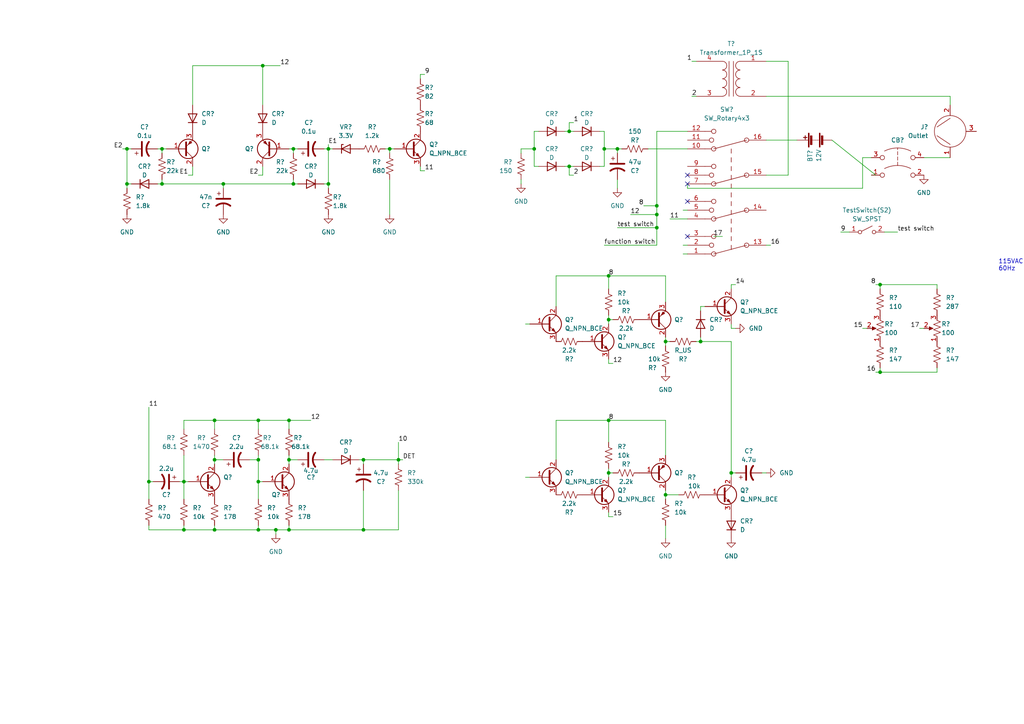
<source format=kicad_sch>
(kicad_sch (version 20211123) (generator eeschema)

  (uuid e63e39d7-6ac0-4ffd-8aa3-1841a4541b55)

  (paper "A4")

  (lib_symbols
    (symbol "Device:Battery" (pin_numbers hide) (pin_names (offset 0) hide) (in_bom yes) (on_board yes)
      (property "Reference" "BT" (id 0) (at 2.54 2.54 0)
        (effects (font (size 1.27 1.27)) (justify left))
      )
      (property "Value" "Battery" (id 1) (at 2.54 0 0)
        (effects (font (size 1.27 1.27)) (justify left))
      )
      (property "Footprint" "" (id 2) (at 0 1.524 90)
        (effects (font (size 1.27 1.27)) hide)
      )
      (property "Datasheet" "~" (id 3) (at 0 1.524 90)
        (effects (font (size 1.27 1.27)) hide)
      )
      (property "ki_keywords" "batt voltage-source cell" (id 4) (at 0 0 0)
        (effects (font (size 1.27 1.27)) hide)
      )
      (property "ki_description" "Multiple-cell battery" (id 5) (at 0 0 0)
        (effects (font (size 1.27 1.27)) hide)
      )
      (symbol "Battery_0_1"
        (rectangle (start -2.032 -1.397) (end 2.032 -1.651)
          (stroke (width 0) (type default) (color 0 0 0 0))
          (fill (type outline))
        )
        (rectangle (start -2.032 1.778) (end 2.032 1.524)
          (stroke (width 0) (type default) (color 0 0 0 0))
          (fill (type outline))
        )
        (rectangle (start -1.3208 -1.9812) (end 1.27 -2.4892)
          (stroke (width 0) (type default) (color 0 0 0 0))
          (fill (type outline))
        )
        (rectangle (start -1.3208 1.1938) (end 1.27 0.6858)
          (stroke (width 0) (type default) (color 0 0 0 0))
          (fill (type outline))
        )
        (polyline
          (pts
            (xy 0 -1.524)
            (xy 0 -1.27)
          )
          (stroke (width 0) (type default) (color 0 0 0 0))
          (fill (type none))
        )
        (polyline
          (pts
            (xy 0 -1.016)
            (xy 0 -0.762)
          )
          (stroke (width 0) (type default) (color 0 0 0 0))
          (fill (type none))
        )
        (polyline
          (pts
            (xy 0 -0.508)
            (xy 0 -0.254)
          )
          (stroke (width 0) (type default) (color 0 0 0 0))
          (fill (type none))
        )
        (polyline
          (pts
            (xy 0 0)
            (xy 0 0.254)
          )
          (stroke (width 0) (type default) (color 0 0 0 0))
          (fill (type none))
        )
        (polyline
          (pts
            (xy 0 0.508)
            (xy 0 0.762)
          )
          (stroke (width 0) (type default) (color 0 0 0 0))
          (fill (type none))
        )
        (polyline
          (pts
            (xy 0 1.778)
            (xy 0 2.54)
          )
          (stroke (width 0) (type default) (color 0 0 0 0))
          (fill (type none))
        )
        (polyline
          (pts
            (xy 0.254 2.667)
            (xy 1.27 2.667)
          )
          (stroke (width 0.254) (type default) (color 0 0 0 0))
          (fill (type none))
        )
        (polyline
          (pts
            (xy 0.762 3.175)
            (xy 0.762 2.159)
          )
          (stroke (width 0.254) (type default) (color 0 0 0 0))
          (fill (type none))
        )
      )
      (symbol "Battery_1_1"
        (pin passive line (at 0 5.08 270) (length 2.54)
          (name "+" (effects (font (size 1.27 1.27))))
          (number "1" (effects (font (size 1.27 1.27))))
        )
        (pin passive line (at 0 -5.08 90) (length 2.54)
          (name "-" (effects (font (size 1.27 1.27))))
          (number "2" (effects (font (size 1.27 1.27))))
        )
      )
    )
    (symbol "Device:C_Polarized_US" (pin_numbers hide) (pin_names (offset 0.254) hide) (in_bom yes) (on_board yes)
      (property "Reference" "C" (id 0) (at 0.635 2.54 0)
        (effects (font (size 1.27 1.27)) (justify left))
      )
      (property "Value" "C_Polarized_US" (id 1) (at 0.635 -2.54 0)
        (effects (font (size 1.27 1.27)) (justify left))
      )
      (property "Footprint" "" (id 2) (at 0 0 0)
        (effects (font (size 1.27 1.27)) hide)
      )
      (property "Datasheet" "~" (id 3) (at 0 0 0)
        (effects (font (size 1.27 1.27)) hide)
      )
      (property "ki_keywords" "cap capacitor" (id 4) (at 0 0 0)
        (effects (font (size 1.27 1.27)) hide)
      )
      (property "ki_description" "Polarized capacitor, US symbol" (id 5) (at 0 0 0)
        (effects (font (size 1.27 1.27)) hide)
      )
      (property "ki_fp_filters" "CP_*" (id 6) (at 0 0 0)
        (effects (font (size 1.27 1.27)) hide)
      )
      (symbol "C_Polarized_US_0_1"
        (polyline
          (pts
            (xy -2.032 0.762)
            (xy 2.032 0.762)
          )
          (stroke (width 0.508) (type default) (color 0 0 0 0))
          (fill (type none))
        )
        (polyline
          (pts
            (xy -1.778 2.286)
            (xy -0.762 2.286)
          )
          (stroke (width 0) (type default) (color 0 0 0 0))
          (fill (type none))
        )
        (polyline
          (pts
            (xy -1.27 1.778)
            (xy -1.27 2.794)
          )
          (stroke (width 0) (type default) (color 0 0 0 0))
          (fill (type none))
        )
        (arc (start 2.032 -1.27) (mid 0 -0.5572) (end -2.032 -1.27)
          (stroke (width 0.508) (type default) (color 0 0 0 0))
          (fill (type none))
        )
      )
      (symbol "C_Polarized_US_1_1"
        (pin passive line (at 0 3.81 270) (length 2.794)
          (name "~" (effects (font (size 1.27 1.27))))
          (number "1" (effects (font (size 1.27 1.27))))
        )
        (pin passive line (at 0 -3.81 90) (length 3.302)
          (name "~" (effects (font (size 1.27 1.27))))
          (number "2" (effects (font (size 1.27 1.27))))
        )
      )
    )
    (symbol "Device:CircuitBreaker_2P_US" (in_bom yes) (on_board yes)
      (property "Reference" "CB" (id 0) (at 6.35 -1.27 0)
        (effects (font (size 1.27 1.27)) (justify left))
      )
      (property "Value" "CircuitBreaker_2P_US" (id 1) (at 6.35 1.27 0)
        (effects (font (size 1.27 1.27)) (justify left))
      )
      (property "Footprint" "" (id 2) (at -2.54 0 0)
        (effects (font (size 1.27 1.27)) hide)
      )
      (property "Datasheet" "~" (id 3) (at -2.54 0 0)
        (effects (font (size 1.27 1.27)) hide)
      )
      (property "ki_keywords" "CB 2P" (id 4) (at 0 0 0)
        (effects (font (size 1.27 1.27)) hide)
      )
      (property "ki_description" "Double pole circuit breaker, US symbol" (id 5) (at 0 0 0)
        (effects (font (size 1.27 1.27)) hide)
      )
      (symbol "CircuitBreaker_2P_US_0_1"
        (circle (center -2.54 -4.445) (radius 0.635)
          (stroke (width 0) (type default) (color 0 0 0 0))
          (fill (type none))
        )
        (circle (center -2.54 4.445) (radius 0.635)
          (stroke (width 0) (type default) (color 0 0 0 0))
          (fill (type none))
        )
        (arc (start -0.635 -3.81) (mid 0.2644 0) (end -0.635 3.81)
          (stroke (width 0) (type default) (color 0 0 0 0))
          (fill (type none))
        )
        (polyline
          (pts
            (xy 0.254 0)
            (xy 0.254 0)
          )
          (stroke (width 0) (type default) (color 0 0 0 0))
          (fill (type none))
        )
        (polyline
          (pts
            (xy 0.254 0)
            (xy 1.27 0)
          )
          (stroke (width 0) (type default) (color 0 0 0 0))
          (fill (type none))
        )
        (polyline
          (pts
            (xy 1.778 0)
            (xy 2.794 0)
          )
          (stroke (width 0) (type default) (color 0 0 0 0))
          (fill (type none))
        )
        (polyline
          (pts
            (xy 3.302 0)
            (xy 4.318 0)
          )
          (stroke (width 0) (type default) (color 0 0 0 0))
          (fill (type none))
        )
        (polyline
          (pts
            (xy 4.826 0)
            (xy 5.334 0)
          )
          (stroke (width 0) (type default) (color 0 0 0 0))
          (fill (type none))
        )
      )
      (symbol "CircuitBreaker_2P_US_1_1"
        (circle (center 2.54 -4.445) (radius 0.635)
          (stroke (width 0) (type default) (color 0 0 0 0))
          (fill (type none))
        )
        (circle (center 2.54 4.445) (radius 0.635)
          (stroke (width 0) (type default) (color 0 0 0 0))
          (fill (type none))
        )
        (arc (start 4.445 -3.81) (mid 5.3444 0) (end 4.445 3.81)
          (stroke (width 0) (type default) (color 0 0 0 0))
          (fill (type none))
        )
        (pin passive line (at -2.54 7.62 270) (length 2.54)
          (name "~" (effects (font (size 1.27 1.27))))
          (number "1" (effects (font (size 1.27 1.27))))
        )
        (pin passive line (at -2.54 -7.62 90) (length 2.54)
          (name "~" (effects (font (size 1.27 1.27))))
          (number "2" (effects (font (size 1.27 1.27))))
        )
        (pin passive line (at 2.54 7.62 270) (length 2.54)
          (name "~" (effects (font (size 1.27 1.27))))
          (number "3" (effects (font (size 1.27 1.27))))
        )
        (pin passive line (at 2.54 -7.62 90) (length 2.54)
          (name "~" (effects (font (size 1.27 1.27))))
          (number "4" (effects (font (size 1.27 1.27))))
        )
      )
    )
    (symbol "Device:D" (pin_numbers hide) (pin_names (offset 1.016) hide) (in_bom yes) (on_board yes)
      (property "Reference" "D" (id 0) (at 0 2.54 0)
        (effects (font (size 1.27 1.27)))
      )
      (property "Value" "D" (id 1) (at 0 -2.54 0)
        (effects (font (size 1.27 1.27)))
      )
      (property "Footprint" "" (id 2) (at 0 0 0)
        (effects (font (size 1.27 1.27)) hide)
      )
      (property "Datasheet" "~" (id 3) (at 0 0 0)
        (effects (font (size 1.27 1.27)) hide)
      )
      (property "ki_keywords" "diode" (id 4) (at 0 0 0)
        (effects (font (size 1.27 1.27)) hide)
      )
      (property "ki_description" "Diode" (id 5) (at 0 0 0)
        (effects (font (size 1.27 1.27)) hide)
      )
      (property "ki_fp_filters" "TO-???* *_Diode_* *SingleDiode* D_*" (id 6) (at 0 0 0)
        (effects (font (size 1.27 1.27)) hide)
      )
      (symbol "D_0_1"
        (polyline
          (pts
            (xy -1.27 1.27)
            (xy -1.27 -1.27)
          )
          (stroke (width 0.254) (type default) (color 0 0 0 0))
          (fill (type none))
        )
        (polyline
          (pts
            (xy 1.27 0)
            (xy -1.27 0)
          )
          (stroke (width 0) (type default) (color 0 0 0 0))
          (fill (type none))
        )
        (polyline
          (pts
            (xy 1.27 1.27)
            (xy 1.27 -1.27)
            (xy -1.27 0)
            (xy 1.27 1.27)
          )
          (stroke (width 0.254) (type default) (color 0 0 0 0))
          (fill (type none))
        )
      )
      (symbol "D_1_1"
        (pin passive line (at -3.81 0 0) (length 2.54)
          (name "K" (effects (font (size 1.27 1.27))))
          (number "1" (effects (font (size 1.27 1.27))))
        )
        (pin passive line (at 3.81 0 180) (length 2.54)
          (name "A" (effects (font (size 1.27 1.27))))
          (number "2" (effects (font (size 1.27 1.27))))
        )
      )
    )
    (symbol "Device:D_Zener" (pin_numbers hide) (pin_names (offset 1.016) hide) (in_bom yes) (on_board yes)
      (property "Reference" "D" (id 0) (at 0 2.54 0)
        (effects (font (size 1.27 1.27)))
      )
      (property "Value" "D_Zener" (id 1) (at 0 -2.54 0)
        (effects (font (size 1.27 1.27)))
      )
      (property "Footprint" "" (id 2) (at 0 0 0)
        (effects (font (size 1.27 1.27)) hide)
      )
      (property "Datasheet" "~" (id 3) (at 0 0 0)
        (effects (font (size 1.27 1.27)) hide)
      )
      (property "ki_keywords" "diode" (id 4) (at 0 0 0)
        (effects (font (size 1.27 1.27)) hide)
      )
      (property "ki_description" "Zener diode" (id 5) (at 0 0 0)
        (effects (font (size 1.27 1.27)) hide)
      )
      (property "ki_fp_filters" "TO-???* *_Diode_* *SingleDiode* D_*" (id 6) (at 0 0 0)
        (effects (font (size 1.27 1.27)) hide)
      )
      (symbol "D_Zener_0_1"
        (polyline
          (pts
            (xy 1.27 0)
            (xy -1.27 0)
          )
          (stroke (width 0) (type default) (color 0 0 0 0))
          (fill (type none))
        )
        (polyline
          (pts
            (xy -1.27 -1.27)
            (xy -1.27 1.27)
            (xy -0.762 1.27)
          )
          (stroke (width 0.254) (type default) (color 0 0 0 0))
          (fill (type none))
        )
        (polyline
          (pts
            (xy 1.27 -1.27)
            (xy 1.27 1.27)
            (xy -1.27 0)
            (xy 1.27 -1.27)
          )
          (stroke (width 0.254) (type default) (color 0 0 0 0))
          (fill (type none))
        )
      )
      (symbol "D_Zener_1_1"
        (pin passive line (at -3.81 0 0) (length 2.54)
          (name "K" (effects (font (size 1.27 1.27))))
          (number "1" (effects (font (size 1.27 1.27))))
        )
        (pin passive line (at 3.81 0 180) (length 2.54)
          (name "A" (effects (font (size 1.27 1.27))))
          (number "2" (effects (font (size 1.27 1.27))))
        )
      )
    )
    (symbol "Device:Q_NPN_BCE" (pin_names (offset 0) hide) (in_bom yes) (on_board yes)
      (property "Reference" "Q" (id 0) (at 5.08 1.27 0)
        (effects (font (size 1.27 1.27)) (justify left))
      )
      (property "Value" "Q_NPN_BCE" (id 1) (at 5.08 -1.27 0)
        (effects (font (size 1.27 1.27)) (justify left))
      )
      (property "Footprint" "" (id 2) (at 5.08 2.54 0)
        (effects (font (size 1.27 1.27)) hide)
      )
      (property "Datasheet" "~" (id 3) (at 0 0 0)
        (effects (font (size 1.27 1.27)) hide)
      )
      (property "ki_keywords" "transistor NPN" (id 4) (at 0 0 0)
        (effects (font (size 1.27 1.27)) hide)
      )
      (property "ki_description" "NPN transistor, base/collector/emitter" (id 5) (at 0 0 0)
        (effects (font (size 1.27 1.27)) hide)
      )
      (symbol "Q_NPN_BCE_0_1"
        (polyline
          (pts
            (xy 0.635 0.635)
            (xy 2.54 2.54)
          )
          (stroke (width 0) (type default) (color 0 0 0 0))
          (fill (type none))
        )
        (polyline
          (pts
            (xy 0.635 -0.635)
            (xy 2.54 -2.54)
            (xy 2.54 -2.54)
          )
          (stroke (width 0) (type default) (color 0 0 0 0))
          (fill (type none))
        )
        (polyline
          (pts
            (xy 0.635 1.905)
            (xy 0.635 -1.905)
            (xy 0.635 -1.905)
          )
          (stroke (width 0.508) (type default) (color 0 0 0 0))
          (fill (type none))
        )
        (polyline
          (pts
            (xy 1.27 -1.778)
            (xy 1.778 -1.27)
            (xy 2.286 -2.286)
            (xy 1.27 -1.778)
            (xy 1.27 -1.778)
          )
          (stroke (width 0) (type default) (color 0 0 0 0))
          (fill (type outline))
        )
        (circle (center 1.27 0) (radius 2.8194)
          (stroke (width 0.254) (type default) (color 0 0 0 0))
          (fill (type none))
        )
      )
      (symbol "Q_NPN_BCE_1_1"
        (pin input line (at -5.08 0 0) (length 5.715)
          (name "B" (effects (font (size 1.27 1.27))))
          (number "1" (effects (font (size 1.27 1.27))))
        )
        (pin passive line (at 2.54 5.08 270) (length 2.54)
          (name "C" (effects (font (size 1.27 1.27))))
          (number "2" (effects (font (size 1.27 1.27))))
        )
        (pin passive line (at 2.54 -5.08 90) (length 2.54)
          (name "E" (effects (font (size 1.27 1.27))))
          (number "3" (effects (font (size 1.27 1.27))))
        )
      )
    )
    (symbol "Device:Q_PNP_BCE" (pin_names (offset 0) hide) (in_bom yes) (on_board yes)
      (property "Reference" "Q" (id 0) (at 5.08 1.27 0)
        (effects (font (size 1.27 1.27)) (justify left))
      )
      (property "Value" "Q_PNP_BCE" (id 1) (at 5.08 -1.27 0)
        (effects (font (size 1.27 1.27)) (justify left))
      )
      (property "Footprint" "" (id 2) (at 5.08 2.54 0)
        (effects (font (size 1.27 1.27)) hide)
      )
      (property "Datasheet" "~" (id 3) (at 0 0 0)
        (effects (font (size 1.27 1.27)) hide)
      )
      (property "ki_keywords" "transistor PNP" (id 4) (at 0 0 0)
        (effects (font (size 1.27 1.27)) hide)
      )
      (property "ki_description" "PNP transistor, base/collector/emitter" (id 5) (at 0 0 0)
        (effects (font (size 1.27 1.27)) hide)
      )
      (symbol "Q_PNP_BCE_0_1"
        (polyline
          (pts
            (xy 0.635 0.635)
            (xy 2.54 2.54)
          )
          (stroke (width 0) (type default) (color 0 0 0 0))
          (fill (type none))
        )
        (polyline
          (pts
            (xy 0.635 -0.635)
            (xy 2.54 -2.54)
            (xy 2.54 -2.54)
          )
          (stroke (width 0) (type default) (color 0 0 0 0))
          (fill (type none))
        )
        (polyline
          (pts
            (xy 0.635 1.905)
            (xy 0.635 -1.905)
            (xy 0.635 -1.905)
          )
          (stroke (width 0.508) (type default) (color 0 0 0 0))
          (fill (type none))
        )
        (polyline
          (pts
            (xy 2.286 -1.778)
            (xy 1.778 -2.286)
            (xy 1.27 -1.27)
            (xy 2.286 -1.778)
            (xy 2.286 -1.778)
          )
          (stroke (width 0) (type default) (color 0 0 0 0))
          (fill (type outline))
        )
        (circle (center 1.27 0) (radius 2.8194)
          (stroke (width 0.254) (type default) (color 0 0 0 0))
          (fill (type none))
        )
      )
      (symbol "Q_PNP_BCE_1_1"
        (pin input line (at -5.08 0 0) (length 5.715)
          (name "B" (effects (font (size 1.27 1.27))))
          (number "1" (effects (font (size 1.27 1.27))))
        )
        (pin passive line (at 2.54 5.08 270) (length 2.54)
          (name "C" (effects (font (size 1.27 1.27))))
          (number "2" (effects (font (size 1.27 1.27))))
        )
        (pin passive line (at 2.54 -5.08 90) (length 2.54)
          (name "E" (effects (font (size 1.27 1.27))))
          (number "3" (effects (font (size 1.27 1.27))))
        )
      )
    )
    (symbol "Device:R_Potentiometer_US" (pin_names (offset 1.016) hide) (in_bom yes) (on_board yes)
      (property "Reference" "RV" (id 0) (at -4.445 0 90)
        (effects (font (size 1.27 1.27)))
      )
      (property "Value" "R_Potentiometer_US" (id 1) (at -2.54 0 90)
        (effects (font (size 1.27 1.27)))
      )
      (property "Footprint" "" (id 2) (at 0 0 0)
        (effects (font (size 1.27 1.27)) hide)
      )
      (property "Datasheet" "~" (id 3) (at 0 0 0)
        (effects (font (size 1.27 1.27)) hide)
      )
      (property "ki_keywords" "resistor variable" (id 4) (at 0 0 0)
        (effects (font (size 1.27 1.27)) hide)
      )
      (property "ki_description" "Potentiometer, US symbol" (id 5) (at 0 0 0)
        (effects (font (size 1.27 1.27)) hide)
      )
      (property "ki_fp_filters" "Potentiometer*" (id 6) (at 0 0 0)
        (effects (font (size 1.27 1.27)) hide)
      )
      (symbol "R_Potentiometer_US_0_1"
        (polyline
          (pts
            (xy 0 -2.286)
            (xy 0 -2.54)
          )
          (stroke (width 0) (type default) (color 0 0 0 0))
          (fill (type none))
        )
        (polyline
          (pts
            (xy 0 2.54)
            (xy 0 2.286)
          )
          (stroke (width 0) (type default) (color 0 0 0 0))
          (fill (type none))
        )
        (polyline
          (pts
            (xy 2.54 0)
            (xy 1.524 0)
          )
          (stroke (width 0) (type default) (color 0 0 0 0))
          (fill (type none))
        )
        (polyline
          (pts
            (xy 1.143 0)
            (xy 2.286 0.508)
            (xy 2.286 -0.508)
            (xy 1.143 0)
          )
          (stroke (width 0) (type default) (color 0 0 0 0))
          (fill (type outline))
        )
        (polyline
          (pts
            (xy 0 -0.762)
            (xy 1.016 -1.143)
            (xy 0 -1.524)
            (xy -1.016 -1.905)
            (xy 0 -2.286)
          )
          (stroke (width 0) (type default) (color 0 0 0 0))
          (fill (type none))
        )
        (polyline
          (pts
            (xy 0 0.762)
            (xy 1.016 0.381)
            (xy 0 0)
            (xy -1.016 -0.381)
            (xy 0 -0.762)
          )
          (stroke (width 0) (type default) (color 0 0 0 0))
          (fill (type none))
        )
        (polyline
          (pts
            (xy 0 2.286)
            (xy 1.016 1.905)
            (xy 0 1.524)
            (xy -1.016 1.143)
            (xy 0 0.762)
          )
          (stroke (width 0) (type default) (color 0 0 0 0))
          (fill (type none))
        )
      )
      (symbol "R_Potentiometer_US_1_1"
        (pin passive line (at 0 3.81 270) (length 1.27)
          (name "1" (effects (font (size 1.27 1.27))))
          (number "1" (effects (font (size 1.27 1.27))))
        )
        (pin passive line (at 3.81 0 180) (length 1.27)
          (name "2" (effects (font (size 1.27 1.27))))
          (number "2" (effects (font (size 1.27 1.27))))
        )
        (pin passive line (at 0 -3.81 90) (length 1.27)
          (name "3" (effects (font (size 1.27 1.27))))
          (number "3" (effects (font (size 1.27 1.27))))
        )
      )
    )
    (symbol "Device:R_US" (pin_numbers hide) (pin_names (offset 0)) (in_bom yes) (on_board yes)
      (property "Reference" "R" (id 0) (at 2.54 0 90)
        (effects (font (size 1.27 1.27)))
      )
      (property "Value" "R_US" (id 1) (at -2.54 0 90)
        (effects (font (size 1.27 1.27)))
      )
      (property "Footprint" "" (id 2) (at 1.016 -0.254 90)
        (effects (font (size 1.27 1.27)) hide)
      )
      (property "Datasheet" "~" (id 3) (at 0 0 0)
        (effects (font (size 1.27 1.27)) hide)
      )
      (property "ki_keywords" "R res resistor" (id 4) (at 0 0 0)
        (effects (font (size 1.27 1.27)) hide)
      )
      (property "ki_description" "Resistor, US symbol" (id 5) (at 0 0 0)
        (effects (font (size 1.27 1.27)) hide)
      )
      (property "ki_fp_filters" "R_*" (id 6) (at 0 0 0)
        (effects (font (size 1.27 1.27)) hide)
      )
      (symbol "R_US_0_1"
        (polyline
          (pts
            (xy 0 -2.286)
            (xy 0 -2.54)
          )
          (stroke (width 0) (type default) (color 0 0 0 0))
          (fill (type none))
        )
        (polyline
          (pts
            (xy 0 2.286)
            (xy 0 2.54)
          )
          (stroke (width 0) (type default) (color 0 0 0 0))
          (fill (type none))
        )
        (polyline
          (pts
            (xy 0 -0.762)
            (xy 1.016 -1.143)
            (xy 0 -1.524)
            (xy -1.016 -1.905)
            (xy 0 -2.286)
          )
          (stroke (width 0) (type default) (color 0 0 0 0))
          (fill (type none))
        )
        (polyline
          (pts
            (xy 0 0.762)
            (xy 1.016 0.381)
            (xy 0 0)
            (xy -1.016 -0.381)
            (xy 0 -0.762)
          )
          (stroke (width 0) (type default) (color 0 0 0 0))
          (fill (type none))
        )
        (polyline
          (pts
            (xy 0 2.286)
            (xy 1.016 1.905)
            (xy 0 1.524)
            (xy -1.016 1.143)
            (xy 0 0.762)
          )
          (stroke (width 0) (type default) (color 0 0 0 0))
          (fill (type none))
        )
      )
      (symbol "R_US_1_1"
        (pin passive line (at 0 3.81 270) (length 1.27)
          (name "~" (effects (font (size 1.27 1.27))))
          (number "1" (effects (font (size 1.27 1.27))))
        )
        (pin passive line (at 0 -3.81 90) (length 1.27)
          (name "~" (effects (font (size 1.27 1.27))))
          (number "2" (effects (font (size 1.27 1.27))))
        )
      )
    )
    (symbol "Device:Transformer_1P_1S" (pin_names (offset 1.016) hide) (in_bom yes) (on_board yes)
      (property "Reference" "T" (id 0) (at 0 6.35 0)
        (effects (font (size 1.27 1.27)))
      )
      (property "Value" "Transformer_1P_1S" (id 1) (at 0 -7.62 0)
        (effects (font (size 1.27 1.27)))
      )
      (property "Footprint" "" (id 2) (at 0 0 0)
        (effects (font (size 1.27 1.27)) hide)
      )
      (property "Datasheet" "~" (id 3) (at 0 0 0)
        (effects (font (size 1.27 1.27)) hide)
      )
      (property "ki_keywords" "transformer coil magnet" (id 4) (at 0 0 0)
        (effects (font (size 1.27 1.27)) hide)
      )
      (property "ki_description" "Transformer, single primary, single secondary" (id 5) (at 0 0 0)
        (effects (font (size 1.27 1.27)) hide)
      )
      (symbol "Transformer_1P_1S_0_1"
        (arc (start -2.54 -5.0546) (mid -1.6561 -4.6863) (end -1.27 -3.81)
          (stroke (width 0) (type default) (color 0 0 0 0))
          (fill (type none))
        )
        (arc (start -2.54 -2.5146) (mid -1.6561 -2.1463) (end -1.27 -1.27)
          (stroke (width 0) (type default) (color 0 0 0 0))
          (fill (type none))
        )
        (arc (start -2.54 0.0254) (mid -1.6561 0.3937) (end -1.27 1.27)
          (stroke (width 0) (type default) (color 0 0 0 0))
          (fill (type none))
        )
        (arc (start -2.54 2.5654) (mid -1.6561 2.9337) (end -1.27 3.81)
          (stroke (width 0) (type default) (color 0 0 0 0))
          (fill (type none))
        )
        (arc (start -1.27 -3.81) (mid -1.642 -2.912) (end -2.54 -2.54)
          (stroke (width 0) (type default) (color 0 0 0 0))
          (fill (type none))
        )
        (arc (start -1.27 -1.27) (mid -1.642 -0.372) (end -2.54 0)
          (stroke (width 0) (type default) (color 0 0 0 0))
          (fill (type none))
        )
        (arc (start -1.27 1.27) (mid -1.642 2.168) (end -2.54 2.54)
          (stroke (width 0) (type default) (color 0 0 0 0))
          (fill (type none))
        )
        (arc (start -1.27 3.81) (mid -1.642 4.708) (end -2.54 5.08)
          (stroke (width 0) (type default) (color 0 0 0 0))
          (fill (type none))
        )
        (polyline
          (pts
            (xy -0.635 5.08)
            (xy -0.635 -5.08)
          )
          (stroke (width 0) (type default) (color 0 0 0 0))
          (fill (type none))
        )
        (polyline
          (pts
            (xy 0.635 -5.08)
            (xy 0.635 5.08)
          )
          (stroke (width 0) (type default) (color 0 0 0 0))
          (fill (type none))
        )
        (arc (start 1.2954 -1.27) (mid 1.6599 -2.1501) (end 2.54 -2.5146)
          (stroke (width 0) (type default) (color 0 0 0 0))
          (fill (type none))
        )
        (arc (start 1.2954 1.27) (mid 1.6599 0.3899) (end 2.54 0.0254)
          (stroke (width 0) (type default) (color 0 0 0 0))
          (fill (type none))
        )
        (arc (start 1.2954 3.81) (mid 1.6599 2.9299) (end 2.54 2.5654)
          (stroke (width 0) (type default) (color 0 0 0 0))
          (fill (type none))
        )
        (arc (start 1.3208 -3.81) (mid 1.6853 -4.6901) (end 2.5654 -5.0546)
          (stroke (width 0) (type default) (color 0 0 0 0))
          (fill (type none))
        )
        (arc (start 2.54 0) (mid 1.6456 -0.3683) (end 1.2954 -1.27)
          (stroke (width 0) (type default) (color 0 0 0 0))
          (fill (type none))
        )
        (arc (start 2.54 2.54) (mid 1.6456 2.1717) (end 1.2954 1.27)
          (stroke (width 0) (type default) (color 0 0 0 0))
          (fill (type none))
        )
        (arc (start 2.54 5.08) (mid 1.6456 4.7117) (end 1.2954 3.81)
          (stroke (width 0) (type default) (color 0 0 0 0))
          (fill (type none))
        )
        (arc (start 2.5654 -2.54) (mid 1.671 -2.9083) (end 1.3208 -3.81)
          (stroke (width 0) (type default) (color 0 0 0 0))
          (fill (type none))
        )
      )
      (symbol "Transformer_1P_1S_1_1"
        (pin passive line (at -10.16 5.08 0) (length 7.62)
          (name "AA" (effects (font (size 1.27 1.27))))
          (number "1" (effects (font (size 1.27 1.27))))
        )
        (pin passive line (at -10.16 -5.08 0) (length 7.62)
          (name "AB" (effects (font (size 1.27 1.27))))
          (number "2" (effects (font (size 1.27 1.27))))
        )
        (pin passive line (at 10.16 -5.08 180) (length 7.62)
          (name "SA" (effects (font (size 1.27 1.27))))
          (number "3" (effects (font (size 1.27 1.27))))
        )
        (pin passive line (at 10.16 5.08 180) (length 7.62)
          (name "SB" (effects (font (size 1.27 1.27))))
          (number "4" (effects (font (size 1.27 1.27))))
        )
      )
    )
    (symbol "Switch:SW_Rotary4x3" (pin_names (offset 1.016) hide) (in_bom yes) (on_board yes)
      (property "Reference" "SW" (id 0) (at 0 20.32 0)
        (effects (font (size 1.27 1.27)))
      )
      (property "Value" "SW_Rotary4x3" (id 1) (at 0 -20.32 0)
        (effects (font (size 1.27 1.27)))
      )
      (property "Footprint" "" (id 2) (at -2.54 22.86 0)
        (effects (font (size 1.27 1.27)) hide)
      )
      (property "Datasheet" "http://cdn-reichelt.de/documents/datenblatt/C200/DS-Serie%23LOR.pdf" (id 3) (at -2.54 22.86 0)
        (effects (font (size 1.27 1.27)) hide)
      )
      (property "ki_keywords" "rotary switch" (id 4) (at 0 0 0)
        (effects (font (size 1.27 1.27)) hide)
      )
      (property "ki_description" "4 rotary switches with 3 positions" (id 5) (at 0 0 0)
        (effects (font (size 1.27 1.27)) hide)
      )
      (symbol "SW_Rotary4x3_0_0"
        (circle (center -4.445 -15.24) (radius 0.635)
          (stroke (width 0) (type default) (color 0 0 0 0))
          (fill (type none))
        )
        (circle (center -4.445 -5.08) (radius 0.635)
          (stroke (width 0) (type default) (color 0 0 0 0))
          (fill (type none))
        )
        (circle (center -4.445 5.08) (radius 0.635)
          (stroke (width 0) (type default) (color 0 0 0 0))
          (fill (type none))
        )
        (circle (center -4.445 15.24) (radius 0.635)
          (stroke (width 0) (type default) (color 0 0 0 0))
          (fill (type none))
        )
        (polyline
          (pts
            (xy -4.445 -15.24)
            (xy 5.08 -12.7)
          )
          (stroke (width 0) (type default) (color 0 0 0 0))
          (fill (type none))
        )
        (polyline
          (pts
            (xy -4.445 -5.08)
            (xy 5.08 -2.54)
          )
          (stroke (width 0) (type default) (color 0 0 0 0))
          (fill (type none))
        )
        (polyline
          (pts
            (xy -4.445 5.08)
            (xy 5.08 7.62)
          )
          (stroke (width 0) (type default) (color 0 0 0 0))
          (fill (type none))
        )
        (polyline
          (pts
            (xy -4.445 15.24)
            (xy 5.08 17.78)
          )
          (stroke (width 0) (type default) (color 0 0 0 0))
          (fill (type none))
        )
        (polyline
          (pts
            (xy 0 -12.7)
            (xy 0 -11.43)
          )
          (stroke (width 0) (type default) (color 0 0 0 0))
          (fill (type none))
        )
        (polyline
          (pts
            (xy 0 -10.16)
            (xy 0 -8.89)
          )
          (stroke (width 0) (type default) (color 0 0 0 0))
          (fill (type none))
        )
        (polyline
          (pts
            (xy 0 -10.16)
            (xy 0 -8.89)
          )
          (stroke (width 0) (type default) (color 0 0 0 0))
          (fill (type none))
        )
        (polyline
          (pts
            (xy 0 -7.62)
            (xy 0 -6.35)
          )
          (stroke (width 0) (type default) (color 0 0 0 0))
          (fill (type none))
        )
        (polyline
          (pts
            (xy 0 -5.08)
            (xy 0 -3.81)
          )
          (stroke (width 0) (type default) (color 0 0 0 0))
          (fill (type none))
        )
        (polyline
          (pts
            (xy 0 -2.54)
            (xy 0 -1.27)
          )
          (stroke (width 0) (type default) (color 0 0 0 0))
          (fill (type none))
        )
        (polyline
          (pts
            (xy 0 0)
            (xy 0 1.27)
          )
          (stroke (width 0) (type default) (color 0 0 0 0))
          (fill (type none))
        )
        (polyline
          (pts
            (xy 0 0)
            (xy 0 1.27)
          )
          (stroke (width 0) (type default) (color 0 0 0 0))
          (fill (type none))
        )
        (polyline
          (pts
            (xy 0 2.54)
            (xy 0 3.81)
          )
          (stroke (width 0) (type default) (color 0 0 0 0))
          (fill (type none))
        )
        (polyline
          (pts
            (xy 0 5.08)
            (xy 0 6.35)
          )
          (stroke (width 0) (type default) (color 0 0 0 0))
          (fill (type none))
        )
        (polyline
          (pts
            (xy 0 7.62)
            (xy 0 8.89)
          )
          (stroke (width 0) (type default) (color 0 0 0 0))
          (fill (type none))
        )
        (polyline
          (pts
            (xy 0 10.16)
            (xy 0 11.43)
          )
          (stroke (width 0) (type default) (color 0 0 0 0))
          (fill (type none))
        )
        (polyline
          (pts
            (xy 0 10.16)
            (xy 0 11.43)
          )
          (stroke (width 0) (type default) (color 0 0 0 0))
          (fill (type none))
        )
        (polyline
          (pts
            (xy 0 12.7)
            (xy 0 13.97)
          )
          (stroke (width 0) (type default) (color 0 0 0 0))
          (fill (type none))
        )
        (polyline
          (pts
            (xy 0 15.24)
            (xy 0 16.51)
          )
          (stroke (width 0) (type default) (color 0 0 0 0))
          (fill (type none))
        )
        (polyline
          (pts
            (xy 5.715 -17.78)
            (xy 7.62 -17.78)
          )
          (stroke (width 0) (type default) (color 0 0 0 0))
          (fill (type none))
        )
        (polyline
          (pts
            (xy 5.715 -12.7)
            (xy 7.62 -12.7)
          )
          (stroke (width 0) (type default) (color 0 0 0 0))
          (fill (type none))
        )
        (polyline
          (pts
            (xy 5.715 -7.62)
            (xy 7.62 -7.62)
          )
          (stroke (width 0) (type default) (color 0 0 0 0))
          (fill (type none))
        )
        (polyline
          (pts
            (xy 5.715 -2.54)
            (xy 7.62 -2.54)
          )
          (stroke (width 0) (type default) (color 0 0 0 0))
          (fill (type none))
        )
        (polyline
          (pts
            (xy 5.715 2.54)
            (xy 7.62 2.54)
          )
          (stroke (width 0) (type default) (color 0 0 0 0))
          (fill (type none))
        )
        (polyline
          (pts
            (xy 5.715 7.62)
            (xy 7.62 7.62)
          )
          (stroke (width 0) (type default) (color 0 0 0 0))
          (fill (type none))
        )
        (polyline
          (pts
            (xy 5.715 12.7)
            (xy 7.62 12.7)
          )
          (stroke (width 0) (type default) (color 0 0 0 0))
          (fill (type none))
        )
        (polyline
          (pts
            (xy 5.715 17.78)
            (xy 7.62 17.78)
          )
          (stroke (width 0) (type default) (color 0 0 0 0))
          (fill (type none))
        )
        (polyline
          (pts
            (xy 6.35 -15.24)
            (xy 7.62 -15.24)
          )
          (stroke (width 0) (type default) (color 0 0 0 0))
          (fill (type none))
        )
        (polyline
          (pts
            (xy 6.35 -5.08)
            (xy 7.62 -5.08)
          )
          (stroke (width 0) (type default) (color 0 0 0 0))
          (fill (type none))
        )
        (polyline
          (pts
            (xy 6.35 5.08)
            (xy 7.62 5.08)
          )
          (stroke (width 0) (type default) (color 0 0 0 0))
          (fill (type none))
        )
        (polyline
          (pts
            (xy 6.35 15.24)
            (xy 7.62 15.24)
          )
          (stroke (width 0) (type default) (color 0 0 0 0))
          (fill (type none))
        )
        (circle (center 5.08 -17.78) (radius 0.635)
          (stroke (width 0) (type default) (color 0 0 0 0))
          (fill (type none))
        )
        (circle (center 5.08 -12.7) (radius 0.635)
          (stroke (width 0) (type default) (color 0 0 0 0))
          (fill (type none))
        )
        (circle (center 5.08 -7.62) (radius 0.635)
          (stroke (width 0) (type default) (color 0 0 0 0))
          (fill (type none))
        )
        (circle (center 5.08 -2.54) (radius 0.635)
          (stroke (width 0) (type default) (color 0 0 0 0))
          (fill (type none))
        )
        (circle (center 5.08 2.54) (radius 0.635)
          (stroke (width 0) (type default) (color 0 0 0 0))
          (fill (type none))
        )
        (circle (center 5.08 7.62) (radius 0.635)
          (stroke (width 0) (type default) (color 0 0 0 0))
          (fill (type none))
        )
        (circle (center 5.08 12.7) (radius 0.635)
          (stroke (width 0) (type default) (color 0 0 0 0))
          (fill (type none))
        )
        (circle (center 5.08 17.78) (radius 0.635)
          (stroke (width 0) (type default) (color 0 0 0 0))
          (fill (type none))
        )
        (circle (center 5.715 -15.24) (radius 0.635)
          (stroke (width 0) (type default) (color 0 0 0 0))
          (fill (type none))
        )
        (circle (center 5.715 -5.08) (radius 0.635)
          (stroke (width 0) (type default) (color 0 0 0 0))
          (fill (type none))
        )
        (circle (center 5.715 5.08) (radius 0.635)
          (stroke (width 0) (type default) (color 0 0 0 0))
          (fill (type none))
        )
        (circle (center 5.715 15.24) (radius 0.635)
          (stroke (width 0) (type default) (color 0 0 0 0))
          (fill (type none))
        )
      )
      (symbol "SW_Rotary4x3_0_1"
        (pin passive line (at 12.7 17.78 180) (length 5.08)
          (name "1" (effects (font (size 1.27 1.27))))
          (number "1" (effects (font (size 1.27 1.27))))
        )
        (pin passive line (at 12.7 -12.7 180) (length 5.08)
          (name "10" (effects (font (size 1.27 1.27))))
          (number "10" (effects (font (size 1.27 1.27))))
        )
        (pin passive line (at 12.7 -15.24 180) (length 5.08)
          (name "11" (effects (font (size 1.27 1.27))))
          (number "11" (effects (font (size 1.27 1.27))))
        )
        (pin passive line (at 12.7 -17.78 180) (length 5.08)
          (name "12" (effects (font (size 1.27 1.27))))
          (number "12" (effects (font (size 1.27 1.27))))
        )
        (pin passive line (at -10.16 15.24 0) (length 5.08)
          (name "13" (effects (font (size 1.27 1.27))))
          (number "13" (effects (font (size 1.27 1.27))))
        )
        (pin passive line (at -10.16 5.08 0) (length 5.08)
          (name "14" (effects (font (size 1.27 1.27))))
          (number "14" (effects (font (size 1.27 1.27))))
        )
        (pin passive line (at -10.16 -5.08 0) (length 5.08)
          (name "15" (effects (font (size 1.27 1.27))))
          (number "15" (effects (font (size 1.27 1.27))))
        )
        (pin passive line (at -10.16 -15.24 0) (length 5.08)
          (name "16" (effects (font (size 1.27 1.27))))
          (number "16" (effects (font (size 1.27 1.27))))
        )
        (pin passive line (at 12.7 15.24 180) (length 5.08)
          (name "2" (effects (font (size 1.27 1.27))))
          (number "2" (effects (font (size 1.27 1.27))))
        )
        (pin passive line (at 12.7 12.7 180) (length 5.08)
          (name "3" (effects (font (size 1.27 1.27))))
          (number "3" (effects (font (size 1.27 1.27))))
        )
        (pin passive line (at 12.7 7.62 180) (length 5.08)
          (name "4" (effects (font (size 1.27 1.27))))
          (number "4" (effects (font (size 1.27 1.27))))
        )
        (pin passive line (at 12.7 5.08 180) (length 5.08)
          (name "5" (effects (font (size 1.27 1.27))))
          (number "5" (effects (font (size 1.27 1.27))))
        )
        (pin passive line (at 12.7 2.54 180) (length 5.08)
          (name "6" (effects (font (size 1.27 1.27))))
          (number "6" (effects (font (size 1.27 1.27))))
        )
        (pin passive line (at 12.7 -2.54 180) (length 5.08)
          (name "7" (effects (font (size 1.27 1.27))))
          (number "7" (effects (font (size 1.27 1.27))))
        )
        (pin passive line (at 12.7 -5.08 180) (length 5.08)
          (name "8" (effects (font (size 1.27 1.27))))
          (number "8" (effects (font (size 1.27 1.27))))
        )
        (pin passive line (at 12.7 -7.62 180) (length 5.08)
          (name "9" (effects (font (size 1.27 1.27))))
          (number "9" (effects (font (size 1.27 1.27))))
        )
      )
    )
    (symbol "Switch:SW_SPST" (pin_names (offset 0) hide) (in_bom yes) (on_board yes)
      (property "Reference" "SW" (id 0) (at 0 3.175 0)
        (effects (font (size 1.27 1.27)))
      )
      (property "Value" "SW_SPST" (id 1) (at 0 -2.54 0)
        (effects (font (size 1.27 1.27)))
      )
      (property "Footprint" "" (id 2) (at 0 0 0)
        (effects (font (size 1.27 1.27)) hide)
      )
      (property "Datasheet" "~" (id 3) (at 0 0 0)
        (effects (font (size 1.27 1.27)) hide)
      )
      (property "ki_keywords" "switch lever" (id 4) (at 0 0 0)
        (effects (font (size 1.27 1.27)) hide)
      )
      (property "ki_description" "Single Pole Single Throw (SPST) switch" (id 5) (at 0 0 0)
        (effects (font (size 1.27 1.27)) hide)
      )
      (symbol "SW_SPST_0_0"
        (circle (center -2.032 0) (radius 0.508)
          (stroke (width 0) (type default) (color 0 0 0 0))
          (fill (type none))
        )
        (polyline
          (pts
            (xy -1.524 0.254)
            (xy 1.524 1.778)
          )
          (stroke (width 0) (type default) (color 0 0 0 0))
          (fill (type none))
        )
        (circle (center 2.032 0) (radius 0.508)
          (stroke (width 0) (type default) (color 0 0 0 0))
          (fill (type none))
        )
      )
      (symbol "SW_SPST_1_1"
        (pin passive line (at -5.08 0 0) (length 2.54)
          (name "A" (effects (font (size 1.27 1.27))))
          (number "1" (effects (font (size 1.27 1.27))))
        )
        (pin passive line (at 5.08 0 180) (length 2.54)
          (name "B" (effects (font (size 1.27 1.27))))
          (number "2" (effects (font (size 1.27 1.27))))
        )
      )
    )
    (symbol "navsea:Outlet" (in_bom yes) (on_board yes)
      (property "Reference" "J" (id 0) (at 0 1.27 0)
        (effects (font (size 1.27 1.27)))
      )
      (property "Value" "Outlet" (id 1) (at 0 -1.27 0)
        (effects (font (size 1.27 1.27)))
      )
      (property "Footprint" "" (id 2) (at 0 0 0)
        (effects (font (size 1.27 1.27)) hide)
      )
      (property "Datasheet" "" (id 3) (at 0 0 0)
        (effects (font (size 1.27 1.27)) hide)
      )
      (symbol "Outlet_0_1"
        (polyline
          (pts
            (xy -3.81 -1.27)
            (xy 0 -3.81)
          )
          (stroke (width 0) (type default) (color 0 0 0 0))
          (fill (type none))
        )
        (polyline
          (pts
            (xy -3.81 1.27)
            (xy 0 3.81)
          )
          (stroke (width 0) (type default) (color 0 0 0 0))
          (fill (type none))
        )
        (circle (center 0 0) (radius 4.5791)
          (stroke (width 0) (type default) (color 0 0 0 0))
          (fill (type none))
        )
      )
      (symbol "Outlet_1_1"
        (pin output line (at 0 -7.62 90) (length 3)
          (name "" (effects (font (size 1.27 1.27))))
          (number "1" (effects (font (size 1.27 1.27))))
        )
        (pin output line (at 0 7.62 270) (length 3)
          (name "" (effects (font (size 1.27 1.27))))
          (number "2" (effects (font (size 1.27 1.27))))
        )
        (pin passive line (at 7.62 0 180) (length 3)
          (name "" (effects (font (size 1.27 1.27))))
          (number "3" (effects (font (size 1.27 1.27))))
        )
      )
    )
    (symbol "power:GND" (power) (pin_names (offset 0)) (in_bom yes) (on_board yes)
      (property "Reference" "#PWR" (id 0) (at 0 -6.35 0)
        (effects (font (size 1.27 1.27)) hide)
      )
      (property "Value" "GND" (id 1) (at 0 -3.81 0)
        (effects (font (size 1.27 1.27)))
      )
      (property "Footprint" "" (id 2) (at 0 0 0)
        (effects (font (size 1.27 1.27)) hide)
      )
      (property "Datasheet" "" (id 3) (at 0 0 0)
        (effects (font (size 1.27 1.27)) hide)
      )
      (property "ki_keywords" "power-flag" (id 4) (at 0 0 0)
        (effects (font (size 1.27 1.27)) hide)
      )
      (property "ki_description" "Power symbol creates a global label with name \"GND\" , ground" (id 5) (at 0 0 0)
        (effects (font (size 1.27 1.27)) hide)
      )
      (symbol "GND_0_1"
        (polyline
          (pts
            (xy 0 0)
            (xy 0 -1.27)
            (xy 1.27 -1.27)
            (xy 0 -2.54)
            (xy -1.27 -1.27)
            (xy 0 -1.27)
          )
          (stroke (width 0) (type default) (color 0 0 0 0))
          (fill (type none))
        )
      )
      (symbol "GND_1_1"
        (pin power_in line (at 0 0 270) (length 0) hide
          (name "GND" (effects (font (size 1.27 1.27))))
          (number "1" (effects (font (size 1.27 1.27))))
        )
      )
    )
  )

  (junction (at 62.23 153.67) (diameter 0) (color 0 0 0 0)
    (uuid 00116c90-da1e-4da8-b1a8-6d1fe20081ac)
  )
  (junction (at 176.53 137.16) (diameter 0) (color 0 0 0 0)
    (uuid 016c513e-17ea-4da9-bd57-cc1f3cf11c1f)
  )
  (junction (at 46.99 53.34) (diameter 0) (color 0 0 0 0)
    (uuid 0a7f4626-6094-4dde-8832-4376d07e00f3)
  )
  (junction (at 176.53 121.92) (diameter 0) (color 0 0 0 0)
    (uuid 0ff6d649-e8b4-4a0c-b7d1-f748340065b0)
  )
  (junction (at 74.93 133.35) (diameter 0) (color 0 0 0 0)
    (uuid 1aefafd1-85f1-484d-9b17-79eea461a378)
  )
  (junction (at 176.53 92.71) (diameter 0) (color 0 0 0 0)
    (uuid 314cec84-c1dc-4eeb-91b5-3b432b039da9)
  )
  (junction (at 53.34 139.7) (diameter 0) (color 0 0 0 0)
    (uuid 329e13e5-d87f-4ce1-b20a-dbaf76d0b41f)
  )
  (junction (at 190.5 59.69) (diameter 0) (color 0 0 0 0)
    (uuid 3a2b26a6-6026-47cf-b076-3a7f45b23bfa)
  )
  (junction (at 165.1 38.1) (diameter 0) (color 0 0 0 0)
    (uuid 3aa405ac-d4bb-4c24-9d29-928b6888466e)
  )
  (junction (at 53.34 153.67) (diameter 0) (color 0 0 0 0)
    (uuid 4168d42f-d1ed-4267-a0ae-8ea18a9d510f)
  )
  (junction (at 105.41 133.35) (diameter 0) (color 0 0 0 0)
    (uuid 48162a9a-504e-49a1-bcba-4d953249aefc)
  )
  (junction (at 74.93 153.67) (diameter 0) (color 0 0 0 0)
    (uuid 4d79b752-47bd-477f-8854-fa4ae0d53dc5)
  )
  (junction (at 175.26 43.18) (diameter 0) (color 0 0 0 0)
    (uuid 531073ef-6d5c-421e-b8f5-49e402c33432)
  )
  (junction (at 85.09 53.34) (diameter 0) (color 0 0 0 0)
    (uuid 5acd62f4-793a-4cdc-b466-b81eec563950)
  )
  (junction (at 62.23 133.35) (diameter 0) (color 0 0 0 0)
    (uuid 5b6faa63-26af-4991-a473-b557c58efbfd)
  )
  (junction (at 212.09 137.16) (diameter 0) (color 0 0 0 0)
    (uuid 662bf2f4-eef3-4f21-9012-f619d1f99c68)
  )
  (junction (at 64.77 53.34) (diameter 0) (color 0 0 0 0)
    (uuid 67f9effc-78e4-446f-bb67-462fe0034ad7)
  )
  (junction (at 203.2 99.06) (diameter 0) (color 0 0 0 0)
    (uuid 698a76fd-7b6a-4035-9c44-9bc2bf8b2131)
  )
  (junction (at 95.25 43.18) (diameter 0) (color 0 0 0 0)
    (uuid 745a72ab-27d4-438d-bc62-83960c34935c)
  )
  (junction (at 36.83 43.18) (diameter 0) (color 0 0 0 0)
    (uuid 7db76cbd-dd4f-467a-8ab7-6668a46e1367)
  )
  (junction (at 255.27 82.55) (diameter 0) (color 0 0 0 0)
    (uuid 7dd4c0bf-a65f-4e63-b1a7-1215596c1222)
  )
  (junction (at 193.04 143.51) (diameter 0) (color 0 0 0 0)
    (uuid 7f8db4d6-1514-4a66-97e1-8016f26a109f)
  )
  (junction (at 113.03 43.18) (diameter 0) (color 0 0 0 0)
    (uuid 85ab985d-0ee9-4ff6-8b92-1c999cc75af2)
  )
  (junction (at 74.93 121.92) (diameter 0) (color 0 0 0 0)
    (uuid 8ef97a59-f28a-466b-a940-3cbd75b1d09f)
  )
  (junction (at 36.83 53.34) (diameter 0) (color 0 0 0 0)
    (uuid 9013628d-e5f6-403c-b972-e94e08ad6dea)
  )
  (junction (at 83.82 153.67) (diameter 0) (color 0 0 0 0)
    (uuid 9477b12a-4fef-4915-8510-bd7b1adaf061)
  )
  (junction (at 193.04 99.06) (diameter 0) (color 0 0 0 0)
    (uuid 9e248869-0fda-4fe1-87f1-79f40b668e1c)
  )
  (junction (at 179.07 43.18) (diameter 0) (color 0 0 0 0)
    (uuid a18d6495-cf46-44b6-991e-be83e928a500)
  )
  (junction (at 95.25 53.34) (diameter 0) (color 0 0 0 0)
    (uuid a2363fac-55cd-43d2-8f8d-a07820f3f330)
  )
  (junction (at 83.82 133.35) (diameter 0) (color 0 0 0 0)
    (uuid a300ec23-5556-400c-b579-590f48a56526)
  )
  (junction (at 255.27 107.95) (diameter 0) (color 0 0 0 0)
    (uuid a79969c1-6e4c-44d2-8c1f-1c14cc469bee)
  )
  (junction (at 80.01 153.67) (diameter 0) (color 0 0 0 0)
    (uuid bd06b5f1-da37-4b08-8eba-6defc86516b1)
  )
  (junction (at 62.23 121.92) (diameter 0) (color 0 0 0 0)
    (uuid c10881dd-1f61-49d1-972b-e4d4c4edca8c)
  )
  (junction (at 105.41 153.67) (diameter 0) (color 0 0 0 0)
    (uuid c38aa5a9-399a-499c-a456-f149ce836c9a)
  )
  (junction (at 43.18 139.7) (diameter 0) (color 0 0 0 0)
    (uuid c4a47aa9-79c1-4bc1-967a-e9424d5ab9bd)
  )
  (junction (at 85.09 43.18) (diameter 0) (color 0 0 0 0)
    (uuid c54037e9-ea67-4178-8f61-ba4a202cd94f)
  )
  (junction (at 165.1 48.26) (diameter 0) (color 0 0 0 0)
    (uuid ce6d32c6-6d41-4605-b4f3-081551060a5b)
  )
  (junction (at 74.93 139.7) (diameter 0) (color 0 0 0 0)
    (uuid d0f7a45c-5d72-47af-b13c-e61b6f5dd248)
  )
  (junction (at 176.53 80.01) (diameter 0) (color 0 0 0 0)
    (uuid d36681e3-c245-411b-97e9-555b5bf40a11)
  )
  (junction (at 83.82 121.92) (diameter 0) (color 0 0 0 0)
    (uuid e2270a68-3d34-45ca-99b1-c7a78786917f)
  )
  (junction (at 190.5 66.04) (diameter 0) (color 0 0 0 0)
    (uuid e723219e-c398-43ea-a176-90e643c475e9)
  )
  (junction (at 190.5 62.23) (diameter 0) (color 0 0 0 0)
    (uuid ef593266-94c7-49fd-9d40-756514f2679b)
  )
  (junction (at 154.94 43.18) (diameter 0) (color 0 0 0 0)
    (uuid ef814817-39b1-4f2c-9ca1-8eb371d353c8)
  )
  (junction (at 76.2 19.05) (diameter 0) (color 0 0 0 0)
    (uuid f118f616-90ec-4b80-be57-5efa4938157d)
  )
  (junction (at 115.57 133.35) (diameter 0) (color 0 0 0 0)
    (uuid f2b4d242-6d0d-4dc2-b509-c5aa116e52de)
  )
  (junction (at 46.99 43.18) (diameter 0) (color 0 0 0 0)
    (uuid f40b3003-138c-4e8e-8ebb-e6b0c1949899)
  )

  (no_connect (at 199.39 68.58) (uuid 0e32af77-726b-4e11-9f99-2e2484ba9e9b))
  (no_connect (at 199.39 50.8) (uuid 152cd84e-bbed-4df5-a866-d1ab977b0966))
  (no_connect (at 199.39 58.42) (uuid 2ee28fa9-d785-45a1-9a1b-1be02ad8cd0b))
  (no_connect (at 199.39 53.34) (uuid 8a427111-6480-4b0c-b097-d8b6a0ee1819))

  (wire (pts (xy 200.66 17.78) (xy 201.93 17.78))
    (stroke (width 0) (type default) (color 0 0 0 0))
    (uuid 000b46d6-b833-4804-8f56-56d539f76d09)
  )
  (wire (pts (xy 46.99 43.18) (xy 45.72 43.18))
    (stroke (width 0) (type default) (color 0 0 0 0))
    (uuid 0041a395-ed2d-4fcb-9ee9-382c2a8557f7)
  )
  (wire (pts (xy 74.93 139.7) (xy 76.2 139.7))
    (stroke (width 0) (type default) (color 0 0 0 0))
    (uuid 013fda4f-8024-421d-acaa-7b7a8121b8a8)
  )
  (wire (pts (xy 220.98 137.16) (xy 222.25 137.16))
    (stroke (width 0) (type default) (color 0 0 0 0))
    (uuid 024c8805-8884-4d1a-a95e-c5ced232fcbc)
  )
  (wire (pts (xy 212.09 137.16) (xy 212.09 99.06))
    (stroke (width 0) (type default) (color 0 0 0 0))
    (uuid 02d330a0-8932-4708-8188-eb0a4132d5b0)
  )
  (wire (pts (xy 113.03 52.07) (xy 113.03 62.23))
    (stroke (width 0) (type default) (color 0 0 0 0))
    (uuid 038b352a-56a8-4fe1-9777-d2a7fd62d1e6)
  )
  (wire (pts (xy 111.76 43.18) (xy 113.03 43.18))
    (stroke (width 0) (type default) (color 0 0 0 0))
    (uuid 03aa0aa1-a8a7-4959-b43b-0bd02323df28)
  )
  (wire (pts (xy 256.54 67.31) (xy 260.35 67.31))
    (stroke (width 0) (type default) (color 0 0 0 0))
    (uuid 05971843-437c-4304-8626-882c49f92a6a)
  )
  (wire (pts (xy 43.18 152.4) (xy 43.18 153.67))
    (stroke (width 0) (type default) (color 0 0 0 0))
    (uuid 05e24c73-a0ae-4616-94d0-50b22c07c930)
  )
  (wire (pts (xy 74.93 153.67) (xy 80.01 153.67))
    (stroke (width 0) (type default) (color 0 0 0 0))
    (uuid 0659ab1d-a353-4470-8442-2aa68342740b)
  )
  (wire (pts (xy 85.09 44.45) (xy 85.09 43.18))
    (stroke (width 0) (type default) (color 0 0 0 0))
    (uuid 0705cbc4-f8e8-4014-a805-50aae71a3ebd)
  )
  (wire (pts (xy 267.97 45.72) (xy 275.59 45.72))
    (stroke (width 0) (type default) (color 0 0 0 0))
    (uuid 0857a56e-8d39-4447-ac0e-f99300a1e4be)
  )
  (wire (pts (xy 186.69 59.69) (xy 190.5 59.69))
    (stroke (width 0) (type default) (color 0 0 0 0))
    (uuid 097d9632-c74f-4f68-ba4b-5b1a36167c95)
  )
  (wire (pts (xy 83.82 152.4) (xy 83.82 153.67))
    (stroke (width 0) (type default) (color 0 0 0 0))
    (uuid 09b229d0-d0a2-4e26-a929-775f931df255)
  )
  (wire (pts (xy 53.34 121.92) (xy 62.23 121.92))
    (stroke (width 0) (type default) (color 0 0 0 0))
    (uuid 09d848dd-da39-490e-885d-5f0334135bd5)
  )
  (wire (pts (xy 76.2 48.26) (xy 76.2 50.8))
    (stroke (width 0) (type default) (color 0 0 0 0))
    (uuid 0b213cd8-5456-42b9-8839-6bf97d3155ed)
  )
  (wire (pts (xy 179.07 52.07) (xy 179.07 54.61))
    (stroke (width 0) (type default) (color 0 0 0 0))
    (uuid 0cb9cb32-3de1-41f5-9b45-0be9b99c411c)
  )
  (wire (pts (xy 105.41 133.35) (xy 104.14 133.35))
    (stroke (width 0) (type default) (color 0 0 0 0))
    (uuid 0d0c574c-8f90-4dc7-b0ed-b414816cdcfe)
  )
  (wire (pts (xy 193.04 121.92) (xy 176.53 121.92))
    (stroke (width 0) (type default) (color 0 0 0 0))
    (uuid 10e0723c-8754-49ea-8eb5-5216dd6937b3)
  )
  (wire (pts (xy 198.12 71.12) (xy 199.39 71.12))
    (stroke (width 0) (type default) (color 0 0 0 0))
    (uuid 113ffcdf-4c54-4e37-81dc-f91efa934ba7)
  )
  (wire (pts (xy 64.77 133.35) (xy 62.23 133.35))
    (stroke (width 0) (type default) (color 0 0 0 0))
    (uuid 11c8ba2c-808d-4b57-ae82-a85953a96ead)
  )
  (wire (pts (xy 203.2 88.9) (xy 204.47 88.9))
    (stroke (width 0) (type default) (color 0 0 0 0))
    (uuid 15a88ad7-455e-4a6c-9371-913e4f431802)
  )
  (wire (pts (xy 151.13 53.34) (xy 151.13 52.07))
    (stroke (width 0) (type default) (color 0 0 0 0))
    (uuid 160d7da3-6a0c-4973-a861-fc6711fb21ee)
  )
  (wire (pts (xy 254 82.55) (xy 255.27 82.55))
    (stroke (width 0) (type default) (color 0 0 0 0))
    (uuid 16ccb5ef-7fa5-4b79-89a8-671b4213682e)
  )
  (wire (pts (xy 175.26 48.26) (xy 173.99 48.26))
    (stroke (width 0) (type default) (color 0 0 0 0))
    (uuid 16ec93a2-15f8-4482-90b2-46f71079e412)
  )
  (wire (pts (xy 74.93 139.7) (xy 74.93 144.78))
    (stroke (width 0) (type default) (color 0 0 0 0))
    (uuid 171d1ab9-07e8-4c3d-8bca-32c373074d52)
  )
  (wire (pts (xy 190.5 62.23) (xy 190.5 66.04))
    (stroke (width 0) (type default) (color 0 0 0 0))
    (uuid 18b71533-9016-4f01-974e-4d0e7f82270a)
  )
  (wire (pts (xy 250.19 95.25) (xy 251.46 95.25))
    (stroke (width 0) (type default) (color 0 0 0 0))
    (uuid 1a5c9ad6-09f5-4727-a7a7-a9e47cb90c06)
  )
  (wire (pts (xy 83.82 153.67) (xy 105.41 153.67))
    (stroke (width 0) (type default) (color 0 0 0 0))
    (uuid 1efc3948-c3a0-425c-8d01-89f05579deb0)
  )
  (wire (pts (xy 74.93 152.4) (xy 74.93 153.67))
    (stroke (width 0) (type default) (color 0 0 0 0))
    (uuid 1f3e3aab-1492-4714-aa70-b0728bbba01f)
  )
  (wire (pts (xy 165.1 48.26) (xy 166.37 48.26))
    (stroke (width 0) (type default) (color 0 0 0 0))
    (uuid 220052ba-37c7-49c1-b787-e1735b9d9ea5)
  )
  (wire (pts (xy 203.2 99.06) (xy 203.2 97.79))
    (stroke (width 0) (type default) (color 0 0 0 0))
    (uuid 2547e5a2-3e0b-4b73-8a55-136d20c8e1c1)
  )
  (wire (pts (xy 161.29 121.92) (xy 161.29 133.35))
    (stroke (width 0) (type default) (color 0 0 0 0))
    (uuid 27834a01-2639-474d-9f2a-363e87c2f35b)
  )
  (wire (pts (xy 201.93 27.94) (xy 200.66 27.94))
    (stroke (width 0) (type default) (color 0 0 0 0))
    (uuid 28371581-b085-414b-bbe0-1964cf2863a2)
  )
  (wire (pts (xy 163.83 38.1) (xy 165.1 38.1))
    (stroke (width 0) (type default) (color 0 0 0 0))
    (uuid 28b09ee5-79ea-416c-b172-3b74e9af0025)
  )
  (wire (pts (xy 199.39 38.1) (xy 190.5 38.1))
    (stroke (width 0) (type default) (color 0 0 0 0))
    (uuid 297db28a-902a-432d-94a7-41dd371e7620)
  )
  (wire (pts (xy 53.34 152.4) (xy 53.34 153.67))
    (stroke (width 0) (type default) (color 0 0 0 0))
    (uuid 2a5f4722-5f02-4f25-b7e9-a3cef68d95d6)
  )
  (wire (pts (xy 254 107.95) (xy 255.27 107.95))
    (stroke (width 0) (type default) (color 0 0 0 0))
    (uuid 2a90f40f-c0e7-4467-8cbd-e38a34a6f0a9)
  )
  (wire (pts (xy 176.53 105.41) (xy 176.53 104.14))
    (stroke (width 0) (type default) (color 0 0 0 0))
    (uuid 2ac0f300-611d-4808-b18d-3e769a73d1f6)
  )
  (wire (pts (xy 255.27 107.95) (xy 271.78 107.95))
    (stroke (width 0) (type default) (color 0 0 0 0))
    (uuid 2c34db78-f01f-4345-941c-42c65e7abf68)
  )
  (wire (pts (xy 163.83 48.26) (xy 165.1 48.26))
    (stroke (width 0) (type default) (color 0 0 0 0))
    (uuid 2f701125-c28c-48bc-8a14-7e160df65c4f)
  )
  (wire (pts (xy 176.53 91.44) (xy 176.53 92.71))
    (stroke (width 0) (type default) (color 0 0 0 0))
    (uuid 32dfe328-f454-41ae-8214-a721b16dd0a6)
  )
  (wire (pts (xy 212.09 82.55) (xy 212.09 83.82))
    (stroke (width 0) (type default) (color 0 0 0 0))
    (uuid 34185589-5359-476e-8f1b-dff455236520)
  )
  (wire (pts (xy 255.27 107.95) (xy 255.27 106.68))
    (stroke (width 0) (type default) (color 0 0 0 0))
    (uuid 3556d775-682c-4b33-90be-96b333536ed9)
  )
  (wire (pts (xy 121.92 49.53) (xy 121.92 48.26))
    (stroke (width 0) (type default) (color 0 0 0 0))
    (uuid 3564ee34-eab3-4513-bf08-cfa13588d07a)
  )
  (wire (pts (xy 207.01 68.58) (xy 209.55 68.58))
    (stroke (width 0) (type default) (color 0 0 0 0))
    (uuid 3653e1bb-422f-4ace-b4b3-67be2ef1d0d2)
  )
  (wire (pts (xy 228.6 17.78) (xy 222.25 17.78))
    (stroke (width 0) (type default) (color 0 0 0 0))
    (uuid 37c70329-099d-4936-8ed5-49753de33302)
  )
  (wire (pts (xy 175.26 43.18) (xy 175.26 48.26))
    (stroke (width 0) (type default) (color 0 0 0 0))
    (uuid 398326f2-da46-4ebe-9538-675da775d35b)
  )
  (wire (pts (xy 52.07 139.7) (xy 53.34 139.7))
    (stroke (width 0) (type default) (color 0 0 0 0))
    (uuid 3cc0b545-9190-45ee-b9e0-417e42a11d73)
  )
  (wire (pts (xy 193.04 152.4) (xy 193.04 156.21))
    (stroke (width 0) (type default) (color 0 0 0 0))
    (uuid 3e081f91-55ea-4d65-a5ab-339a0a87d800)
  )
  (wire (pts (xy 154.94 43.18) (xy 154.94 48.26))
    (stroke (width 0) (type default) (color 0 0 0 0))
    (uuid 413fa6c8-eab6-4121-8179-60afbdbfd451)
  )
  (wire (pts (xy 156.21 48.26) (xy 154.94 48.26))
    (stroke (width 0) (type default) (color 0 0 0 0))
    (uuid 42a6714f-29f5-4288-bf3d-168f4914fc24)
  )
  (wire (pts (xy 76.2 19.05) (xy 55.88 19.05))
    (stroke (width 0) (type default) (color 0 0 0 0))
    (uuid 42c80848-a28f-400b-be32-60d80a62d8a4)
  )
  (wire (pts (xy 173.99 38.1) (xy 175.26 38.1))
    (stroke (width 0) (type default) (color 0 0 0 0))
    (uuid 43cc368e-4915-491d-a959-587ee1a58f20)
  )
  (wire (pts (xy 275.59 30.48) (xy 275.59 27.94))
    (stroke (width 0) (type default) (color 0 0 0 0))
    (uuid 43f1d9f4-4cea-44f5-b5f8-08b3f17ae379)
  )
  (wire (pts (xy 165.1 48.26) (xy 165.1 50.8))
    (stroke (width 0) (type default) (color 0 0 0 0))
    (uuid 44c8d76e-892e-4829-bd98-8a20675ac743)
  )
  (wire (pts (xy 95.25 41.91) (xy 95.25 43.18))
    (stroke (width 0) (type default) (color 0 0 0 0))
    (uuid 454cf5ef-b659-449b-8eb4-4eda0454c5f8)
  )
  (wire (pts (xy 105.41 153.67) (xy 115.57 153.67))
    (stroke (width 0) (type default) (color 0 0 0 0))
    (uuid 458d084b-48b2-47f7-9518-c33e53251ff0)
  )
  (wire (pts (xy 161.29 80.01) (xy 161.29 88.9))
    (stroke (width 0) (type default) (color 0 0 0 0))
    (uuid 46f8d815-2f85-4875-a7cd-11b911b086e2)
  )
  (wire (pts (xy 85.09 52.07) (xy 85.09 53.34))
    (stroke (width 0) (type default) (color 0 0 0 0))
    (uuid 4801eb21-8da8-4e0c-adab-9d29bba85422)
  )
  (wire (pts (xy 105.41 133.35) (xy 115.57 133.35))
    (stroke (width 0) (type default) (color 0 0 0 0))
    (uuid 4839e00e-4d43-4cfa-8b54-561e1f10e57d)
  )
  (wire (pts (xy 115.57 142.24) (xy 115.57 153.67))
    (stroke (width 0) (type default) (color 0 0 0 0))
    (uuid 4c783121-89b2-4887-9913-f26a0cbbabc7)
  )
  (wire (pts (xy 53.34 139.7) (xy 54.61 139.7))
    (stroke (width 0) (type default) (color 0 0 0 0))
    (uuid 4de986c7-17b8-4168-8c0a-e5019c85e231)
  )
  (wire (pts (xy 35.56 43.18) (xy 36.83 43.18))
    (stroke (width 0) (type default) (color 0 0 0 0))
    (uuid 4e1a2580-e21d-47c7-a655-789b99cbc4e3)
  )
  (wire (pts (xy 190.5 66.04) (xy 190.5 71.12))
    (stroke (width 0) (type default) (color 0 0 0 0))
    (uuid 4e5707aa-6388-4e0d-a1d4-69a6859cfcbd)
  )
  (wire (pts (xy 95.25 54.61) (xy 95.25 53.34))
    (stroke (width 0) (type default) (color 0 0 0 0))
    (uuid 4e63fdd1-1ac4-4968-a00c-bb7431bf417d)
  )
  (wire (pts (xy 95.25 43.18) (xy 95.25 53.34))
    (stroke (width 0) (type default) (color 0 0 0 0))
    (uuid 521fb77d-6448-4c8a-a886-34e08bcaaf65)
  )
  (wire (pts (xy 115.57 128.27) (xy 115.57 133.35))
    (stroke (width 0) (type default) (color 0 0 0 0))
    (uuid 54c6a4ae-327e-4e79-a63e-9feb5574f0a9)
  )
  (wire (pts (xy 177.8 105.41) (xy 176.53 105.41))
    (stroke (width 0) (type default) (color 0 0 0 0))
    (uuid 5564d543-5400-46d7-98b8-7793df611e4c)
  )
  (wire (pts (xy 194.31 63.5) (xy 199.39 63.5))
    (stroke (width 0) (type default) (color 0 0 0 0))
    (uuid 560d05a7-84e4-403a-80d1-f287a4032b8a)
  )
  (wire (pts (xy 152.4 138.43) (xy 153.67 138.43))
    (stroke (width 0) (type default) (color 0 0 0 0))
    (uuid 56edec03-c58d-468f-9da6-8da12fe1d5a2)
  )
  (wire (pts (xy 95.25 43.18) (xy 96.52 43.18))
    (stroke (width 0) (type default) (color 0 0 0 0))
    (uuid 57079dc1-0614-4c96-8795-42b557ac29e4)
  )
  (wire (pts (xy 193.04 121.92) (xy 193.04 132.08))
    (stroke (width 0) (type default) (color 0 0 0 0))
    (uuid 575f37ba-97c6-45e5-8a2e-5226df8b97ca)
  )
  (wire (pts (xy 93.98 43.18) (xy 95.25 43.18))
    (stroke (width 0) (type default) (color 0 0 0 0))
    (uuid 5b3f9d5c-5ed9-48fb-8a83-f5def4b68415)
  )
  (wire (pts (xy 193.04 143.51) (xy 196.85 143.51))
    (stroke (width 0) (type default) (color 0 0 0 0))
    (uuid 5bcaa8e2-a843-487f-8031-11de1cd4f1d5)
  )
  (wire (pts (xy 212.09 95.25) (xy 213.36 95.25))
    (stroke (width 0) (type default) (color 0 0 0 0))
    (uuid 5d2b0971-e015-4a5b-8620-a7ccbe6993e9)
  )
  (wire (pts (xy 53.34 121.92) (xy 53.34 124.46))
    (stroke (width 0) (type default) (color 0 0 0 0))
    (uuid 5e0a38de-1f2a-43fb-81c5-9422bbbe8791)
  )
  (wire (pts (xy 76.2 19.05) (xy 81.28 19.05))
    (stroke (width 0) (type default) (color 0 0 0 0))
    (uuid 5e88bfdd-ba40-4963-b892-ff5f201713b5)
  )
  (wire (pts (xy 175.26 43.18) (xy 179.07 43.18))
    (stroke (width 0) (type default) (color 0 0 0 0))
    (uuid 61c2b459-e28e-4686-b9d2-432b81df13d1)
  )
  (wire (pts (xy 55.88 48.26) (xy 55.88 50.8))
    (stroke (width 0) (type default) (color 0 0 0 0))
    (uuid 6274cb4a-f4bf-4f1d-9ba5-0dbf033b4356)
  )
  (wire (pts (xy 203.2 90.17) (xy 203.2 88.9))
    (stroke (width 0) (type default) (color 0 0 0 0))
    (uuid 62e13916-984b-4257-9d6f-1b49a5ab5503)
  )
  (wire (pts (xy 243.84 67.31) (xy 246.38 67.31))
    (stroke (width 0) (type default) (color 0 0 0 0))
    (uuid 6c866e1a-579e-4809-a637-2c8225da9ab5)
  )
  (wire (pts (xy 123.19 21.59) (xy 121.92 21.59))
    (stroke (width 0) (type default) (color 0 0 0 0))
    (uuid 6d5a8b56-35cc-4408-a4c0-56d41244af66)
  )
  (wire (pts (xy 179.07 44.45) (xy 179.07 43.18))
    (stroke (width 0) (type default) (color 0 0 0 0))
    (uuid 6f7aefc6-165b-4f07-8770-d82065a6dbd9)
  )
  (wire (pts (xy 64.77 54.61) (xy 64.77 53.34))
    (stroke (width 0) (type default) (color 0 0 0 0))
    (uuid 6faa6fb7-08e3-4614-942a-1084a11139f9)
  )
  (wire (pts (xy 115.57 133.35) (xy 116.84 133.35))
    (stroke (width 0) (type default) (color 0 0 0 0))
    (uuid 71fd8912-be88-4cea-b37b-d6ff1727b997)
  )
  (wire (pts (xy 165.1 50.8) (xy 166.37 50.8))
    (stroke (width 0) (type default) (color 0 0 0 0))
    (uuid 7310c988-f48d-401e-8a72-5b080259745e)
  )
  (wire (pts (xy 36.83 54.61) (xy 36.83 53.34))
    (stroke (width 0) (type default) (color 0 0 0 0))
    (uuid 742509c7-3b3f-4ad8-9567-eab1bb0c38ba)
  )
  (wire (pts (xy 45.72 53.34) (xy 46.99 53.34))
    (stroke (width 0) (type default) (color 0 0 0 0))
    (uuid 749bfa7c-2bfe-45b1-a42f-11a1f3072030)
  )
  (wire (pts (xy 74.93 50.8) (xy 76.2 50.8))
    (stroke (width 0) (type default) (color 0 0 0 0))
    (uuid 75f1b8d8-1141-454f-acfc-e01d7b7bf587)
  )
  (wire (pts (xy 254 50.8) (xy 252.73 50.8))
    (stroke (width 0) (type default) (color 0 0 0 0))
    (uuid 7956388e-953c-44cd-9818-020b2e5e3f13)
  )
  (wire (pts (xy 62.23 152.4) (xy 62.23 153.67))
    (stroke (width 0) (type default) (color 0 0 0 0))
    (uuid 79b67158-170b-4068-919e-483fdd6e7358)
  )
  (wire (pts (xy 80.01 153.67) (xy 83.82 153.67))
    (stroke (width 0) (type default) (color 0 0 0 0))
    (uuid 7ebbd393-57e1-49f5-9017-21c508577dbd)
  )
  (wire (pts (xy 83.82 121.92) (xy 90.17 121.92))
    (stroke (width 0) (type default) (color 0 0 0 0))
    (uuid 7f22d1cf-9435-4952-ab40-6b989514c10d)
  )
  (wire (pts (xy 62.23 121.92) (xy 62.23 124.46))
    (stroke (width 0) (type default) (color 0 0 0 0))
    (uuid 7f55e0c8-ec73-4f65-856c-aeee5614494d)
  )
  (wire (pts (xy 255.27 82.55) (xy 271.78 82.55))
    (stroke (width 0) (type default) (color 0 0 0 0))
    (uuid 8047b9ae-8298-4905-948d-22e852a471e8)
  )
  (wire (pts (xy 250.19 45.72) (xy 250.19 54.61))
    (stroke (width 0) (type default) (color 0 0 0 0))
    (uuid 83100166-8cdc-4be0-a73d-424318d4dfc8)
  )
  (wire (pts (xy 86.36 53.34) (xy 85.09 53.34))
    (stroke (width 0) (type default) (color 0 0 0 0))
    (uuid 86703050-dc96-4ee2-bc80-6ee8f1e634e1)
  )
  (wire (pts (xy 271.78 83.82) (xy 271.78 82.55))
    (stroke (width 0) (type default) (color 0 0 0 0))
    (uuid 87595713-be14-4e8a-b68e-4d7e9a17089b)
  )
  (wire (pts (xy 46.99 44.45) (xy 46.99 43.18))
    (stroke (width 0) (type default) (color 0 0 0 0))
    (uuid 88d501f1-0df8-4a21-809a-0aa25e1bcddf)
  )
  (wire (pts (xy 222.25 50.8) (xy 228.6 50.8))
    (stroke (width 0) (type default) (color 0 0 0 0))
    (uuid 8a0c74d7-7bde-405a-90a4-54309bccff08)
  )
  (wire (pts (xy 74.93 132.08) (xy 74.93 133.35))
    (stroke (width 0) (type default) (color 0 0 0 0))
    (uuid 8b680058-721d-4a8f-afbc-9fc59901a644)
  )
  (wire (pts (xy 271.78 106.68) (xy 271.78 107.95))
    (stroke (width 0) (type default) (color 0 0 0 0))
    (uuid 8bd02a4c-d891-4ce5-a4c9-c3f70841e261)
  )
  (wire (pts (xy 222.25 40.64) (xy 231.14 40.64))
    (stroke (width 0) (type default) (color 0 0 0 0))
    (uuid 8e68957a-d95c-4681-abf6-a780c6bc9b40)
  )
  (wire (pts (xy 241.3 40.64) (xy 254 50.8))
    (stroke (width 0) (type default) (color 0 0 0 0))
    (uuid 8ef8a52a-51fc-49db-ba7f-3096a3625242)
  )
  (wire (pts (xy 62.23 121.92) (xy 74.93 121.92))
    (stroke (width 0) (type default) (color 0 0 0 0))
    (uuid 8f5619b9-57ed-46bd-b0f1-223d35e3dd95)
  )
  (wire (pts (xy 213.36 82.55) (xy 212.09 82.55))
    (stroke (width 0) (type default) (color 0 0 0 0))
    (uuid 8fc3950a-b98b-4168-89e1-1d5a00afafca)
  )
  (wire (pts (xy 86.36 133.35) (xy 83.82 133.35))
    (stroke (width 0) (type default) (color 0 0 0 0))
    (uuid 90245dfe-f398-4b96-bba8-f43ee6569a0b)
  )
  (wire (pts (xy 113.03 43.18) (xy 114.3 43.18))
    (stroke (width 0) (type default) (color 0 0 0 0))
    (uuid 904fe248-51c5-4489-96f1-b643dedf29ad)
  )
  (wire (pts (xy 190.5 59.69) (xy 190.5 62.23))
    (stroke (width 0) (type default) (color 0 0 0 0))
    (uuid 973ce30d-09cc-40e6-adb6-9cb96b8395b7)
  )
  (wire (pts (xy 176.53 121.92) (xy 176.53 128.27))
    (stroke (width 0) (type default) (color 0 0 0 0))
    (uuid 996232e1-b533-4891-8cfa-20ce5dc98247)
  )
  (wire (pts (xy 190.5 38.1) (xy 190.5 59.69))
    (stroke (width 0) (type default) (color 0 0 0 0))
    (uuid 9acb1c2c-12c9-4086-ac0d-6587ca1161d7)
  )
  (wire (pts (xy 161.29 121.92) (xy 176.53 121.92))
    (stroke (width 0) (type default) (color 0 0 0 0))
    (uuid 9b951d73-0321-4871-82d6-2fba35a5b389)
  )
  (wire (pts (xy 179.07 43.18) (xy 180.34 43.18))
    (stroke (width 0) (type default) (color 0 0 0 0))
    (uuid 9bee20ca-f928-4382-a0a3-ea84cc6f7ab5)
  )
  (wire (pts (xy 190.5 62.23) (xy 182.88 62.23))
    (stroke (width 0) (type default) (color 0 0 0 0))
    (uuid 9c0a786b-0f18-4de7-92de-67741255eb8c)
  )
  (wire (pts (xy 275.59 27.94) (xy 222.25 27.94))
    (stroke (width 0) (type default) (color 0 0 0 0))
    (uuid 9d267f51-e02e-43ac-be00-6e528f8ca12c)
  )
  (wire (pts (xy 38.1 43.18) (xy 36.83 43.18))
    (stroke (width 0) (type default) (color 0 0 0 0))
    (uuid a435bd7e-a0b6-456c-856f-d6d62d375448)
  )
  (wire (pts (xy 266.7 95.25) (xy 267.97 95.25))
    (stroke (width 0) (type default) (color 0 0 0 0))
    (uuid a49d736a-c592-4e37-8d31-52cf393325be)
  )
  (wire (pts (xy 179.07 66.04) (xy 190.5 66.04))
    (stroke (width 0) (type default) (color 0 0 0 0))
    (uuid a4d2518f-6b9a-4ef1-9e99-9257aef68f19)
  )
  (wire (pts (xy 46.99 52.07) (xy 46.99 53.34))
    (stroke (width 0) (type default) (color 0 0 0 0))
    (uuid a4f8351b-628e-46be-876e-3c60d5e11391)
  )
  (wire (pts (xy 151.13 44.45) (xy 151.13 43.18))
    (stroke (width 0) (type default) (color 0 0 0 0))
    (uuid a59d5dac-7b86-4797-b51e-25d2651242a5)
  )
  (wire (pts (xy 193.04 80.01) (xy 193.04 87.63))
    (stroke (width 0) (type default) (color 0 0 0 0))
    (uuid a62624d3-9e8d-452c-a838-323121a52b8e)
  )
  (wire (pts (xy 176.53 149.86) (xy 176.53 148.59))
    (stroke (width 0) (type default) (color 0 0 0 0))
    (uuid a692390b-969d-4d78-a013-41bd6ba7815d)
  )
  (wire (pts (xy 93.98 53.34) (xy 95.25 53.34))
    (stroke (width 0) (type default) (color 0 0 0 0))
    (uuid a77c9d45-c7b1-4f44-bb65-40b6df9a51df)
  )
  (wire (pts (xy 222.25 71.12) (xy 223.52 71.12))
    (stroke (width 0) (type default) (color 0 0 0 0))
    (uuid ab3b2660-8ae1-47ba-8ede-37087ad3f40a)
  )
  (wire (pts (xy 151.13 43.18) (xy 154.94 43.18))
    (stroke (width 0) (type default) (color 0 0 0 0))
    (uuid b0ef12b3-0323-43fa-9b14-ad54b3f965fb)
  )
  (wire (pts (xy 64.77 53.34) (xy 85.09 53.34))
    (stroke (width 0) (type default) (color 0 0 0 0))
    (uuid b981992a-c010-4adc-b8cc-cde1bb1df919)
  )
  (wire (pts (xy 199.39 54.61) (xy 199.39 53.34))
    (stroke (width 0) (type default) (color 0 0 0 0))
    (uuid ba8bbd6d-6e4a-4a25-992c-2165492ab6e1)
  )
  (wire (pts (xy 46.99 43.18) (xy 48.26 43.18))
    (stroke (width 0) (type default) (color 0 0 0 0))
    (uuid bdf76040-258f-45b1-a162-e54d98a829fc)
  )
  (wire (pts (xy 176.53 80.01) (xy 161.29 80.01))
    (stroke (width 0) (type default) (color 0 0 0 0))
    (uuid bf0c142d-6636-433c-bc06-cbb09ec98f0a)
  )
  (wire (pts (xy 250.19 54.61) (xy 199.39 54.61))
    (stroke (width 0) (type default) (color 0 0 0 0))
    (uuid c006e0d5-f9eb-4898-ae63-6fc4296bc96f)
  )
  (wire (pts (xy 193.04 142.24) (xy 193.04 143.51))
    (stroke (width 0) (type default) (color 0 0 0 0))
    (uuid c1fc3aae-62e2-4988-91aa-fcf5ed2d35aa)
  )
  (wire (pts (xy 62.23 132.08) (xy 62.23 133.35))
    (stroke (width 0) (type default) (color 0 0 0 0))
    (uuid c31ab6b0-7cfd-455f-89fc-e0006271feea)
  )
  (wire (pts (xy 43.18 118.11) (xy 43.18 139.7))
    (stroke (width 0) (type default) (color 0 0 0 0))
    (uuid c3357837-be29-4239-a728-ad9a0c602bfb)
  )
  (wire (pts (xy 74.93 133.35) (xy 72.39 133.35))
    (stroke (width 0) (type default) (color 0 0 0 0))
    (uuid c371e2fe-f25c-4a71-9384-d955e764f394)
  )
  (wire (pts (xy 175.26 38.1) (xy 175.26 43.18))
    (stroke (width 0) (type default) (color 0 0 0 0))
    (uuid c3bdb2a5-2c7e-47d4-86b1-9d26bdc9aeb6)
  )
  (wire (pts (xy 80.01 153.67) (xy 80.01 154.94))
    (stroke (width 0) (type default) (color 0 0 0 0))
    (uuid c4a6ed1f-bd7a-4161-a087-0cb93b9e25bc)
  )
  (wire (pts (xy 165.1 35.56) (xy 165.1 38.1))
    (stroke (width 0) (type default) (color 0 0 0 0))
    (uuid c543297c-e0a1-4a70-8afc-74909d8a4147)
  )
  (wire (pts (xy 38.1 53.34) (xy 36.83 53.34))
    (stroke (width 0) (type default) (color 0 0 0 0))
    (uuid c6cdc818-c3b9-4b67-958e-bd85647fa10f)
  )
  (wire (pts (xy 193.04 80.01) (xy 176.53 80.01))
    (stroke (width 0) (type default) (color 0 0 0 0))
    (uuid c75feaf0-450b-46f9-b7eb-db25f8173b22)
  )
  (wire (pts (xy 74.93 139.7) (xy 74.93 133.35))
    (stroke (width 0) (type default) (color 0 0 0 0))
    (uuid c788e4f6-e685-4e7e-952a-862fd3690c9a)
  )
  (wire (pts (xy 198.12 73.66) (xy 199.39 73.66))
    (stroke (width 0) (type default) (color 0 0 0 0))
    (uuid c7cd39db-931a-4d86-96b8-57e6b39f58f9)
  )
  (wire (pts (xy 55.88 19.05) (xy 55.88 30.48))
    (stroke (width 0) (type default) (color 0 0 0 0))
    (uuid c82ca238-f0ed-464d-8e93-a9c05a5aabf0)
  )
  (wire (pts (xy 105.41 134.62) (xy 105.41 133.35))
    (stroke (width 0) (type default) (color 0 0 0 0))
    (uuid c8d3c97c-322b-4cc8-a5d8-bcf36ce111d3)
  )
  (wire (pts (xy 212.09 137.16) (xy 212.09 138.43))
    (stroke (width 0) (type default) (color 0 0 0 0))
    (uuid c9f63b59-704d-473c-827f-90d693119f5c)
  )
  (wire (pts (xy 176.53 80.01) (xy 176.53 83.82))
    (stroke (width 0) (type default) (color 0 0 0 0))
    (uuid ca7489d6-1b0e-424a-9712-6bfb90c28897)
  )
  (wire (pts (xy 198.12 60.96) (xy 199.39 60.96))
    (stroke (width 0) (type default) (color 0 0 0 0))
    (uuid ca9b74ce-0dee-401c-9544-f599f4cf538d)
  )
  (wire (pts (xy 123.19 49.53) (xy 121.92 49.53))
    (stroke (width 0) (type default) (color 0 0 0 0))
    (uuid cb60d4f4-5c2c-4e0a-a60d-00391e4c34b8)
  )
  (wire (pts (xy 212.09 99.06) (xy 203.2 99.06))
    (stroke (width 0) (type default) (color 0 0 0 0))
    (uuid ccb2aaa8-ecda-4ba0-b6cb-3e96e4cdee06)
  )
  (wire (pts (xy 83.82 121.92) (xy 83.82 124.46))
    (stroke (width 0) (type default) (color 0 0 0 0))
    (uuid ced85096-1bce-4729-938c-d44c9e97fa8a)
  )
  (wire (pts (xy 53.34 139.7) (xy 53.34 144.78))
    (stroke (width 0) (type default) (color 0 0 0 0))
    (uuid cf6b5c0d-68b6-4c83-afa7-5e3f654b173c)
  )
  (wire (pts (xy 74.93 121.92) (xy 83.82 121.92))
    (stroke (width 0) (type default) (color 0 0 0 0))
    (uuid cfc268a7-bace-4c2d-aeca-db485c98cdc2)
  )
  (wire (pts (xy 154.94 38.1) (xy 154.94 43.18))
    (stroke (width 0) (type default) (color 0 0 0 0))
    (uuid d0b3f7e0-c984-43c5-8137-24e45e8fba8a)
  )
  (wire (pts (xy 165.1 38.1) (xy 166.37 38.1))
    (stroke (width 0) (type default) (color 0 0 0 0))
    (uuid d1680dcf-fe78-4aaf-8f43-a5cbcc9a798c)
  )
  (wire (pts (xy 121.92 21.59) (xy 121.92 22.86))
    (stroke (width 0) (type default) (color 0 0 0 0))
    (uuid d24a69d0-1bc2-4703-839e-53bb07cd12b4)
  )
  (wire (pts (xy 53.34 132.08) (xy 53.34 139.7))
    (stroke (width 0) (type default) (color 0 0 0 0))
    (uuid d2bd4233-f117-462f-8bf5-d5d7c8b75986)
  )
  (wire (pts (xy 212.09 93.98) (xy 212.09 95.25))
    (stroke (width 0) (type default) (color 0 0 0 0))
    (uuid d354c671-94f5-4fda-9883-c915995fa62b)
  )
  (wire (pts (xy 36.83 43.18) (xy 36.83 53.34))
    (stroke (width 0) (type default) (color 0 0 0 0))
    (uuid d3c5fcfe-e821-4b87-8a4e-cc8be8617c48)
  )
  (wire (pts (xy 85.09 43.18) (xy 86.36 43.18))
    (stroke (width 0) (type default) (color 0 0 0 0))
    (uuid d4ebf074-ebbe-4294-a10d-cb9c0e4921d3)
  )
  (wire (pts (xy 53.34 153.67) (xy 62.23 153.67))
    (stroke (width 0) (type default) (color 0 0 0 0))
    (uuid d68bd4ac-9cf0-43f1-b19d-7f7f8362a7d0)
  )
  (wire (pts (xy 176.53 92.71) (xy 177.8 92.71))
    (stroke (width 0) (type default) (color 0 0 0 0))
    (uuid d8098808-a8ff-4388-b6cf-ebcd55f473ba)
  )
  (wire (pts (xy 43.18 144.78) (xy 43.18 139.7))
    (stroke (width 0) (type default) (color 0 0 0 0))
    (uuid d95d391c-ea60-44bb-a4cc-23f8bbfbefd2)
  )
  (wire (pts (xy 194.31 99.06) (xy 193.04 99.06))
    (stroke (width 0) (type default) (color 0 0 0 0))
    (uuid d970cd95-af78-4277-8258-ade5ff331013)
  )
  (wire (pts (xy 176.53 92.71) (xy 176.53 93.98))
    (stroke (width 0) (type default) (color 0 0 0 0))
    (uuid db06b970-dd08-4bce-bb82-21c447ff4eb1)
  )
  (wire (pts (xy 177.8 149.86) (xy 176.53 149.86))
    (stroke (width 0) (type default) (color 0 0 0 0))
    (uuid dbfffa22-21b5-4755-aa4a-f17541b28fcd)
  )
  (wire (pts (xy 193.04 99.06) (xy 193.04 100.33))
    (stroke (width 0) (type default) (color 0 0 0 0))
    (uuid ddc7f8e1-5b5b-49ff-8409-a53a35a83964)
  )
  (wire (pts (xy 62.23 153.67) (xy 74.93 153.67))
    (stroke (width 0) (type default) (color 0 0 0 0))
    (uuid de017cd1-5bf1-497c-88b9-62dd9a8a83d5)
  )
  (wire (pts (xy 154.94 38.1) (xy 156.21 38.1))
    (stroke (width 0) (type default) (color 0 0 0 0))
    (uuid de2fdc11-3a2f-43dc-9dc9-eedd52b69df0)
  )
  (wire (pts (xy 115.57 133.35) (xy 115.57 134.62))
    (stroke (width 0) (type default) (color 0 0 0 0))
    (uuid e153e01b-a56b-41d3-8d79-ca1b75abfdf1)
  )
  (wire (pts (xy 201.93 99.06) (xy 203.2 99.06))
    (stroke (width 0) (type default) (color 0 0 0 0))
    (uuid e1c10665-67af-47b2-9ec9-af5fff3b421d)
  )
  (wire (pts (xy 74.93 121.92) (xy 74.93 124.46))
    (stroke (width 0) (type default) (color 0 0 0 0))
    (uuid e296e2ed-d9c0-4fe0-b070-6436dc74b67b)
  )
  (wire (pts (xy 250.19 45.72) (xy 252.73 45.72))
    (stroke (width 0) (type default) (color 0 0 0 0))
    (uuid e397848a-7c5f-4dca-a1cb-8dda896b045e)
  )
  (wire (pts (xy 83.82 43.18) (xy 85.09 43.18))
    (stroke (width 0) (type default) (color 0 0 0 0))
    (uuid e3ae1a49-3ff8-4791-890f-24f3ecc8cdb2)
  )
  (wire (pts (xy 193.04 99.06) (xy 193.04 97.79))
    (stroke (width 0) (type default) (color 0 0 0 0))
    (uuid e4da7e54-bde1-49e2-9952-d89f6e18392d)
  )
  (wire (pts (xy 76.2 19.05) (xy 76.2 30.48))
    (stroke (width 0) (type default) (color 0 0 0 0))
    (uuid e5e75e1f-61f8-416e-9941-0445d152aa07)
  )
  (wire (pts (xy 228.6 50.8) (xy 228.6 17.78))
    (stroke (width 0) (type default) (color 0 0 0 0))
    (uuid e7099866-068b-41bf-80d8-b9067ddca710)
  )
  (wire (pts (xy 105.41 142.24) (xy 105.41 153.67))
    (stroke (width 0) (type default) (color 0 0 0 0))
    (uuid e7766119-8855-48ba-bfa7-18bc018bc7d8)
  )
  (wire (pts (xy 175.26 71.12) (xy 190.5 71.12))
    (stroke (width 0) (type default) (color 0 0 0 0))
    (uuid e96876ec-e1ff-44aa-9a4f-128fd59fbf09)
  )
  (wire (pts (xy 43.18 139.7) (xy 44.45 139.7))
    (stroke (width 0) (type default) (color 0 0 0 0))
    (uuid ea6f6ced-5059-450a-8663-943f3ca62f78)
  )
  (wire (pts (xy 54.61 50.8) (xy 55.88 50.8))
    (stroke (width 0) (type default) (color 0 0 0 0))
    (uuid eae3da9f-a9cf-4e39-9de4-23358e45a0ee)
  )
  (wire (pts (xy 62.23 133.35) (xy 62.23 134.62))
    (stroke (width 0) (type default) (color 0 0 0 0))
    (uuid eb11d3ef-b799-4cbe-a2b8-a35411cdd914)
  )
  (wire (pts (xy 46.99 53.34) (xy 64.77 53.34))
    (stroke (width 0) (type default) (color 0 0 0 0))
    (uuid ec928018-60c5-4437-887f-ca9566a6fd84)
  )
  (wire (pts (xy 193.04 143.51) (xy 193.04 144.78))
    (stroke (width 0) (type default) (color 0 0 0 0))
    (uuid ee349040-3d02-4bca-a686-b200d0ae0f28)
  )
  (wire (pts (xy 176.53 137.16) (xy 177.8 137.16))
    (stroke (width 0) (type default) (color 0 0 0 0))
    (uuid ee6e8186-224a-409f-878a-80a4917189d6)
  )
  (wire (pts (xy 165.1 35.56) (xy 166.37 35.56))
    (stroke (width 0) (type default) (color 0 0 0 0))
    (uuid f475b91c-6c04-4dc7-8ae7-4580eb16af73)
  )
  (wire (pts (xy 255.27 82.55) (xy 255.27 83.82))
    (stroke (width 0) (type default) (color 0 0 0 0))
    (uuid f5da30e7-3616-4a5d-ac64-49fe74a91dbf)
  )
  (wire (pts (xy 213.36 137.16) (xy 212.09 137.16))
    (stroke (width 0) (type default) (color 0 0 0 0))
    (uuid f5fc7c12-249a-41b4-9ee0-d7bd39513c77)
  )
  (wire (pts (xy 187.96 43.18) (xy 199.39 43.18))
    (stroke (width 0) (type default) (color 0 0 0 0))
    (uuid f6a3288e-9575-42bb-af05-a920d59aded8)
  )
  (wire (pts (xy 93.98 133.35) (xy 96.52 133.35))
    (stroke (width 0) (type default) (color 0 0 0 0))
    (uuid f83f03b2-1b0d-4d0c-b658-ce6283612a34)
  )
  (wire (pts (xy 176.53 137.16) (xy 176.53 138.43))
    (stroke (width 0) (type default) (color 0 0 0 0))
    (uuid f84e50cf-8cd3-44f2-a81e-cbeaae78bcae)
  )
  (wire (pts (xy 113.03 43.18) (xy 113.03 44.45))
    (stroke (width 0) (type default) (color 0 0 0 0))
    (uuid f8a669fc-efde-4a2f-b181-ae5d8d6faab5)
  )
  (wire (pts (xy 43.18 153.67) (xy 53.34 153.67))
    (stroke (width 0) (type default) (color 0 0 0 0))
    (uuid f9112d1e-4c68-44a0-a9a1-0bac2d9d04b4)
  )
  (wire (pts (xy 83.82 132.08) (xy 83.82 133.35))
    (stroke (width 0) (type default) (color 0 0 0 0))
    (uuid f9bcb067-066c-4817-b1cd-ebb202abb507)
  )
  (wire (pts (xy 83.82 133.35) (xy 83.82 134.62))
    (stroke (width 0) (type default) (color 0 0 0 0))
    (uuid fc995f12-26bb-47f7-a64d-4f93c00ec17b)
  )
  (wire (pts (xy 176.53 135.89) (xy 176.53 137.16))
    (stroke (width 0) (type default) (color 0 0 0 0))
    (uuid fc9e1462-a11b-4bb1-a428-d94df9911e56)
  )
  (wire (pts (xy 152.4 93.98) (xy 153.67 93.98))
    (stroke (width 0) (type default) (color 0 0 0 0))
    (uuid fe646868-8c79-4eee-8db6-f8cd72cde365)
  )

  (text "115VAC\n60Hz" (at 289.56 78.74 0)
    (effects (font (size 1.27 1.27)) (justify left bottom))
    (uuid 36eedcc2-a3db-4268-bf8b-ec42d0738c83)
  )

  (label "8" (at 254 82.55 180)
    (effects (font (size 1.27 1.27)) (justify right bottom))
    (uuid 077d78b7-e045-4cb0-affc-3cad7b3353bc)
  )
  (label "8" (at 176.53 121.92 0)
    (effects (font (size 1.27 1.27)) (justify left bottom))
    (uuid 0ecd2e03-2f95-46f7-bf66-d8a26d1b2d2e)
  )
  (label "1" (at 166.37 35.56 0)
    (effects (font (size 1.27 1.27)) (justify left bottom))
    (uuid 121413a3-6566-4a3e-89ca-69b316cbcba6)
  )
  (label "11" (at 43.18 118.11 0)
    (effects (font (size 1.27 1.27)) (justify left bottom))
    (uuid 13b261f6-7eaf-4702-9bf0-ba1a8f04cc19)
  )
  (label "17" (at 209.55 68.58 180)
    (effects (font (size 1.27 1.27)) (justify right bottom))
    (uuid 157696b8-4f9a-4779-8073-aade457f063d)
  )
  (label "E1" (at 95.25 41.91 0)
    (effects (font (size 1.27 1.27)) (justify left bottom))
    (uuid 1c988bf4-34f1-46ae-915a-e5efd06abe87)
  )
  (label "8" (at 176.53 80.01 0)
    (effects (font (size 1.27 1.27)) (justify left bottom))
    (uuid 1f6de677-cafb-49c9-9272-77bd842e1fc1)
  )
  (label "17" (at 266.7 95.25 180)
    (effects (font (size 1.27 1.27)) (justify right bottom))
    (uuid 1f7b3ce1-46ef-4b3f-92fd-8be8bc2fef6d)
  )
  (label "8" (at 186.69 59.69 180)
    (effects (font (size 1.27 1.27)) (justify right bottom))
    (uuid 30c3faae-c955-453a-acd3-f139d13856f0)
  )
  (label "E2" (at 74.93 50.8 180)
    (effects (font (size 1.27 1.27)) (justify right bottom))
    (uuid 38b70cae-c4d7-4540-bf88-385bcd811835)
  )
  (label "11" (at 123.19 49.53 0)
    (effects (font (size 1.27 1.27)) (justify left bottom))
    (uuid 4c407560-ffc9-4187-84b5-66afe55f3fe3)
  )
  (label "1" (at 200.66 17.78 180)
    (effects (font (size 1.27 1.27)) (justify right bottom))
    (uuid 4cc0e615-05a0-4f42-a208-4011ba8ef841)
  )
  (label "12" (at 81.28 19.05 0)
    (effects (font (size 1.27 1.27)) (justify left bottom))
    (uuid 53ebc292-dc0a-45ce-af7a-5e31b0bc3df4)
  )
  (label "11" (at 194.31 63.5 0)
    (effects (font (size 1.27 1.27)) (justify left bottom))
    (uuid 5416e29b-f1a5-46a0-92ba-f174eb93cd8a)
  )
  (label "function switch" (at 175.26 71.12 0)
    (effects (font (size 1.27 1.27)) (justify left bottom))
    (uuid 5cf9617c-0003-4ee4-8dcc-4aa3dde0076a)
  )
  (label "test switch" (at 260.35 67.31 0)
    (effects (font (size 1.27 1.27)) (justify left bottom))
    (uuid 7bec4a1b-ec32-4ea7-bc92-590009b95d83)
  )
  (label "E2" (at 35.56 43.18 180)
    (effects (font (size 1.27 1.27)) (justify right bottom))
    (uuid 8428b97c-f1f0-4d88-b161-bdf0f25194c0)
  )
  (label "12" (at 90.17 121.92 0)
    (effects (font (size 1.27 1.27)) (justify left bottom))
    (uuid 85ff7d6b-f85e-4c39-be34-64116b818b53)
  )
  (label "16" (at 254 107.95 180)
    (effects (font (size 1.27 1.27)) (justify right bottom))
    (uuid 87e63759-02ed-4800-8928-276f3fd962a6)
  )
  (label "9" (at 123.19 21.59 0)
    (effects (font (size 1.27 1.27)) (justify left bottom))
    (uuid 92363c32-c43d-4f8f-b7fa-ee889ef34678)
  )
  (label "15" (at 177.8 149.86 0)
    (effects (font (size 1.27 1.27)) (justify left bottom))
    (uuid 93c4a998-22e0-45d6-806c-bd583634ded4)
  )
  (label "2" (at 166.37 50.8 0)
    (effects (font (size 1.27 1.27)) (justify left bottom))
    (uuid 9df28155-15fe-4528-a9e4-7915f199e051)
  )
  (label "10" (at 115.57 128.27 0)
    (effects (font (size 1.27 1.27)) (justify left bottom))
    (uuid a98345bf-268b-4b8c-8835-fae4c2007d73)
  )
  (label "test switch" (at 179.07 66.04 0)
    (effects (font (size 1.27 1.27)) (justify left bottom))
    (uuid b28e042d-ccfe-47c1-a2b8-2ba94c76405a)
  )
  (label "9" (at 243.84 67.31 0)
    (effects (font (size 1.27 1.27)) (justify left bottom))
    (uuid b7c68188-a036-4cd5-80cb-e3b4fc4bb743)
  )
  (label "2" (at 200.66 27.94 0)
    (effects (font (size 1.27 1.27)) (justify left bottom))
    (uuid ba1fd0e0-4521-4de2-830a-8590d3a66367)
  )
  (label "E1" (at 54.61 50.8 180)
    (effects (font (size 1.27 1.27)) (justify right bottom))
    (uuid bd89a794-3783-473a-ab7d-8be90934aebc)
  )
  (label "16" (at 223.52 71.12 0)
    (effects (font (size 1.27 1.27)) (justify left bottom))
    (uuid c306726d-b666-4ff3-9e0b-e32f7fe39dea)
  )
  (label "12" (at 182.88 62.23 0)
    (effects (font (size 1.27 1.27)) (justify left bottom))
    (uuid c758ed56-1f88-46f0-af9a-65b68e4c6759)
  )
  (label "15" (at 250.19 95.25 180)
    (effects (font (size 1.27 1.27)) (justify right bottom))
    (uuid d02715a5-17e2-4562-9234-3a0c3bafa041)
  )
  (label "14" (at 213.36 82.55 0)
    (effects (font (size 1.27 1.27)) (justify left bottom))
    (uuid e3715403-6f20-42d0-9b74-2dd69346ac1f)
  )
  (label "DET" (at 116.84 133.35 0)
    (effects (font (size 1.27 1.27)) (justify left bottom))
    (uuid ee581014-c2e4-4f1a-a54d-0de66789e2e2)
  )
  (label "12" (at 177.8 105.41 0)
    (effects (font (size 1.27 1.27)) (justify left bottom))
    (uuid ef548e03-b7ea-4ac4-9caa-3a6e6992b0a2)
  )

  (symbol (lib_id "Device:D") (at 160.02 38.1 180) (unit 1)
    (in_bom yes) (on_board yes)
    (uuid 00c8d1f4-67a6-4aef-9fe6-c42cda13d3a1)
    (property "Reference" "CR?" (id 0) (at 160.02 33.02 0))
    (property "Value" "D" (id 1) (at 160.02 35.56 0))
    (property "Footprint" "" (id 2) (at 160.02 38.1 0)
      (effects (font (size 1.27 1.27)) hide)
    )
    (property "Datasheet" "~" (id 3) (at 160.02 38.1 0)
      (effects (font (size 1.27 1.27)) hide)
    )
    (pin "1" (uuid ad375982-9c56-4665-b3bb-446cbde097e0))
    (pin "2" (uuid 003769a2-1c9b-453d-a885-fc8bd30eea19))
  )

  (symbol (lib_id "power:GND") (at 151.13 53.34 0) (unit 1)
    (in_bom yes) (on_board yes) (fields_autoplaced)
    (uuid 0bc4970e-ad64-453b-bed5-620d236c04d8)
    (property "Reference" "#PWR?" (id 0) (at 151.13 59.69 0)
      (effects (font (size 1.27 1.27)) hide)
    )
    (property "Value" "GND" (id 1) (at 151.13 58.42 0))
    (property "Footprint" "" (id 2) (at 151.13 53.34 0)
      (effects (font (size 1.27 1.27)) hide)
    )
    (property "Datasheet" "" (id 3) (at 151.13 53.34 0)
      (effects (font (size 1.27 1.27)) hide)
    )
    (pin "1" (uuid 0821606b-334f-4509-8d25-e79f9ad5fb8b))
  )

  (symbol (lib_id "Device:D") (at 212.09 152.4 90) (unit 1)
    (in_bom yes) (on_board yes) (fields_autoplaced)
    (uuid 11419a25-37e0-45a6-857b-7fa1595eb9b1)
    (property "Reference" "CR?" (id 0) (at 214.63 151.1299 90)
      (effects (font (size 1.27 1.27)) (justify right))
    )
    (property "Value" "D" (id 1) (at 214.63 153.6699 90)
      (effects (font (size 1.27 1.27)) (justify right))
    )
    (property "Footprint" "" (id 2) (at 212.09 152.4 0)
      (effects (font (size 1.27 1.27)) hide)
    )
    (property "Datasheet" "~" (id 3) (at 212.09 152.4 0)
      (effects (font (size 1.27 1.27)) hide)
    )
    (pin "1" (uuid 7cbfc6d9-288f-4457-9b4b-d81a52c34252))
    (pin "2" (uuid e34e06f8-4aed-451d-9353-5a66de104cd2))
  )

  (symbol (lib_id "Switch:SW_Rotary4x3") (at 212.09 55.88 180) (unit 1)
    (in_bom yes) (on_board yes)
    (uuid 1d0d5161-c82f-4c77-a9ca-15d017db65d3)
    (property "Reference" "SW?" (id 0) (at 210.82 31.75 0))
    (property "Value" "SW_Rotary4x3" (id 1) (at 210.82 34.29 0))
    (property "Footprint" "" (id 2) (at 214.63 78.74 0)
      (effects (font (size 1.27 1.27)) hide)
    )
    (property "Datasheet" "http://cdn-reichelt.de/documents/datenblatt/C200/DS-Serie%23LOR.pdf" (id 3) (at 214.63 78.74 0)
      (effects (font (size 1.27 1.27)) hide)
    )
    (pin "1" (uuid f4117d3e-819d-4d33-bf85-69e28ba32fe5))
    (pin "10" (uuid 2f0570b6-86da-47a8-9e56-ce60c431c534))
    (pin "11" (uuid 1732b93f-cd0e-4ca4-a905-bb406354ca33))
    (pin "12" (uuid 9e136ac4-5d28-4814-9ebf-c30c372bc2ec))
    (pin "13" (uuid 58126faf-01a4-4f91-8e8c-ca9e47b48048))
    (pin "14" (uuid 44b926bf-8bdd-4191-846d-2dfabab2cecb))
    (pin "15" (uuid e8274862-c966-456a-98d5-9c42f72963c1))
    (pin "16" (uuid efd7a1e0-5bed-4583-a94e-5ccec9e4eb74))
    (pin "2" (uuid f7070c76-b83b-43a9-a243-491723819616))
    (pin "3" (uuid f5eb7390-4215-4bb5-bc53-f82f663cc9a5))
    (pin "4" (uuid 17cf1c88-8d51-4538-aa76-e35ac22d0ed0))
    (pin "5" (uuid c3a69550-c4fa-45d1-9aba-0bba47699cca))
    (pin "6" (uuid b7b00984-6ab1-482e-b4b4-67cac44d44da))
    (pin "7" (uuid 3fa05934-8ad1-40a9-af5c-98ad298eb412))
    (pin "8" (uuid 5eb16f0d-ef1e-4549-97a1-19cd06ad7236))
    (pin "9" (uuid 9cacb6ad-6bbf-4ffe-b0a4-2df24045e046))
  )

  (symbol (lib_id "Device:R_US") (at 83.82 148.59 0) (unit 1)
    (in_bom yes) (on_board yes) (fields_autoplaced)
    (uuid 21619df0-e5fd-4012-9eac-bdd550a6fb19)
    (property "Reference" "R?" (id 0) (at 86.36 147.3199 0)
      (effects (font (size 1.27 1.27)) (justify left))
    )
    (property "Value" "178" (id 1) (at 86.36 149.8599 0)
      (effects (font (size 1.27 1.27)) (justify left))
    )
    (property "Footprint" "" (id 2) (at 84.836 148.844 90)
      (effects (font (size 1.27 1.27)) hide)
    )
    (property "Datasheet" "~" (id 3) (at 83.82 148.59 0)
      (effects (font (size 1.27 1.27)) hide)
    )
    (pin "1" (uuid 9b68bc6b-b155-47a8-b118-c1d008f6577f))
    (pin "2" (uuid 25630947-18fe-4491-99bb-d1c95ac64054))
  )

  (symbol (lib_id "power:GND") (at 267.97 50.8 0) (unit 1)
    (in_bom yes) (on_board yes) (fields_autoplaced)
    (uuid 21e4c1ac-92eb-475e-8c65-9ae0fa0a72ef)
    (property "Reference" "#PWR?" (id 0) (at 267.97 57.15 0)
      (effects (font (size 1.27 1.27)) hide)
    )
    (property "Value" "GND" (id 1) (at 267.97 55.88 0))
    (property "Footprint" "" (id 2) (at 267.97 50.8 0)
      (effects (font (size 1.27 1.27)) hide)
    )
    (property "Datasheet" "" (id 3) (at 267.97 50.8 0)
      (effects (font (size 1.27 1.27)) hide)
    )
    (pin "1" (uuid a017f6f0-7da1-4133-834e-c782f0b2c644))
  )

  (symbol (lib_id "Device:R_US") (at 176.53 87.63 0) (unit 1)
    (in_bom yes) (on_board yes)
    (uuid 27ec758c-9e70-4318-945e-dfe4560b276b)
    (property "Reference" "R?" (id 0) (at 179.07 85.09 0)
      (effects (font (size 1.27 1.27)) (justify left))
    )
    (property "Value" "10k" (id 1) (at 179.07 87.63 0)
      (effects (font (size 1.27 1.27)) (justify left))
    )
    (property "Footprint" "" (id 2) (at 177.546 87.884 90)
      (effects (font (size 1.27 1.27)) hide)
    )
    (property "Datasheet" "~" (id 3) (at 176.53 87.63 0)
      (effects (font (size 1.27 1.27)) hide)
    )
    (pin "1" (uuid 03e5f874-48ce-4ad8-a58d-bd09550cd11f))
    (pin "2" (uuid ebbf6d95-e6a4-4b2c-8fa1-9216b902e259))
  )

  (symbol (lib_id "Device:R_US") (at 184.15 43.18 270) (unit 1)
    (in_bom yes) (on_board yes)
    (uuid 2b1643d4-0ee8-436c-8dac-31a9f0b9c255)
    (property "Reference" "R?" (id 0) (at 184.15 40.64 90))
    (property "Value" "150" (id 1) (at 184.15 38.1 90))
    (property "Footprint" "" (id 2) (at 183.896 44.196 90)
      (effects (font (size 1.27 1.27)) hide)
    )
    (property "Datasheet" "~" (id 3) (at 184.15 43.18 0)
      (effects (font (size 1.27 1.27)) hide)
    )
    (pin "1" (uuid c56af65a-343a-459f-98cd-e41415611fef))
    (pin "2" (uuid 5734c599-c465-44c2-80dc-aee5a5f975ea))
  )

  (symbol (lib_id "Device:Q_PNP_BCE") (at 190.5 137.16 0) (mirror x) (unit 1)
    (in_bom yes) (on_board yes) (fields_autoplaced)
    (uuid 302af169-ab21-4d8a-b167-164e09a76765)
    (property "Reference" "Q?" (id 0) (at 195.58 137.1599 0)
      (effects (font (size 1.27 1.27)) (justify left))
    )
    (property "Value" "PNP" (id 1) (at 195.58 138.4299 0)
      (effects (font (size 1.27 1.27)) (justify left) hide)
    )
    (property "Footprint" "" (id 2) (at 195.58 139.7 0)
      (effects (font (size 1.27 1.27)) hide)
    )
    (property "Datasheet" "~" (id 3) (at 190.5 137.16 0)
      (effects (font (size 1.27 1.27)) hide)
    )
    (pin "1" (uuid b6fd9e4e-932c-43e6-9a8a-d7c68f2211d1))
    (pin "2" (uuid bc7cc56f-0fb7-49f7-986d-5564111a343e))
    (pin "3" (uuid f141f832-ea06-4e7c-a086-e5b790d1ac7e))
  )

  (symbol (lib_id "Device:D") (at 41.91 53.34 0) (mirror x) (unit 1)
    (in_bom yes) (on_board yes)
    (uuid 32a58d6d-fd96-4df1-a2c4-e1124994b95a)
    (property "Reference" "CR?" (id 0) (at 41.91 48.26 0))
    (property "Value" "D" (id 1) (at 41.91 50.8 0))
    (property "Footprint" "" (id 2) (at 41.91 53.34 0)
      (effects (font (size 1.27 1.27)) hide)
    )
    (property "Datasheet" "~" (id 3) (at 41.91 53.34 0)
      (effects (font (size 1.27 1.27)) hide)
    )
    (pin "1" (uuid 1ffabb8c-1c31-4c9a-8ac8-1211052562f5))
    (pin "2" (uuid 31ad2d9d-7e2c-498a-9ba4-5b4e3518badf))
  )

  (symbol (lib_id "Device:Q_NPN_BCE") (at 119.38 43.18 0) (unit 1)
    (in_bom yes) (on_board yes) (fields_autoplaced)
    (uuid 390e6771-7715-4270-a430-5e472f6dbe0a)
    (property "Reference" "Q?" (id 0) (at 124.46 41.9099 0)
      (effects (font (size 1.27 1.27)) (justify left))
    )
    (property "Value" "Q_NPN_BCE" (id 1) (at 124.46 44.4499 0)
      (effects (font (size 1.27 1.27)) (justify left))
    )
    (property "Footprint" "" (id 2) (at 124.46 40.64 0)
      (effects (font (size 1.27 1.27)) hide)
    )
    (property "Datasheet" "~" (id 3) (at 119.38 43.18 0)
      (effects (font (size 1.27 1.27)) hide)
    )
    (pin "1" (uuid f5e28970-4d73-436e-9c0f-b722d3c4d19c))
    (pin "2" (uuid 35635f22-4977-490a-bbef-d6248748d55c))
    (pin "3" (uuid 2f61968f-051f-46d6-8b9c-7d5ce91cbe82))
  )

  (symbol (lib_id "Device:R_US") (at 151.13 48.26 0) (unit 1)
    (in_bom yes) (on_board yes)
    (uuid 3b7a6484-25ea-4de3-bd00-93cbcc108700)
    (property "Reference" "R?" (id 0) (at 146.05 46.99 0)
      (effects (font (size 1.27 1.27)) (justify left))
    )
    (property "Value" "150" (id 1) (at 144.78 49.53 0)
      (effects (font (size 1.27 1.27)) (justify left))
    )
    (property "Footprint" "" (id 2) (at 152.146 48.514 90)
      (effects (font (size 1.27 1.27)) hide)
    )
    (property "Datasheet" "~" (id 3) (at 151.13 48.26 0)
      (effects (font (size 1.27 1.27)) hide)
    )
    (pin "1" (uuid d76440e7-254a-414e-97a0-fa232eb45d78))
    (pin "2" (uuid f2c2003a-c581-4ec1-ab3c-804ed5cb4c4a))
  )

  (symbol (lib_id "Device:R_US") (at 113.03 48.26 180) (unit 1)
    (in_bom yes) (on_board yes)
    (uuid 44cd8830-7e18-4ff9-98f4-07402725a675)
    (property "Reference" "R?" (id 0) (at 107.95 46.99 0)
      (effects (font (size 1.27 1.27)) (justify right))
    )
    (property "Value" "680" (id 1) (at 107.95 49.53 0)
      (effects (font (size 1.27 1.27)) (justify right))
    )
    (property "Footprint" "" (id 2) (at 112.014 48.006 90)
      (effects (font (size 1.27 1.27)) hide)
    )
    (property "Datasheet" "~" (id 3) (at 113.03 48.26 0)
      (effects (font (size 1.27 1.27)) hide)
    )
    (pin "1" (uuid d4a45760-b104-4e31-8b7f-098cd1aa7628))
    (pin "2" (uuid 7a3e281c-5249-4324-af3b-8cf25fc44b05))
  )

  (symbol (lib_id "Device:Q_NPN_BCE") (at 173.99 143.51 0) (unit 1)
    (in_bom yes) (on_board yes) (fields_autoplaced)
    (uuid 4792da34-43aa-4465-bde5-50f75ff10cef)
    (property "Reference" "Q?" (id 0) (at 179.07 142.2399 0)
      (effects (font (size 1.27 1.27)) (justify left))
    )
    (property "Value" "Q_NPN_BCE" (id 1) (at 179.07 144.7799 0)
      (effects (font (size 1.27 1.27)) (justify left))
    )
    (property "Footprint" "" (id 2) (at 179.07 140.97 0)
      (effects (font (size 1.27 1.27)) hide)
    )
    (property "Datasheet" "~" (id 3) (at 173.99 143.51 0)
      (effects (font (size 1.27 1.27)) hide)
    )
    (pin "1" (uuid 6947d30a-c6d4-4598-8a6c-4d4199d28ec5))
    (pin "2" (uuid 41c4d59b-fd29-46b2-ab6f-b3efb6ac484a))
    (pin "3" (uuid dfb6f70f-1330-4f43-8749-1c24ec4303e3))
  )

  (symbol (lib_id "power:GND") (at 95.25 62.23 0) (unit 1)
    (in_bom yes) (on_board yes) (fields_autoplaced)
    (uuid 48a52537-57b8-4d3d-9d0d-140d0c889661)
    (property "Reference" "#PWR?" (id 0) (at 95.25 68.58 0)
      (effects (font (size 1.27 1.27)) hide)
    )
    (property "Value" "GND" (id 1) (at 95.25 67.31 0))
    (property "Footprint" "" (id 2) (at 95.25 62.23 0)
      (effects (font (size 1.27 1.27)) hide)
    )
    (property "Datasheet" "" (id 3) (at 95.25 62.23 0)
      (effects (font (size 1.27 1.27)) hide)
    )
    (pin "1" (uuid b2f66433-de60-44f2-9f2e-3db02a5fc1da))
  )

  (symbol (lib_id "Device:R_US") (at 83.82 128.27 0) (unit 1)
    (in_bom yes) (on_board yes)
    (uuid 49cbafbd-3093-44e7-bd28-bd15a244bfcc)
    (property "Reference" "R?" (id 0) (at 85.09 127 0)
      (effects (font (size 1.27 1.27)) (justify left))
    )
    (property "Value" "68.1k" (id 1) (at 84.455 129.54 0)
      (effects (font (size 1.27 1.27)) (justify left))
    )
    (property "Footprint" "" (id 2) (at 84.836 128.524 90)
      (effects (font (size 1.27 1.27)) hide)
    )
    (property "Datasheet" "~" (id 3) (at 83.82 128.27 0)
      (effects (font (size 1.27 1.27)) hide)
    )
    (pin "1" (uuid 58c6ae46-5d51-4710-ac99-375bd68ea070))
    (pin "2" (uuid dbfb8f4b-3f00-4641-a0df-d014ae7b2c1c))
  )

  (symbol (lib_id "power:GND") (at 222.25 137.16 90) (unit 1)
    (in_bom yes) (on_board yes) (fields_autoplaced)
    (uuid 4adf4506-6f02-4754-9135-0faeb066bf68)
    (property "Reference" "#PWR?" (id 0) (at 228.6 137.16 0)
      (effects (font (size 1.27 1.27)) hide)
    )
    (property "Value" "GND" (id 1) (at 226.06 137.1599 90)
      (effects (font (size 1.27 1.27)) (justify right))
    )
    (property "Footprint" "" (id 2) (at 222.25 137.16 0)
      (effects (font (size 1.27 1.27)) hide)
    )
    (property "Datasheet" "" (id 3) (at 222.25 137.16 0)
      (effects (font (size 1.27 1.27)) hide)
    )
    (pin "1" (uuid bef4e540-1ef0-4020-acbf-895e9003a290))
  )

  (symbol (lib_id "power:GND") (at 113.03 62.23 0) (unit 1)
    (in_bom yes) (on_board yes) (fields_autoplaced)
    (uuid 52e1f992-6ddd-4da1-b224-8290102f155b)
    (property "Reference" "#PWR?" (id 0) (at 113.03 68.58 0)
      (effects (font (size 1.27 1.27)) hide)
    )
    (property "Value" "GND" (id 1) (at 113.03 67.31 0))
    (property "Footprint" "" (id 2) (at 113.03 62.23 0)
      (effects (font (size 1.27 1.27)) hide)
    )
    (property "Datasheet" "" (id 3) (at 113.03 62.23 0)
      (effects (font (size 1.27 1.27)) hide)
    )
    (pin "1" (uuid da7e200b-e521-47e8-9083-7b148d0861ad))
  )

  (symbol (lib_id "power:GND") (at 193.04 107.95 0) (unit 1)
    (in_bom yes) (on_board yes) (fields_autoplaced)
    (uuid 56873cbb-cc5d-4e57-8e01-78b0e372c8ff)
    (property "Reference" "#PWR?" (id 0) (at 193.04 114.3 0)
      (effects (font (size 1.27 1.27)) hide)
    )
    (property "Value" "GND" (id 1) (at 193.04 113.03 0))
    (property "Footprint" "" (id 2) (at 193.04 107.95 0)
      (effects (font (size 1.27 1.27)) hide)
    )
    (property "Datasheet" "" (id 3) (at 193.04 107.95 0)
      (effects (font (size 1.27 1.27)) hide)
    )
    (pin "1" (uuid 9d55c65f-5367-4118-b58c-e4c2be7d594e))
  )

  (symbol (lib_id "Device:Q_NPN_BCE") (at 209.55 143.51 0) (unit 1)
    (in_bom yes) (on_board yes) (fields_autoplaced)
    (uuid 56cae545-ee84-4795-a874-a42a5ccc1c47)
    (property "Reference" "Q?" (id 0) (at 214.63 142.2399 0)
      (effects (font (size 1.27 1.27)) (justify left))
    )
    (property "Value" "Q_NPN_BCE" (id 1) (at 214.63 144.7799 0)
      (effects (font (size 1.27 1.27)) (justify left))
    )
    (property "Footprint" "" (id 2) (at 214.63 140.97 0)
      (effects (font (size 1.27 1.27)) hide)
    )
    (property "Datasheet" "~" (id 3) (at 209.55 143.51 0)
      (effects (font (size 1.27 1.27)) hide)
    )
    (pin "1" (uuid 1fdd3d64-2f21-4e2c-ab4e-1124bfcd8464))
    (pin "2" (uuid bf369016-67db-4e73-be08-518e0856657c))
    (pin "3" (uuid 24f09498-9485-4fd1-ad52-3dfe9a243134))
  )

  (symbol (lib_id "power:GND") (at 36.83 62.23 0) (unit 1)
    (in_bom yes) (on_board yes) (fields_autoplaced)
    (uuid 5b2647ec-b4ca-45e4-91d4-2411d9967c55)
    (property "Reference" "#PWR?" (id 0) (at 36.83 68.58 0)
      (effects (font (size 1.27 1.27)) hide)
    )
    (property "Value" "GND" (id 1) (at 36.83 67.31 0))
    (property "Footprint" "" (id 2) (at 36.83 62.23 0)
      (effects (font (size 1.27 1.27)) hide)
    )
    (property "Datasheet" "" (id 3) (at 36.83 62.23 0)
      (effects (font (size 1.27 1.27)) hide)
    )
    (pin "1" (uuid 80ece5bc-f7cb-480b-9cb0-cdccb220fa3d))
  )

  (symbol (lib_id "Device:Q_PNP_BCE") (at 53.34 43.18 0) (mirror x) (unit 1)
    (in_bom yes) (on_board yes) (fields_autoplaced)
    (uuid 5d08b6d9-286a-4f23-9c76-d812a9b51771)
    (property "Reference" "Q?" (id 0) (at 58.42 43.1799 0)
      (effects (font (size 1.27 1.27)) (justify left))
    )
    (property "Value" "PNP" (id 1) (at 58.42 44.4499 0)
      (effects (font (size 1.27 1.27)) (justify left) hide)
    )
    (property "Footprint" "" (id 2) (at 58.42 45.72 0)
      (effects (font (size 1.27 1.27)) hide)
    )
    (property "Datasheet" "~" (id 3) (at 53.34 43.18 0)
      (effects (font (size 1.27 1.27)) hide)
    )
    (pin "1" (uuid bf7e8849-88b5-4948-9d80-16789c0394b7))
    (pin "2" (uuid bf4d2833-1a44-47b1-a361-dfca96ccab63))
    (pin "3" (uuid ba782c34-68da-4d15-a808-3de76d2a3683))
  )

  (symbol (lib_id "Device:R_US") (at 181.61 137.16 90) (unit 1)
    (in_bom yes) (on_board yes)
    (uuid 637b8c1f-7ba5-46ef-9bc1-bd4779cd4af7)
    (property "Reference" "R?" (id 0) (at 181.61 134.62 90))
    (property "Value" "2.2k" (id 1) (at 181.61 139.7 90))
    (property "Footprint" "" (id 2) (at 181.864 136.144 90)
      (effects (font (size 1.27 1.27)) hide)
    )
    (property "Datasheet" "~" (id 3) (at 181.61 137.16 0)
      (effects (font (size 1.27 1.27)) hide)
    )
    (pin "1" (uuid df782f04-b3d2-4b55-8c95-bad2df386ae3))
    (pin "2" (uuid e69944b5-6bf0-42f4-8eb8-48b747c13896))
  )

  (symbol (lib_id "Device:R_US") (at 198.12 99.06 270) (unit 1)
    (in_bom yes) (on_board yes)
    (uuid 63aaaacb-714e-415e-8e8b-d86462e6cf11)
    (property "Reference" "R?" (id 0) (at 198.12 104.14 90))
    (property "Value" "R_US" (id 1) (at 198.12 101.6 90))
    (property "Footprint" "" (id 2) (at 197.866 100.076 90)
      (effects (font (size 1.27 1.27)) hide)
    )
    (property "Datasheet" "~" (id 3) (at 198.12 99.06 0)
      (effects (font (size 1.27 1.27)) hide)
    )
    (pin "1" (uuid 2b0e53b7-956b-4147-b288-bea1e83b4029))
    (pin "2" (uuid 7d6fd031-33bc-4425-a597-f0e5d8add00c))
  )

  (symbol (lib_id "Device:R_US") (at 181.61 92.71 90) (unit 1)
    (in_bom yes) (on_board yes)
    (uuid 640075af-8de8-4c29-8d1f-4600d74f682e)
    (property "Reference" "R?" (id 0) (at 181.61 90.17 90))
    (property "Value" "2.2k" (id 1) (at 181.61 95.25 90))
    (property "Footprint" "" (id 2) (at 181.864 91.694 90)
      (effects (font (size 1.27 1.27)) hide)
    )
    (property "Datasheet" "~" (id 3) (at 181.61 92.71 0)
      (effects (font (size 1.27 1.27)) hide)
    )
    (pin "1" (uuid 8ce9856b-541b-4be8-a719-99c2603d2d19))
    (pin "2" (uuid ba479457-b3a9-407a-9ea3-4cbd424e7a98))
  )

  (symbol (lib_id "Device:C_Polarized_US") (at 179.07 48.26 0) (unit 1)
    (in_bom yes) (on_board yes)
    (uuid 669b46a0-5bfb-4d32-a401-05ee7c9b41c4)
    (property "Reference" "C?" (id 0) (at 184.15 49.53 0))
    (property "Value" "47u" (id 1) (at 184.15 46.99 0))
    (property "Footprint" "" (id 2) (at 179.07 48.26 0)
      (effects (font (size 1.27 1.27)) hide)
    )
    (property "Datasheet" "~" (id 3) (at 179.07 48.26 0)
      (effects (font (size 1.27 1.27)) hide)
    )
    (pin "1" (uuid 7e58d554-24f7-40f2-9134-b86aa46d686e))
    (pin "2" (uuid 28d5f755-ae65-42a6-882e-df3c414cf483))
  )

  (symbol (lib_id "Device:R_US") (at 193.04 104.14 0) (unit 1)
    (in_bom yes) (on_board yes)
    (uuid 683b8e68-ada0-4c81-884a-a2f2e817be07)
    (property "Reference" "R?" (id 0) (at 187.96 106.68 0)
      (effects (font (size 1.27 1.27)) (justify left))
    )
    (property "Value" "10k" (id 1) (at 187.96 104.14 0)
      (effects (font (size 1.27 1.27)) (justify left))
    )
    (property "Footprint" "" (id 2) (at 194.056 104.394 90)
      (effects (font (size 1.27 1.27)) hide)
    )
    (property "Datasheet" "~" (id 3) (at 193.04 104.14 0)
      (effects (font (size 1.27 1.27)) hide)
    )
    (pin "1" (uuid 0e53f59e-ebda-4938-8167-c14aae0c77bc))
    (pin "2" (uuid c6f9e8c3-10cf-43ed-a45d-6de947055b06))
  )

  (symbol (lib_id "Device:C_Polarized_US") (at 90.17 43.18 90) (unit 1)
    (in_bom yes) (on_board yes) (fields_autoplaced)
    (uuid 6b108607-8b3c-4b71-8117-4209ede9078e)
    (property "Reference" "C?" (id 0) (at 89.535 35.56 90))
    (property "Value" "0.1u" (id 1) (at 89.535 38.1 90))
    (property "Footprint" "" (id 2) (at 90.17 43.18 0)
      (effects (font (size 1.27 1.27)) hide)
    )
    (property "Datasheet" "~" (id 3) (at 90.17 43.18 0)
      (effects (font (size 1.27 1.27)) hide)
    )
    (pin "1" (uuid 4ec35e59-e16d-441e-906a-9fcc574d2f47))
    (pin "2" (uuid 95f39698-74d5-4797-8de4-f7918f8ae110))
  )

  (symbol (lib_id "Device:Q_NPN_BCE") (at 158.75 93.98 0) (unit 1)
    (in_bom yes) (on_board yes)
    (uuid 6cabdc3a-866b-4679-9479-25d47c7e1321)
    (property "Reference" "Q?" (id 0) (at 163.83 92.71 0)
      (effects (font (size 1.27 1.27)) (justify left))
    )
    (property "Value" "Q_NPN_BCE" (id 1) (at 163.83 95.25 0)
      (effects (font (size 1.27 1.27)) (justify left))
    )
    (property "Footprint" "" (id 2) (at 163.83 91.44 0)
      (effects (font (size 1.27 1.27)) hide)
    )
    (property "Datasheet" "~" (id 3) (at 158.75 93.98 0)
      (effects (font (size 1.27 1.27)) hide)
    )
    (pin "1" (uuid 690e6ce4-2a07-43d6-af86-02586d7b3d26))
    (pin "2" (uuid b0f88c36-3c7b-45ea-8804-cb858b10436c))
    (pin "3" (uuid dff15196-5f18-4563-bfb0-63f03446f085))
  )

  (symbol (lib_id "Device:R_US") (at 176.53 132.08 0) (unit 1)
    (in_bom yes) (on_board yes)
    (uuid 6e05b735-edb6-4eb6-99f4-6760539e8b6f)
    (property "Reference" "R?" (id 0) (at 179.07 129.54 0)
      (effects (font (size 1.27 1.27)) (justify left))
    )
    (property "Value" "10k" (id 1) (at 179.07 132.08 0)
      (effects (font (size 1.27 1.27)) (justify left))
    )
    (property "Footprint" "" (id 2) (at 177.546 132.334 90)
      (effects (font (size 1.27 1.27)) hide)
    )
    (property "Datasheet" "~" (id 3) (at 176.53 132.08 0)
      (effects (font (size 1.27 1.27)) hide)
    )
    (pin "1" (uuid 41befdb4-6867-42b8-8997-58bc9ab8d2d1))
    (pin "2" (uuid 9f436a4e-3136-4974-9747-911635ca7298))
  )

  (symbol (lib_id "Device:D_Zener") (at 100.33 43.18 0) (unit 1)
    (in_bom yes) (on_board yes) (fields_autoplaced)
    (uuid 6f9f746a-a289-4344-a4af-0537912ee621)
    (property "Reference" "VR?" (id 0) (at 100.33 36.83 0))
    (property "Value" "3.3V" (id 1) (at 100.33 39.37 0))
    (property "Footprint" "" (id 2) (at 100.33 43.18 0)
      (effects (font (size 1.27 1.27)) hide)
    )
    (property "Datasheet" "~" (id 3) (at 100.33 43.18 0)
      (effects (font (size 1.27 1.27)) hide)
    )
    (pin "1" (uuid 3e8d5307-5cab-4f36-9377-14de4ed62650))
    (pin "2" (uuid 6679636d-41ff-487e-a79a-dedc84c8b5f8))
  )

  (symbol (lib_id "Device:R_US") (at 74.93 148.59 0) (unit 1)
    (in_bom yes) (on_board yes) (fields_autoplaced)
    (uuid 73078e14-0e16-4b3e-a26b-e003cec7a471)
    (property "Reference" "R?" (id 0) (at 77.47 147.3199 0)
      (effects (font (size 1.27 1.27)) (justify left))
    )
    (property "Value" "10k" (id 1) (at 77.47 149.8599 0)
      (effects (font (size 1.27 1.27)) (justify left))
    )
    (property "Footprint" "" (id 2) (at 75.946 148.844 90)
      (effects (font (size 1.27 1.27)) hide)
    )
    (property "Datasheet" "~" (id 3) (at 74.93 148.59 0)
      (effects (font (size 1.27 1.27)) hide)
    )
    (pin "1" (uuid 021855c5-9ade-49a7-9ec4-a925008eb673))
    (pin "2" (uuid 2507db1d-520e-4ed4-bc4e-c485008db55e))
  )

  (symbol (lib_id "power:GND") (at 80.01 154.94 0) (unit 1)
    (in_bom yes) (on_board yes) (fields_autoplaced)
    (uuid 745e1ff9-547e-4a75-a7e0-e8bbd6bb1602)
    (property "Reference" "#PWR?" (id 0) (at 80.01 161.29 0)
      (effects (font (size 1.27 1.27)) hide)
    )
    (property "Value" "GND" (id 1) (at 80.01 160.02 0))
    (property "Footprint" "" (id 2) (at 80.01 154.94 0)
      (effects (font (size 1.27 1.27)) hide)
    )
    (property "Datasheet" "" (id 3) (at 80.01 154.94 0)
      (effects (font (size 1.27 1.27)) hide)
    )
    (pin "1" (uuid 1940060b-1042-4054-bbec-e08710efec6e))
  )

  (symbol (lib_id "Device:Q_NPN_BCE") (at 81.28 139.7 0) (unit 1)
    (in_bom yes) (on_board yes)
    (uuid 75c4bc9f-5e01-42a0-aafe-e4d926c416ae)
    (property "Reference" "Q?" (id 0) (at 78.74 143.51 0)
      (effects (font (size 1.27 1.27)) (justify left))
    )
    (property "Value" "Q_NPN_BCE" (id 1) (at 86.36 140.97 0)
      (effects (font (size 1.27 1.27)) (justify left) hide)
    )
    (property "Footprint" "" (id 2) (at 86.36 137.16 0)
      (effects (font (size 1.27 1.27)) hide)
    )
    (property "Datasheet" "~" (id 3) (at 81.28 139.7 0)
      (effects (font (size 1.27 1.27)) hide)
    )
    (pin "1" (uuid 67337bd5-36d5-422b-90c4-e0de99bdab4d))
    (pin "2" (uuid e51aa992-029a-413d-8a9e-83d0e8aeb661))
    (pin "3" (uuid d589232e-460e-4311-984b-75e29079320e))
  )

  (symbol (lib_id "Device:C_Polarized_US") (at 64.77 58.42 0) (unit 1)
    (in_bom yes) (on_board yes)
    (uuid 765e7574-2cc5-4a86-9d73-2633f2d4eefb)
    (property "Reference" "C?" (id 0) (at 59.69 59.69 0))
    (property "Value" "47n" (id 1) (at 59.69 57.15 0))
    (property "Footprint" "" (id 2) (at 64.77 58.42 0)
      (effects (font (size 1.27 1.27)) hide)
    )
    (property "Datasheet" "~" (id 3) (at 64.77 58.42 0)
      (effects (font (size 1.27 1.27)) hide)
    )
    (pin "1" (uuid c90fb75c-2cc0-477f-bfaa-454b45486ba0))
    (pin "2" (uuid eb6774d9-e953-47ab-b433-dbec4a4ca11b))
  )

  (symbol (lib_id "Device:C_Polarized_US") (at 90.17 133.35 90) (unit 1)
    (in_bom yes) (on_board yes)
    (uuid 86712741-70ae-42da-8d0b-86df4781738e)
    (property "Reference" "C?" (id 0) (at 90.17 138.43 90))
    (property "Value" "4.7u" (id 1) (at 90.17 136.525 90))
    (property "Footprint" "" (id 2) (at 90.17 133.35 0)
      (effects (font (size 1.27 1.27)) hide)
    )
    (property "Datasheet" "~" (id 3) (at 90.17 133.35 0)
      (effects (font (size 1.27 1.27)) hide)
    )
    (pin "1" (uuid fe89c54b-5faf-4011-a311-a8b46474b4f6))
    (pin "2" (uuid ef102376-a494-430d-9319-fe3aec216e6a))
  )

  (symbol (lib_id "Device:C_Polarized_US") (at 105.41 138.43 0) (unit 1)
    (in_bom yes) (on_board yes)
    (uuid 875f18f3-7c16-46cd-b54e-aaf62c31c998)
    (property "Reference" "C?" (id 0) (at 110.49 139.7 0))
    (property "Value" "4.7u" (id 1) (at 110.49 137.16 0))
    (property "Footprint" "" (id 2) (at 105.41 138.43 0)
      (effects (font (size 1.27 1.27)) hide)
    )
    (property "Datasheet" "~" (id 3) (at 105.41 138.43 0)
      (effects (font (size 1.27 1.27)) hide)
    )
    (pin "1" (uuid e552f813-55f1-4f79-81d3-4f55373218a4))
    (pin "2" (uuid 1644179c-799b-4ac0-a119-1ea144a3caf3))
  )

  (symbol (lib_id "Device:D") (at 203.2 93.98 270) (unit 1)
    (in_bom yes) (on_board yes) (fields_autoplaced)
    (uuid 896b557b-fda0-457b-b309-4cd5bf8b9d3f)
    (property "Reference" "CR?" (id 0) (at 205.74 92.7099 90)
      (effects (font (size 1.27 1.27)) (justify left))
    )
    (property "Value" "D" (id 1) (at 205.74 95.2499 90)
      (effects (font (size 1.27 1.27)) (justify left))
    )
    (property "Footprint" "" (id 2) (at 203.2 93.98 0)
      (effects (font (size 1.27 1.27)) hide)
    )
    (property "Datasheet" "~" (id 3) (at 203.2 93.98 0)
      (effects (font (size 1.27 1.27)) hide)
    )
    (pin "1" (uuid 65a98be7-0c10-4d05-9cac-79e1fafe3d86))
    (pin "2" (uuid cf5490ac-4b99-40c1-967a-c50e64083b9e))
  )

  (symbol (lib_id "Device:R_US") (at 43.18 148.59 0) (unit 1)
    (in_bom yes) (on_board yes) (fields_autoplaced)
    (uuid 8b63c10e-3718-4837-b843-067a92bf35ab)
    (property "Reference" "R?" (id 0) (at 45.72 147.3199 0)
      (effects (font (size 1.27 1.27)) (justify left))
    )
    (property "Value" "470" (id 1) (at 45.72 149.8599 0)
      (effects (font (size 1.27 1.27)) (justify left))
    )
    (property "Footprint" "" (id 2) (at 44.196 148.844 90)
      (effects (font (size 1.27 1.27)) hide)
    )
    (property "Datasheet" "~" (id 3) (at 43.18 148.59 0)
      (effects (font (size 1.27 1.27)) hide)
    )
    (pin "1" (uuid 71ac4b86-068e-4714-aede-d6fddbc00c6f))
    (pin "2" (uuid 99093178-56ca-4c56-8688-9d2ca2d471f2))
  )

  (symbol (lib_id "Device:Q_NPN_BCE") (at 59.69 139.7 0) (unit 1)
    (in_bom yes) (on_board yes)
    (uuid 8eeb4ec7-0b68-49b3-8ab4-0b7e203e63ad)
    (property "Reference" "Q?" (id 0) (at 64.77 138.43 0)
      (effects (font (size 1.27 1.27)) (justify left))
    )
    (property "Value" "Q_NPN_BCE" (id 1) (at 64.77 140.97 0)
      (effects (font (size 1.27 1.27)) (justify left) hide)
    )
    (property "Footprint" "" (id 2) (at 64.77 137.16 0)
      (effects (font (size 1.27 1.27)) hide)
    )
    (property "Datasheet" "~" (id 3) (at 59.69 139.7 0)
      (effects (font (size 1.27 1.27)) hide)
    )
    (pin "1" (uuid caa3ad9b-5e52-4806-9dc5-146cd689783e))
    (pin "2" (uuid cf994f7d-bb1a-46d0-8c12-d60ff6cd4352))
    (pin "3" (uuid 9c8d0d77-8077-408e-a523-fa1390ea2b46))
  )

  (symbol (lib_id "Device:R_US") (at 53.34 148.59 0) (unit 1)
    (in_bom yes) (on_board yes) (fields_autoplaced)
    (uuid 920445da-8e19-497b-a6f5-819a827f9b2c)
    (property "Reference" "R?" (id 0) (at 55.88 147.3199 0)
      (effects (font (size 1.27 1.27)) (justify left))
    )
    (property "Value" "10k" (id 1) (at 55.88 149.8599 0)
      (effects (font (size 1.27 1.27)) (justify left))
    )
    (property "Footprint" "" (id 2) (at 54.356 148.844 90)
      (effects (font (size 1.27 1.27)) hide)
    )
    (property "Datasheet" "~" (id 3) (at 53.34 148.59 0)
      (effects (font (size 1.27 1.27)) hide)
    )
    (pin "1" (uuid f933f98f-9b09-4442-96e8-ddbcfd37197c))
    (pin "2" (uuid c047f25b-41ed-4b26-ba2d-27eaff97f520))
  )

  (symbol (lib_id "Device:R_US") (at 107.95 43.18 90) (unit 1)
    (in_bom yes) (on_board yes) (fields_autoplaced)
    (uuid 9370f15c-0dc0-4daf-95f2-7591fd484894)
    (property "Reference" "R?" (id 0) (at 107.95 36.83 90))
    (property "Value" "1.2k" (id 1) (at 107.95 39.37 90))
    (property "Footprint" "" (id 2) (at 108.204 42.164 90)
      (effects (font (size 1.27 1.27)) hide)
    )
    (property "Datasheet" "~" (id 3) (at 107.95 43.18 0)
      (effects (font (size 1.27 1.27)) hide)
    )
    (pin "1" (uuid d794063b-5e85-40cc-8275-9d968b9201a2))
    (pin "2" (uuid d755661e-f1fd-4185-bef9-36316601bb84))
  )

  (symbol (lib_id "Device:R_US") (at 74.93 128.27 0) (unit 1)
    (in_bom yes) (on_board yes)
    (uuid 94dad7cc-6672-4bb1-8e78-72ea91bfeb57)
    (property "Reference" "R?" (id 0) (at 76.2 127 0)
      (effects (font (size 1.27 1.27)) (justify left))
    )
    (property "Value" "68.1k" (id 1) (at 75.565 129.54 0)
      (effects (font (size 1.27 1.27)) (justify left))
    )
    (property "Footprint" "" (id 2) (at 75.946 128.524 90)
      (effects (font (size 1.27 1.27)) hide)
    )
    (property "Datasheet" "~" (id 3) (at 74.93 128.27 0)
      (effects (font (size 1.27 1.27)) hide)
    )
    (pin "1" (uuid 107242a0-2e18-49d2-aff7-e605808d3896))
    (pin "2" (uuid 93b8c059-47d8-4e8f-adef-7636d7aa8ba4))
  )

  (symbol (lib_id "Device:R_Potentiometer_US") (at 271.78 95.25 180) (unit 1)
    (in_bom yes) (on_board yes)
    (uuid 950876d4-0691-4075-ac36-c134ae29a049)
    (property "Reference" "R?" (id 0) (at 273.05 93.98 0)
      (effects (font (size 1.27 1.27)) (justify right))
    )
    (property "Value" "100" (id 1) (at 273.05 96.52 0)
      (effects (font (size 1.27 1.27)) (justify right))
    )
    (property "Footprint" "" (id 2) (at 271.78 95.25 0)
      (effects (font (size 1.27 1.27)) hide)
    )
    (property "Datasheet" "~" (id 3) (at 271.78 95.25 0)
      (effects (font (size 1.27 1.27)) hide)
    )
    (pin "1" (uuid 8bcc25db-7f40-4e9a-98b6-ef50fa3cdb95))
    (pin "2" (uuid 60895eac-6f95-4380-8ff2-ed0a75adc50e))
    (pin "3" (uuid 2d025e9e-dd9e-402f-876c-3bc438c03f7c))
  )

  (symbol (lib_id "Device:R_US") (at 271.78 87.63 0) (unit 1)
    (in_bom yes) (on_board yes) (fields_autoplaced)
    (uuid 97761458-2f7b-4b4b-8d29-96aae7877093)
    (property "Reference" "R?" (id 0) (at 274.32 86.3599 0)
      (effects (font (size 1.27 1.27)) (justify left))
    )
    (property "Value" "287" (id 1) (at 274.32 88.8999 0)
      (effects (font (size 1.27 1.27)) (justify left))
    )
    (property "Footprint" "" (id 2) (at 272.796 87.884 90)
      (effects (font (size 1.27 1.27)) hide)
    )
    (property "Datasheet" "~" (id 3) (at 271.78 87.63 0)
      (effects (font (size 1.27 1.27)) hide)
    )
    (pin "1" (uuid a6f81df2-724b-4ab2-8ca1-53fb4ab0b93c))
    (pin "2" (uuid f98377be-836d-4bb5-9bdd-f6c36209b9a6))
  )

  (symbol (lib_id "Device:Q_NPN_BCE") (at 173.99 99.06 0) (unit 1)
    (in_bom yes) (on_board yes) (fields_autoplaced)
    (uuid 9cb7ba8c-e750-4b45-8353-4952b423460e)
    (property "Reference" "Q?" (id 0) (at 179.07 97.7899 0)
      (effects (font (size 1.27 1.27)) (justify left))
    )
    (property "Value" "Q_NPN_BCE" (id 1) (at 179.07 100.3299 0)
      (effects (font (size 1.27 1.27)) (justify left))
    )
    (property "Footprint" "" (id 2) (at 179.07 96.52 0)
      (effects (font (size 1.27 1.27)) hide)
    )
    (property "Datasheet" "~" (id 3) (at 173.99 99.06 0)
      (effects (font (size 1.27 1.27)) hide)
    )
    (pin "1" (uuid b3758697-c986-4fbf-802d-36337c817abe))
    (pin "2" (uuid 9ab63ea4-3888-40bb-acc3-ffb064d797e2))
    (pin "3" (uuid e87041e1-a8d3-416a-9cfa-7bb8c8fd203d))
  )

  (symbol (lib_id "Device:R_Potentiometer_US") (at 255.27 95.25 180) (unit 1)
    (in_bom yes) (on_board yes)
    (uuid a02f2084-2bd9-4caa-a477-3b29cbeefec2)
    (property "Reference" "R?" (id 0) (at 256.54 93.98 0)
      (effects (font (size 1.27 1.27)) (justify right))
    )
    (property "Value" "100" (id 1) (at 256.54 96.52 0)
      (effects (font (size 1.27 1.27)) (justify right))
    )
    (property "Footprint" "" (id 2) (at 255.27 95.25 0)
      (effects (font (size 1.27 1.27)) hide)
    )
    (property "Datasheet" "~" (id 3) (at 255.27 95.25 0)
      (effects (font (size 1.27 1.27)) hide)
    )
    (pin "1" (uuid 8c820845-4484-433c-a123-9030b67f2bbc))
    (pin "2" (uuid 99db6c05-64c5-4dcb-86f5-5fd3e13e04ba))
    (pin "3" (uuid ceae2ae4-fa44-4198-b347-d064d4fe402a))
  )

  (symbol (lib_id "Device:R_US") (at 62.23 148.59 0) (unit 1)
    (in_bom yes) (on_board yes) (fields_autoplaced)
    (uuid a29a6e62-744d-41bd-b27a-2d84433d7cc8)
    (property "Reference" "R?" (id 0) (at 64.77 147.3199 0)
      (effects (font (size 1.27 1.27)) (justify left))
    )
    (property "Value" "178" (id 1) (at 64.77 149.8599 0)
      (effects (font (size 1.27 1.27)) (justify left))
    )
    (property "Footprint" "" (id 2) (at 63.246 148.844 90)
      (effects (font (size 1.27 1.27)) hide)
    )
    (property "Datasheet" "~" (id 3) (at 62.23 148.59 0)
      (effects (font (size 1.27 1.27)) hide)
    )
    (pin "1" (uuid ace9505d-4a2a-4d6c-83e9-a7a0bcdf5c93))
    (pin "2" (uuid 0826b1ae-b0f0-4d10-92b4-21b4c7fdbaa9))
  )

  (symbol (lib_id "Device:Q_NPN_BCE") (at 158.75 138.43 0) (unit 1)
    (in_bom yes) (on_board yes)
    (uuid a4352442-7c93-44ec-9080-4066d37cb29b)
    (property "Reference" "Q?" (id 0) (at 163.83 137.16 0)
      (effects (font (size 1.27 1.27)) (justify left))
    )
    (property "Value" "Q_NPN_BCE" (id 1) (at 163.83 139.7 0)
      (effects (font (size 1.27 1.27)) (justify left))
    )
    (property "Footprint" "" (id 2) (at 163.83 135.89 0)
      (effects (font (size 1.27 1.27)) hide)
    )
    (property "Datasheet" "~" (id 3) (at 158.75 138.43 0)
      (effects (font (size 1.27 1.27)) hide)
    )
    (pin "1" (uuid 9acf9f9e-c5fb-4361-9218-d09160e45506))
    (pin "2" (uuid 5440cc50-2bd5-4c60-ae00-3f440d14d058))
    (pin "3" (uuid 76237742-19b0-4ca1-989c-9f8204241694))
  )

  (symbol (lib_id "Device:CircuitBreaker_2P_US") (at 260.35 48.26 90) (unit 1)
    (in_bom yes) (on_board yes) (fields_autoplaced)
    (uuid a681347c-2da8-48f2-88a6-f192a29fe2c6)
    (property "Reference" "CB?" (id 0) (at 260.35 40.64 90))
    (property "Value" "CircuitBreaker_2P_US" (id 1) (at 260.35 40.64 90)
      (effects (font (size 1.27 1.27)) hide)
    )
    (property "Footprint" "" (id 2) (at 260.35 50.8 0)
      (effects (font (size 1.27 1.27)) hide)
    )
    (property "Datasheet" "~" (id 3) (at 260.35 50.8 0)
      (effects (font (size 1.27 1.27)) hide)
    )
    (pin "1" (uuid 132ee6cc-d1c6-4353-8285-1a73e85e62b9))
    (pin "2" (uuid cdfea846-3bf0-40a7-89a9-d0b97bdcb7a9))
    (pin "3" (uuid 8e42a765-7221-4fea-a4e3-8a63da4d86b7))
    (pin "4" (uuid 4a771e9b-0ca6-409f-947f-c204980139c5))
  )

  (symbol (lib_id "power:GND") (at 179.07 54.61 0) (unit 1)
    (in_bom yes) (on_board yes) (fields_autoplaced)
    (uuid a6b49245-73ce-4525-836f-3545e7b29d82)
    (property "Reference" "#PWR?" (id 0) (at 179.07 60.96 0)
      (effects (font (size 1.27 1.27)) hide)
    )
    (property "Value" "GND" (id 1) (at 179.07 59.69 0))
    (property "Footprint" "" (id 2) (at 179.07 54.61 0)
      (effects (font (size 1.27 1.27)) hide)
    )
    (property "Datasheet" "" (id 3) (at 179.07 54.61 0)
      (effects (font (size 1.27 1.27)) hide)
    )
    (pin "1" (uuid ab388110-4536-4eb2-8566-5964e50b9712))
  )

  (symbol (lib_id "Device:D") (at 100.33 133.35 180) (unit 1)
    (in_bom yes) (on_board yes)
    (uuid aa6d5711-1abf-4573-ac26-1d6f47883bec)
    (property "Reference" "CR?" (id 0) (at 100.33 128.27 0))
    (property "Value" "D" (id 1) (at 100.33 130.81 0))
    (property "Footprint" "" (id 2) (at 100.33 133.35 0)
      (effects (font (size 1.27 1.27)) hide)
    )
    (property "Datasheet" "~" (id 3) (at 100.33 133.35 0)
      (effects (font (size 1.27 1.27)) hide)
    )
    (pin "1" (uuid 4fb6c78c-9629-4f17-a243-00e7c0f3fe6e))
    (pin "2" (uuid d50d3b86-fcaf-43db-bc33-ecddfe89abe6))
  )

  (symbol (lib_id "Device:C_Polarized_US") (at 217.17 137.16 90) (unit 1)
    (in_bom yes) (on_board yes)
    (uuid aad98990-5c6a-4ab4-8f3a-53ce1528a77c)
    (property "Reference" "C?" (id 0) (at 217.17 130.81 90))
    (property "Value" "4.7u" (id 1) (at 217.17 133.35 90))
    (property "Footprint" "" (id 2) (at 217.17 137.16 0)
      (effects (font (size 1.27 1.27)) hide)
    )
    (property "Datasheet" "~" (id 3) (at 217.17 137.16 0)
      (effects (font (size 1.27 1.27)) hide)
    )
    (pin "1" (uuid 8b4694cd-78fa-4a3e-a499-245417d86c5f))
    (pin "2" (uuid 3febc635-7a09-4228-b53c-a5a865f77e2b))
  )

  (symbol (lib_id "Device:R_US") (at 121.92 34.29 0) (unit 1)
    (in_bom yes) (on_board yes)
    (uuid aecc91e3-b241-4588-98db-dbca057c4a08)
    (property "Reference" "R?" (id 0) (at 123.19 33.02 0)
      (effects (font (size 1.27 1.27)) (justify left))
    )
    (property "Value" "68" (id 1) (at 123.19 35.56 0)
      (effects (font (size 1.27 1.27)) (justify left))
    )
    (property "Footprint" "" (id 2) (at 122.936 34.544 90)
      (effects (font (size 1.27 1.27)) hide)
    )
    (property "Datasheet" "~" (id 3) (at 121.92 34.29 0)
      (effects (font (size 1.27 1.27)) hide)
    )
    (pin "1" (uuid 9e7a7583-fc51-43c9-bb07-f0592a56cbbe))
    (pin "2" (uuid cc65b416-011f-4fc5-91cd-d8fe49924bb4))
  )

  (symbol (lib_id "Device:Q_PNP_BCE") (at 190.5 92.71 0) (mirror x) (unit 1)
    (in_bom yes) (on_board yes)
    (uuid b49f2a82-0ee4-44d3-8a2c-5e1c7739d795)
    (property "Reference" "Q?" (id 0) (at 195.58 92.71 0)
      (effects (font (size 1.27 1.27)) (justify left))
    )
    (property "Value" "PNP" (id 1) (at 195.58 93.9799 0)
      (effects (font (size 1.27 1.27)) (justify left) hide)
    )
    (property "Footprint" "" (id 2) (at 195.58 95.25 0)
      (effects (font (size 1.27 1.27)) hide)
    )
    (property "Datasheet" "~" (id 3) (at 190.5 92.71 0)
      (effects (font (size 1.27 1.27)) hide)
    )
    (pin "1" (uuid 85b87cb3-e0ec-4966-a2a1-d459d5ee5b5a))
    (pin "2" (uuid 51c9be4c-f03f-46e6-91f2-0a8d23ed982a))
    (pin "3" (uuid d60cf4f9-77b6-439e-8252-10de20ee9ac3))
  )

  (symbol (lib_id "Device:R_US") (at 255.27 87.63 0) (unit 1)
    (in_bom yes) (on_board yes) (fields_autoplaced)
    (uuid b621a3fd-2350-4531-bd08-5a65c33d6994)
    (property "Reference" "R?" (id 0) (at 257.81 86.3599 0)
      (effects (font (size 1.27 1.27)) (justify left))
    )
    (property "Value" "110" (id 1) (at 257.81 88.8999 0)
      (effects (font (size 1.27 1.27)) (justify left))
    )
    (property "Footprint" "" (id 2) (at 256.286 87.884 90)
      (effects (font (size 1.27 1.27)) hide)
    )
    (property "Datasheet" "~" (id 3) (at 255.27 87.63 0)
      (effects (font (size 1.27 1.27)) hide)
    )
    (pin "1" (uuid 0d0ddc8a-a4e5-4e52-b251-6a1bee353b57))
    (pin "2" (uuid 7d717643-52e3-454b-8a6b-f506db984859))
  )

  (symbol (lib_id "navsea:Outlet") (at 275.59 38.1 0) (unit 1)
    (in_bom yes) (on_board yes) (fields_autoplaced)
    (uuid b70c2044-1842-42ec-bfda-96bb9fb8c11b)
    (property "Reference" "J?" (id 0) (at 269.24 36.8299 0)
      (effects (font (size 1.27 1.27)) (justify right))
    )
    (property "Value" "Outlet" (id 1) (at 269.24 39.3699 0)
      (effects (font (size 1.27 1.27)) (justify right))
    )
    (property "Footprint" "" (id 2) (at 275.59 38.1 0)
      (effects (font (size 1.27 1.27)) hide)
    )
    (property "Datasheet" "" (id 3) (at 275.59 38.1 0)
      (effects (font (size 1.27 1.27)) hide)
    )
    (pin "1" (uuid ad9ac237-192e-432c-b86d-f73d3fac7d5d))
    (pin "2" (uuid ca11b3a3-6fff-4925-9b9d-b37e0b6b3cd6))
    (pin "3" (uuid e5bf1730-a260-4dbb-a237-42eb70e743ee))
  )

  (symbol (lib_id "Device:D") (at 160.02 48.26 180) (unit 1)
    (in_bom yes) (on_board yes)
    (uuid b7566894-bee0-4aaa-9760-08f4ebfd56df)
    (property "Reference" "CR?" (id 0) (at 160.02 43.18 0))
    (property "Value" "D" (id 1) (at 160.02 45.72 0))
    (property "Footprint" "" (id 2) (at 160.02 48.26 0)
      (effects (font (size 1.27 1.27)) hide)
    )
    (property "Datasheet" "~" (id 3) (at 160.02 48.26 0)
      (effects (font (size 1.27 1.27)) hide)
    )
    (pin "1" (uuid 86889156-f428-4283-bb74-1151ef5e0280))
    (pin "2" (uuid 213d10bd-6da1-43cd-94f6-1926533eb049))
  )

  (symbol (lib_id "Switch:SW_SPST") (at 251.46 67.31 0) (unit 1)
    (in_bom yes) (on_board yes) (fields_autoplaced)
    (uuid baf1395d-32a8-4eae-a161-bec63ac0a835)
    (property "Reference" "TestSwitch(S2)" (id 0) (at 251.46 60.96 0))
    (property "Value" "SW_SPST" (id 1) (at 251.46 63.5 0))
    (property "Footprint" "" (id 2) (at 251.46 67.31 0)
      (effects (font (size 1.27 1.27)) hide)
    )
    (property "Datasheet" "~" (id 3) (at 251.46 67.31 0)
      (effects (font (size 1.27 1.27)) hide)
    )
    (pin "1" (uuid 3966f310-24cc-47a8-8f16-954c0a3e5a39))
    (pin "2" (uuid 5ec524c0-2fed-46a4-a7bc-3dee10969e52))
  )

  (symbol (lib_id "Device:D") (at 90.17 53.34 180) (unit 1)
    (in_bom yes) (on_board yes)
    (uuid bc08f52d-33ff-44fc-aa59-2ac78ec3892a)
    (property "Reference" "CR?" (id 0) (at 90.17 48.26 0))
    (property "Value" "D" (id 1) (at 90.17 50.8 0))
    (property "Footprint" "" (id 2) (at 90.17 53.34 0)
      (effects (font (size 1.27 1.27)) hide)
    )
    (property "Datasheet" "~" (id 3) (at 90.17 53.34 0)
      (effects (font (size 1.27 1.27)) hide)
    )
    (pin "1" (uuid 79ecdbfd-109c-48e7-b215-22f21cc8fbb8))
    (pin "2" (uuid a4d65284-1949-4a28-93c1-4fe664b8bc4c))
  )

  (symbol (lib_id "Device:R_US") (at 36.83 58.42 0) (mirror y) (unit 1)
    (in_bom yes) (on_board yes) (fields_autoplaced)
    (uuid c78d28b2-d64e-4829-8f8e-8edff7f8c67d)
    (property "Reference" "R?" (id 0) (at 39.37 57.1499 0)
      (effects (font (size 1.27 1.27)) (justify right))
    )
    (property "Value" "1.8k" (id 1) (at 39.37 59.6899 0)
      (effects (font (size 1.27 1.27)) (justify right))
    )
    (property "Footprint" "" (id 2) (at 35.814 58.674 90)
      (effects (font (size 1.27 1.27)) hide)
    )
    (property "Datasheet" "~" (id 3) (at 36.83 58.42 0)
      (effects (font (size 1.27 1.27)) hide)
    )
    (pin "1" (uuid 75e61129-5779-49c1-876a-c88094e42dd6))
    (pin "2" (uuid 283aa9ef-4069-4dd2-be3d-b19dc883650b))
  )

  (symbol (lib_id "Device:Q_PNP_BCE") (at 78.74 43.18 180) (unit 1)
    (in_bom yes) (on_board yes) (fields_autoplaced)
    (uuid c7fddd0f-9e60-44dc-8bec-102687e61a45)
    (property "Reference" "Q?" (id 0) (at 73.66 43.1799 0)
      (effects (font (size 1.27 1.27)) (justify left))
    )
    (property "Value" "PNP" (id 1) (at 73.66 44.4499 0)
      (effects (font (size 1.27 1.27)) (justify left) hide)
    )
    (property "Footprint" "" (id 2) (at 73.66 45.72 0)
      (effects (font (size 1.27 1.27)) hide)
    )
    (property "Datasheet" "~" (id 3) (at 78.74 43.18 0)
      (effects (font (size 1.27 1.27)) hide)
    )
    (pin "1" (uuid 95b0ea97-892f-4d72-9c3c-0c0d7bba9284))
    (pin "2" (uuid 02a5d799-69f6-49a8-8819-e82ca4664dfc))
    (pin "3" (uuid 6e390b53-72f2-4630-bdfe-c687778815a6))
  )

  (symbol (lib_id "Device:R_US") (at 53.34 128.27 0) (unit 1)
    (in_bom yes) (on_board yes)
    (uuid c954f4f1-d3b9-4463-8626-682f24e9362a)
    (property "Reference" "R?" (id 0) (at 48.26 127 0)
      (effects (font (size 1.27 1.27)) (justify left))
    )
    (property "Value" "68.1" (id 1) (at 46.99 129.54 0)
      (effects (font (size 1.27 1.27)) (justify left))
    )
    (property "Footprint" "" (id 2) (at 54.356 128.524 90)
      (effects (font (size 1.27 1.27)) hide)
    )
    (property "Datasheet" "~" (id 3) (at 53.34 128.27 0)
      (effects (font (size 1.27 1.27)) hide)
    )
    (pin "1" (uuid 6322a11f-1bee-420a-ad97-36a1db77f466))
    (pin "2" (uuid 55e6dc6a-ffcd-48f4-9a09-de0e15afe4db))
  )

  (symbol (lib_id "Device:Transformer_1P_1S") (at 212.09 22.86 0) (mirror y) (unit 1)
    (in_bom yes) (on_board yes) (fields_autoplaced)
    (uuid cb1a49ef-0a06-4f40-9008-61d1d1c36198)
    (property "Reference" "T?" (id 0) (at 212.0773 12.7 0))
    (property "Value" "Transformer_1P_1S" (id 1) (at 212.0773 15.24 0))
    (property "Footprint" "" (id 2) (at 212.09 22.86 0)
      (effects (font (size 1.27 1.27)) hide)
    )
    (property "Datasheet" "~" (id 3) (at 212.09 22.86 0)
      (effects (font (size 1.27 1.27)) hide)
    )
    (pin "1" (uuid 0f0f7bb5-ade7-4a81-82b4-43be6a8ad05c))
    (pin "2" (uuid 5e6153e6-2c19-46de-9a8e-b310a2a07861))
    (pin "3" (uuid 4346fe55-f906-453a-b81a-1c013104a598))
    (pin "4" (uuid c512fed3-9770-476b-b048-e781b4f3cd72))
  )

  (symbol (lib_id "Device:R_US") (at 46.99 48.26 0) (mirror y) (unit 1)
    (in_bom yes) (on_board yes)
    (uuid cbd309fd-7aba-4b61-8381-d04ca0fd724b)
    (property "Reference" "R?" (id 0) (at 48.26 46.99 0)
      (effects (font (size 1.27 1.27)) (justify right))
    )
    (property "Value" "22k" (id 1) (at 48.26 49.53 0)
      (effects (font (size 1.27 1.27)) (justify right))
    )
    (property "Footprint" "" (id 2) (at 45.974 48.514 90)
      (effects (font (size 1.27 1.27)) hide)
    )
    (property "Datasheet" "~" (id 3) (at 46.99 48.26 0)
      (effects (font (size 1.27 1.27)) hide)
    )
    (pin "1" (uuid 7ca0a0d0-b13c-413f-9e86-e14393bd51fe))
    (pin "2" (uuid c6c6627c-6d5a-4b93-afea-2df9a067831f))
  )

  (symbol (lib_id "Device:R_US") (at 62.23 128.27 0) (unit 1)
    (in_bom yes) (on_board yes)
    (uuid cbe6fa80-4e8d-4872-87a7-62376bb55d1c)
    (property "Reference" "R?" (id 0) (at 57.15 127 0)
      (effects (font (size 1.27 1.27)) (justify left))
    )
    (property "Value" "1470" (id 1) (at 55.88 129.54 0)
      (effects (font (size 1.27 1.27)) (justify left))
    )
    (property "Footprint" "" (id 2) (at 63.246 128.524 90)
      (effects (font (size 1.27 1.27)) hide)
    )
    (property "Datasheet" "~" (id 3) (at 62.23 128.27 0)
      (effects (font (size 1.27 1.27)) hide)
    )
    (pin "1" (uuid b7707688-536f-402a-8fcc-d301f6b3ce34))
    (pin "2" (uuid 49b8bef1-cc5f-4d8b-9b13-e207ea85b8ef))
  )

  (symbol (lib_id "Device:R_US") (at 271.78 102.87 0) (unit 1)
    (in_bom yes) (on_board yes) (fields_autoplaced)
    (uuid cee3e361-f99e-482c-b625-d21f7bcd45a7)
    (property "Reference" "R?" (id 0) (at 274.32 101.5999 0)
      (effects (font (size 1.27 1.27)) (justify left))
    )
    (property "Value" "147" (id 1) (at 274.32 104.1399 0)
      (effects (font (size 1.27 1.27)) (justify left))
    )
    (property "Footprint" "" (id 2) (at 272.796 103.124 90)
      (effects (font (size 1.27 1.27)) hide)
    )
    (property "Datasheet" "~" (id 3) (at 271.78 102.87 0)
      (effects (font (size 1.27 1.27)) hide)
    )
    (pin "1" (uuid f1cee433-fa2b-47a4-a1ed-026f142fae94))
    (pin "2" (uuid 0b7238b6-fc81-466b-a86c-d2d6b6e4d8b4))
  )

  (symbol (lib_id "Device:R_US") (at 193.04 148.59 0) (unit 1)
    (in_bom yes) (on_board yes)
    (uuid d0e242a8-5571-4cf5-b555-d81233f15c7c)
    (property "Reference" "R?" (id 0) (at 195.58 146.05 0)
      (effects (font (size 1.27 1.27)) (justify left))
    )
    (property "Value" "10k" (id 1) (at 195.58 148.59 0)
      (effects (font (size 1.27 1.27)) (justify left))
    )
    (property "Footprint" "" (id 2) (at 194.056 148.844 90)
      (effects (font (size 1.27 1.27)) hide)
    )
    (property "Datasheet" "~" (id 3) (at 193.04 148.59 0)
      (effects (font (size 1.27 1.27)) hide)
    )
    (pin "1" (uuid 87361996-4c13-4d7c-8542-7a266f32833d))
    (pin "2" (uuid 04372649-f82b-4b41-b347-ec509c35d1d9))
  )

  (symbol (lib_id "Device:R_US") (at 85.09 48.26 0) (unit 1)
    (in_bom yes) (on_board yes)
    (uuid d5c121be-c272-48fa-933d-dabb2c7bb64e)
    (property "Reference" "R?" (id 0) (at 80.01 46.99 0)
      (effects (font (size 1.27 1.27)) (justify left))
    )
    (property "Value" "22k" (id 1) (at 80.01 49.53 0)
      (effects (font (size 1.27 1.27)) (justify left))
    )
    (property "Footprint" "" (id 2) (at 86.106 48.514 90)
      (effects (font (size 1.27 1.27)) hide)
    )
    (property "Datasheet" "~" (id 3) (at 85.09 48.26 0)
      (effects (font (size 1.27 1.27)) hide)
    )
    (pin "1" (uuid 842473e6-3c64-4da9-a3e3-1a511873e8f6))
    (pin "2" (uuid 7fd03b84-0a8f-4a62-b8d4-016a78fd66a5))
  )

  (symbol (lib_id "Device:C_Polarized_US") (at 68.58 133.35 90) (unit 1)
    (in_bom yes) (on_board yes)
    (uuid d827dea0-5c08-4e01-83cd-385e22f6781a)
    (property "Reference" "C?" (id 0) (at 68.58 127 90))
    (property "Value" "2.2u" (id 1) (at 68.58 129.54 90))
    (property "Footprint" "" (id 2) (at 68.58 133.35 0)
      (effects (font (size 1.27 1.27)) hide)
    )
    (property "Datasheet" "~" (id 3) (at 68.58 133.35 0)
      (effects (font (size 1.27 1.27)) hide)
    )
    (pin "1" (uuid 334da593-b7ec-44f2-b96b-f3e49ae8f435))
    (pin "2" (uuid c47988be-5521-4ea6-951e-4c5b8a0fc09a))
  )

  (symbol (lib_id "power:GND") (at 212.09 156.21 0) (unit 1)
    (in_bom yes) (on_board yes) (fields_autoplaced)
    (uuid d9afebd3-5321-479f-bad9-54e028ae776a)
    (property "Reference" "#PWR?" (id 0) (at 212.09 162.56 0)
      (effects (font (size 1.27 1.27)) hide)
    )
    (property "Value" "GND" (id 1) (at 212.09 161.29 0))
    (property "Footprint" "" (id 2) (at 212.09 156.21 0)
      (effects (font (size 1.27 1.27)) hide)
    )
    (property "Datasheet" "" (id 3) (at 212.09 156.21 0)
      (effects (font (size 1.27 1.27)) hide)
    )
    (pin "1" (uuid 3b9d9279-43d9-4a95-9527-e96af6737837))
  )

  (symbol (lib_id "Device:R_US") (at 165.1 143.51 90) (unit 1)
    (in_bom yes) (on_board yes)
    (uuid da9f6d7e-760c-4ab3-b261-905af4252213)
    (property "Reference" "R?" (id 0) (at 165.1 148.59 90))
    (property "Value" "2.2k" (id 1) (at 165.1 146.05 90))
    (property "Footprint" "" (id 2) (at 165.354 142.494 90)
      (effects (font (size 1.27 1.27)) hide)
    )
    (property "Datasheet" "~" (id 3) (at 165.1 143.51 0)
      (effects (font (size 1.27 1.27)) hide)
    )
    (pin "1" (uuid ae592a8a-f5f3-4d75-80cd-7390ca00fc6c))
    (pin "2" (uuid 8b6d5132-2214-4acb-9dc4-543e911db9cb))
  )

  (symbol (lib_id "Device:R_US") (at 95.25 58.42 0) (unit 1)
    (in_bom yes) (on_board yes)
    (uuid dbf28e1a-71e8-4f6f-8391-b9e10abdb72d)
    (property "Reference" "R?" (id 0) (at 96.52 57.15 0)
      (effects (font (size 1.27 1.27)) (justify left))
    )
    (property "Value" "1.8k" (id 1) (at 96.52 59.69 0)
      (effects (font (size 1.27 1.27)) (justify left))
    )
    (property "Footprint" "" (id 2) (at 96.266 58.674 90)
      (effects (font (size 1.27 1.27)) hide)
    )
    (property "Datasheet" "~" (id 3) (at 95.25 58.42 0)
      (effects (font (size 1.27 1.27)) hide)
    )
    (pin "1" (uuid aae63389-f3aa-4800-9d82-eb1ea96aa422))
    (pin "2" (uuid 8b302951-adc0-44cc-9e6e-53a4c2095631))
  )

  (symbol (lib_id "Device:R_US") (at 255.27 102.87 0) (unit 1)
    (in_bom yes) (on_board yes) (fields_autoplaced)
    (uuid deb8f415-f324-43ea-8939-21acf6bec870)
    (property "Reference" "R?" (id 0) (at 257.81 101.5999 0)
      (effects (font (size 1.27 1.27)) (justify left))
    )
    (property "Value" "147" (id 1) (at 257.81 104.1399 0)
      (effects (font (size 1.27 1.27)) (justify left))
    )
    (property "Footprint" "" (id 2) (at 256.286 103.124 90)
      (effects (font (size 1.27 1.27)) hide)
    )
    (property "Datasheet" "~" (id 3) (at 255.27 102.87 0)
      (effects (font (size 1.27 1.27)) hide)
    )
    (pin "1" (uuid b2a9e2e3-ff9a-4dcf-8592-3361f79b77aa))
    (pin "2" (uuid 98efac34-46e9-43ce-84aa-585831585d69))
  )

  (symbol (lib_id "Device:R_US") (at 115.57 138.43 0) (unit 1)
    (in_bom yes) (on_board yes) (fields_autoplaced)
    (uuid e1a9d520-2b3d-4f72-9db0-a4ceda1a7830)
    (property "Reference" "R?" (id 0) (at 118.11 137.1599 0)
      (effects (font (size 1.27 1.27)) (justify left))
    )
    (property "Value" "330k" (id 1) (at 118.11 139.6999 0)
      (effects (font (size 1.27 1.27)) (justify left))
    )
    (property "Footprint" "" (id 2) (at 116.586 138.684 90)
      (effects (font (size 1.27 1.27)) hide)
    )
    (property "Datasheet" "~" (id 3) (at 115.57 138.43 0)
      (effects (font (size 1.27 1.27)) hide)
    )
    (pin "1" (uuid 1e4c2024-763d-4a1c-bb2f-c20892104989))
    (pin "2" (uuid e3bfe152-8239-4d93-a3b0-5e22ced89002))
  )

  (symbol (lib_id "Device:D") (at 55.88 34.29 90) (unit 1)
    (in_bom yes) (on_board yes) (fields_autoplaced)
    (uuid e3a37cdd-13aa-424e-9e08-6aae1d8bbe44)
    (property "Reference" "CR?" (id 0) (at 58.42 33.0199 90)
      (effects (font (size 1.27 1.27)) (justify right))
    )
    (property "Value" "D" (id 1) (at 58.42 35.5599 90)
      (effects (font (size 1.27 1.27)) (justify right))
    )
    (property "Footprint" "" (id 2) (at 55.88 34.29 0)
      (effects (font (size 1.27 1.27)) hide)
    )
    (property "Datasheet" "~" (id 3) (at 55.88 34.29 0)
      (effects (font (size 1.27 1.27)) hide)
    )
    (pin "1" (uuid fbe11827-b1d6-487b-9686-82fdf0488f83))
    (pin "2" (uuid 0259a9a6-b827-4d03-9b65-d11a6f574e25))
  )

  (symbol (lib_id "Device:C_Polarized_US") (at 41.91 43.18 90) (unit 1)
    (in_bom yes) (on_board yes)
    (uuid e70cd66c-cb92-45a1-a954-7610e9ad5f10)
    (property "Reference" "C?" (id 0) (at 41.91 36.83 90))
    (property "Value" "0.1u" (id 1) (at 41.91 39.37 90))
    (property "Footprint" "" (id 2) (at 41.91 43.18 0)
      (effects (font (size 1.27 1.27)) hide)
    )
    (property "Datasheet" "~" (id 3) (at 41.91 43.18 0)
      (effects (font (size 1.27 1.27)) hide)
    )
    (pin "1" (uuid c7589d70-9cd6-479c-8a8b-1434f9121927))
    (pin "2" (uuid 3b032ebb-ab86-4a0c-9248-b2a1e89f4561))
  )

  (symbol (lib_id "Device:D") (at 170.18 48.26 180) (unit 1)
    (in_bom yes) (on_board yes)
    (uuid e8a4982c-5945-4fe0-891e-bc335a0dfa3f)
    (property "Reference" "CR?" (id 0) (at 170.18 43.18 0))
    (property "Value" "D" (id 1) (at 170.18 45.72 0))
    (property "Footprint" "" (id 2) (at 170.18 48.26 0)
      (effects (font (size 1.27 1.27)) hide)
    )
    (property "Datasheet" "~" (id 3) (at 170.18 48.26 0)
      (effects (font (size 1.27 1.27)) hide)
    )
    (pin "1" (uuid e27a3211-bfdc-4d61-bce2-6ac9cdb99b60))
    (pin "2" (uuid 6862ba36-36ee-4189-a5cf-413acd253e1e))
  )

  (symbol (lib_id "Device:R_US") (at 121.92 26.67 0) (unit 1)
    (in_bom yes) (on_board yes)
    (uuid e921509d-53bf-46f8-950d-301d49d7493e)
    (property "Reference" "R?" (id 0) (at 123.19 25.4 0)
      (effects (font (size 1.27 1.27)) (justify left))
    )
    (property "Value" "82" (id 1) (at 123.19 27.94 0)
      (effects (font (size 1.27 1.27)) (justify left))
    )
    (property "Footprint" "" (id 2) (at 122.936 26.924 90)
      (effects (font (size 1.27 1.27)) hide)
    )
    (property "Datasheet" "~" (id 3) (at 121.92 26.67 0)
      (effects (font (size 1.27 1.27)) hide)
    )
    (pin "1" (uuid 5e459924-e5ce-4571-80ea-cfad30f93968))
    (pin "2" (uuid 51d9ac3e-b31e-4833-aa60-738010fdb9df))
  )

  (symbol (lib_id "Device:R_US") (at 200.66 143.51 90) (unit 1)
    (in_bom yes) (on_board yes)
    (uuid eae55e2e-6e12-493c-8230-ae510b9d0938)
    (property "Reference" "R?" (id 0) (at 201.93 138.43 90)
      (effects (font (size 1.27 1.27)) (justify left))
    )
    (property "Value" "10k" (id 1) (at 203.2 140.97 90)
      (effects (font (size 1.27 1.27)) (justify left))
    )
    (property "Footprint" "" (id 2) (at 200.914 142.494 90)
      (effects (font (size 1.27 1.27)) hide)
    )
    (property "Datasheet" "~" (id 3) (at 200.66 143.51 0)
      (effects (font (size 1.27 1.27)) hide)
    )
    (pin "1" (uuid 2183e986-15e5-49c7-b36d-0c657dbc6663))
    (pin "2" (uuid ea678c26-deea-4803-9371-fbad8522d59d))
  )

  (symbol (lib_id "power:GND") (at 213.36 95.25 90) (unit 1)
    (in_bom yes) (on_board yes) (fields_autoplaced)
    (uuid ec7e7dda-026a-4040-b29e-5a0ef92c63c4)
    (property "Reference" "#PWR?" (id 0) (at 219.71 95.25 0)
      (effects (font (size 1.27 1.27)) hide)
    )
    (property "Value" "GND" (id 1) (at 217.17 95.2499 90)
      (effects (font (size 1.27 1.27)) (justify right))
    )
    (property "Footprint" "" (id 2) (at 213.36 95.25 0)
      (effects (font (size 1.27 1.27)) hide)
    )
    (property "Datasheet" "" (id 3) (at 213.36 95.25 0)
      (effects (font (size 1.27 1.27)) hide)
    )
    (pin "1" (uuid c3e17f9b-4166-48ae-bad5-a456287787e9))
  )

  (symbol (lib_id "Device:Battery") (at 236.22 40.64 90) (unit 1)
    (in_bom yes) (on_board yes)
    (uuid ed8f0653-64b3-4729-ac54-faa0cb350b23)
    (property "Reference" "BT?" (id 0) (at 234.95 46.99 0)
      (effects (font (size 1.27 1.27)) (justify left))
    )
    (property "Value" "12V" (id 1) (at 237.49 46.99 0)
      (effects (font (size 1.27 1.27)) (justify left))
    )
    (property "Footprint" "" (id 2) (at 234.696 40.64 90)
      (effects (font (size 1.27 1.27)) hide)
    )
    (property "Datasheet" "~" (id 3) (at 234.696 40.64 90)
      (effects (font (size 1.27 1.27)) hide)
    )
    (pin "1" (uuid 7f1071c0-9149-45d0-a92a-30725c431ec1))
    (pin "2" (uuid 8b353f3b-d551-4621-9d55-57916af604b2))
  )

  (symbol (lib_id "power:GND") (at 64.77 62.23 0) (unit 1)
    (in_bom yes) (on_board yes) (fields_autoplaced)
    (uuid efbcafce-03c9-4f37-9a50-f3294ca9f90f)
    (property "Reference" "#PWR?" (id 0) (at 64.77 68.58 0)
      (effects (font (size 1.27 1.27)) hide)
    )
    (property "Value" "GND" (id 1) (at 64.77 67.31 0))
    (property "Footprint" "" (id 2) (at 64.77 62.23 0)
      (effects (font (size 1.27 1.27)) hide)
    )
    (property "Datasheet" "" (id 3) (at 64.77 62.23 0)
      (effects (font (size 1.27 1.27)) hide)
    )
    (pin "1" (uuid 54d265aa-281d-4979-adc0-303f32396098))
  )

  (symbol (lib_id "power:GND") (at 193.04 156.21 0) (unit 1)
    (in_bom yes) (on_board yes) (fields_autoplaced)
    (uuid f034d3dc-1e7e-4980-a615-2a7960c26f54)
    (property "Reference" "#PWR?" (id 0) (at 193.04 162.56 0)
      (effects (font (size 1.27 1.27)) hide)
    )
    (property "Value" "GND" (id 1) (at 193.04 161.29 0))
    (property "Footprint" "" (id 2) (at 193.04 156.21 0)
      (effects (font (size 1.27 1.27)) hide)
    )
    (property "Datasheet" "" (id 3) (at 193.04 156.21 0)
      (effects (font (size 1.27 1.27)) hide)
    )
    (pin "1" (uuid 4f259e90-a869-4a98-89df-9dfee0d77414))
  )

  (symbol (lib_id "Device:Q_NPN_BCE") (at 209.55 88.9 0) (unit 1)
    (in_bom yes) (on_board yes) (fields_autoplaced)
    (uuid f46e8765-0abb-430d-b807-b5abc26146b5)
    (property "Reference" "Q?" (id 0) (at 214.63 87.6299 0)
      (effects (font (size 1.27 1.27)) (justify left))
    )
    (property "Value" "Q_NPN_BCE" (id 1) (at 214.63 90.1699 0)
      (effects (font (size 1.27 1.27)) (justify left))
    )
    (property "Footprint" "" (id 2) (at 214.63 86.36 0)
      (effects (font (size 1.27 1.27)) hide)
    )
    (property "Datasheet" "~" (id 3) (at 209.55 88.9 0)
      (effects (font (size 1.27 1.27)) hide)
    )
    (pin "1" (uuid 0375f49c-cd6a-42bb-b69e-9fab92780fa3))
    (pin "2" (uuid 9625ff2c-6fb0-4052-981d-a200df284c38))
    (pin "3" (uuid 1e6f0150-77e2-4008-b7f7-70271c3473d5))
  )

  (symbol (lib_id "Device:D") (at 76.2 34.29 90) (unit 1)
    (in_bom yes) (on_board yes) (fields_autoplaced)
    (uuid f54bed87-e24b-4812-b11c-e9a30c1e0548)
    (property "Reference" "CR?" (id 0) (at 78.74 33.0199 90)
      (effects (font (size 1.27 1.27)) (justify right))
    )
    (property "Value" "D" (id 1) (at 78.74 35.5599 90)
      (effects (font (size 1.27 1.27)) (justify right))
    )
    (property "Footprint" "" (id 2) (at 76.2 34.29 0)
      (effects (font (size 1.27 1.27)) hide)
    )
    (property "Datasheet" "~" (id 3) (at 76.2 34.29 0)
      (effects (font (size 1.27 1.27)) hide)
    )
    (pin "1" (uuid 39084d48-c4ba-46c2-94a3-67756d645e04))
    (pin "2" (uuid 3a7d516b-5e42-4d96-a7dd-847bacbc48da))
  )

  (symbol (lib_id "Device:R_US") (at 165.1 99.06 90) (unit 1)
    (in_bom yes) (on_board yes)
    (uuid f6346386-c25c-4c15-b4af-f7a3ae465f27)
    (property "Reference" "R?" (id 0) (at 165.1 104.14 90))
    (property "Value" "2.2k" (id 1) (at 165.1 101.6 90))
    (property "Footprint" "" (id 2) (at 165.354 98.044 90)
      (effects (font (size 1.27 1.27)) hide)
    )
    (property "Datasheet" "~" (id 3) (at 165.1 99.06 0)
      (effects (font (size 1.27 1.27)) hide)
    )
    (pin "1" (uuid 88cc9376-8677-4ea1-85bd-c83f15c8e357))
    (pin "2" (uuid 6477d883-1960-4480-85a5-ee7964b8526b))
  )

  (symbol (lib_id "Device:C_Polarized_US") (at 48.26 139.7 270) (unit 1)
    (in_bom yes) (on_board yes)
    (uuid fb48cca9-4b63-4b3a-b012-4267f1ab1d83)
    (property "Reference" "C?" (id 0) (at 48.26 143.51 90))
    (property "Value" "2.2u" (id 1) (at 48.26 135.89 90))
    (property "Footprint" "" (id 2) (at 48.26 139.7 0)
      (effects (font (size 1.27 1.27)) hide)
    )
    (property "Datasheet" "~" (id 3) (at 48.26 139.7 0)
      (effects (font (size 1.27 1.27)) hide)
    )
    (pin "1" (uuid d9e58180-067c-43d8-ac15-c177f1f776ad))
    (pin "2" (uuid 2d793755-87fa-4a75-94b3-4d73152221f9))
  )

  (symbol (lib_id "Device:D") (at 170.18 38.1 180) (unit 1)
    (in_bom yes) (on_board yes)
    (uuid ffc4c81d-43da-4c7e-9e8a-6d97b9020ba5)
    (property "Reference" "CR?" (id 0) (at 170.18 33.02 0))
    (property "Value" "D" (id 1) (at 170.18 35.56 0))
    (property "Footprint" "" (id 2) (at 170.18 38.1 0)
      (effects (font (size 1.27 1.27)) hide)
    )
    (property "Datasheet" "~" (id 3) (at 170.18 38.1 0)
      (effects (font (size 1.27 1.27)) hide)
    )
    (pin "1" (uuid 0c2735a5-d0a3-4460-89e2-7c0f8b7b8eb7))
    (pin "2" (uuid e23133d0-f8d3-4954-9ba7-66f5ffe9589f))
  )

  (sheet_instances
    (path "/" (page "1"))
  )

  (symbol_instances
    (path "/0bc4970e-ad64-453b-bed5-620d236c04d8"
      (reference "#PWR?") (unit 1) (value "GND") (footprint "")
    )
    (path "/21e4c1ac-92eb-475e-8c65-9ae0fa0a72ef"
      (reference "#PWR?") (unit 1) (value "GND") (footprint "")
    )
    (path "/48a52537-57b8-4d3d-9d0d-140d0c889661"
      (reference "#PWR?") (unit 1) (value "GND") (footprint "")
    )
    (path "/4adf4506-6f02-4754-9135-0faeb066bf68"
      (reference "#PWR?") (unit 1) (value "GND") (footprint "")
    )
    (path "/52e1f992-6ddd-4da1-b224-8290102f155b"
      (reference "#PWR?") (unit 1) (value "GND") (footprint "")
    )
    (path "/56873cbb-cc5d-4e57-8e01-78b0e372c8ff"
      (reference "#PWR?") (unit 1) (value "GND") (footprint "")
    )
    (path "/5b2647ec-b4ca-45e4-91d4-2411d9967c55"
      (reference "#PWR?") (unit 1) (value "GND") (footprint "")
    )
    (path "/745e1ff9-547e-4a75-a7e0-e8bbd6bb1602"
      (reference "#PWR?") (unit 1) (value "GND") (footprint "")
    )
    (path "/a6b49245-73ce-4525-836f-3545e7b29d82"
      (reference "#PWR?") (unit 1) (value "GND") (footprint "")
    )
    (path "/d9afebd3-5321-479f-bad9-54e028ae776a"
      (reference "#PWR?") (unit 1) (value "GND") (footprint "")
    )
    (path "/ec7e7dda-026a-4040-b29e-5a0ef92c63c4"
      (reference "#PWR?") (unit 1) (value "GND") (footprint "")
    )
    (path "/efbcafce-03c9-4f37-9a50-f3294ca9f90f"
      (reference "#PWR?") (unit 1) (value "GND") (footprint "")
    )
    (path "/f034d3dc-1e7e-4980-a615-2a7960c26f54"
      (reference "#PWR?") (unit 1) (value "GND") (footprint "")
    )
    (path "/ed8f0653-64b3-4729-ac54-faa0cb350b23"
      (reference "BT?") (unit 1) (value "12V") (footprint "")
    )
    (path "/669b46a0-5bfb-4d32-a401-05ee7c9b41c4"
      (reference "C?") (unit 1) (value "47u") (footprint "")
    )
    (path "/6b108607-8b3c-4b71-8117-4209ede9078e"
      (reference "C?") (unit 1) (value "0.1u") (footprint "")
    )
    (path "/765e7574-2cc5-4a86-9d73-2633f2d4eefb"
      (reference "C?") (unit 1) (value "47n") (footprint "")
    )
    (path "/86712741-70ae-42da-8d0b-86df4781738e"
      (reference "C?") (unit 1) (value "4.7u") (footprint "")
    )
    (path "/875f18f3-7c16-46cd-b54e-aaf62c31c998"
      (reference "C?") (unit 1) (value "4.7u") (footprint "")
    )
    (path "/aad98990-5c6a-4ab4-8f3a-53ce1528a77c"
      (reference "C?") (unit 1) (value "4.7u") (footprint "")
    )
    (path "/d827dea0-5c08-4e01-83cd-385e22f6781a"
      (reference "C?") (unit 1) (value "2.2u") (footprint "")
    )
    (path "/e70cd66c-cb92-45a1-a954-7610e9ad5f10"
      (reference "C?") (unit 1) (value "0.1u") (footprint "")
    )
    (path "/fb48cca9-4b63-4b3a-b012-4267f1ab1d83"
      (reference "C?") (unit 1) (value "2.2u") (footprint "")
    )
    (path "/a681347c-2da8-48f2-88a6-f192a29fe2c6"
      (reference "CB?") (unit 1) (value "CircuitBreaker_2P_US") (footprint "")
    )
    (path "/00c8d1f4-67a6-4aef-9fe6-c42cda13d3a1"
      (reference "CR?") (unit 1) (value "D") (footprint "")
    )
    (path "/11419a25-37e0-45a6-857b-7fa1595eb9b1"
      (reference "CR?") (unit 1) (value "D") (footprint "")
    )
    (path "/32a58d6d-fd96-4df1-a2c4-e1124994b95a"
      (reference "CR?") (unit 1) (value "D") (footprint "")
    )
    (path "/896b557b-fda0-457b-b309-4cd5bf8b9d3f"
      (reference "CR?") (unit 1) (value "D") (footprint "")
    )
    (path "/aa6d5711-1abf-4573-ac26-1d6f47883bec"
      (reference "CR?") (unit 1) (value "D") (footprint "")
    )
    (path "/b7566894-bee0-4aaa-9760-08f4ebfd56df"
      (reference "CR?") (unit 1) (value "D") (footprint "")
    )
    (path "/bc08f52d-33ff-44fc-aa59-2ac78ec3892a"
      (reference "CR?") (unit 1) (value "D") (footprint "")
    )
    (path "/e3a37cdd-13aa-424e-9e08-6aae1d8bbe44"
      (reference "CR?") (unit 1) (value "D") (footprint "")
    )
    (path "/e8a4982c-5945-4fe0-891e-bc335a0dfa3f"
      (reference "CR?") (unit 1) (value "D") (footprint "")
    )
    (path "/f54bed87-e24b-4812-b11c-e9a30c1e0548"
      (reference "CR?") (unit 1) (value "D") (footprint "")
    )
    (path "/ffc4c81d-43da-4c7e-9e8a-6d97b9020ba5"
      (reference "CR?") (unit 1) (value "D") (footprint "")
    )
    (path "/b70c2044-1842-42ec-bfda-96bb9fb8c11b"
      (reference "J?") (unit 1) (value "Outlet") (footprint "")
    )
    (path "/302af169-ab21-4d8a-b167-164e09a76765"
      (reference "Q?") (unit 1) (value "PNP") (footprint "")
    )
    (path "/390e6771-7715-4270-a430-5e472f6dbe0a"
      (reference "Q?") (unit 1) (value "Q_NPN_BCE") (footprint "")
    )
    (path "/4792da34-43aa-4465-bde5-50f75ff10cef"
      (reference "Q?") (unit 1) (value "Q_NPN_BCE") (footprint "")
    )
    (path "/56cae545-ee84-4795-a874-a42a5ccc1c47"
      (reference "Q?") (unit 1) (value "Q_NPN_BCE") (footprint "")
    )
    (path "/5d08b6d9-286a-4f23-9c76-d812a9b51771"
      (reference "Q?") (unit 1) (value "PNP") (footprint "")
    )
    (path "/6cabdc3a-866b-4679-9479-25d47c7e1321"
      (reference "Q?") (unit 1) (value "Q_NPN_BCE") (footprint "")
    )
    (path "/75c4bc9f-5e01-42a0-aafe-e4d926c416ae"
      (reference "Q?") (unit 1) (value "Q_NPN_BCE") (footprint "")
    )
    (path "/8eeb4ec7-0b68-49b3-8ab4-0b7e203e63ad"
      (reference "Q?") (unit 1) (value "Q_NPN_BCE") (footprint "")
    )
    (path "/9cb7ba8c-e750-4b45-8353-4952b423460e"
      (reference "Q?") (unit 1) (value "Q_NPN_BCE") (footprint "")
    )
    (path "/a4352442-7c93-44ec-9080-4066d37cb29b"
      (reference "Q?") (unit 1) (value "Q_NPN_BCE") (footprint "")
    )
    (path "/b49f2a82-0ee4-44d3-8a2c-5e1c7739d795"
      (reference "Q?") (unit 1) (value "PNP") (footprint "")
    )
    (path "/c7fddd0f-9e60-44dc-8bec-102687e61a45"
      (reference "Q?") (unit 1) (value "PNP") (footprint "")
    )
    (path "/f46e8765-0abb-430d-b807-b5abc26146b5"
      (reference "Q?") (unit 1) (value "Q_NPN_BCE") (footprint "")
    )
    (path "/21619df0-e5fd-4012-9eac-bdd550a6fb19"
      (reference "R?") (unit 1) (value "178") (footprint "")
    )
    (path "/27ec758c-9e70-4318-945e-dfe4560b276b"
      (reference "R?") (unit 1) (value "10k") (footprint "")
    )
    (path "/2b1643d4-0ee8-436c-8dac-31a9f0b9c255"
      (reference "R?") (unit 1) (value "150") (footprint "")
    )
    (path "/3b7a6484-25ea-4de3-bd00-93cbcc108700"
      (reference "R?") (unit 1) (value "150") (footprint "")
    )
    (path "/44cd8830-7e18-4ff9-98f4-07402725a675"
      (reference "R?") (unit 1) (value "680") (footprint "")
    )
    (path "/49cbafbd-3093-44e7-bd28-bd15a244bfcc"
      (reference "R?") (unit 1) (value "68.1k") (footprint "")
    )
    (path "/637b8c1f-7ba5-46ef-9bc1-bd4779cd4af7"
      (reference "R?") (unit 1) (value "2.2k") (footprint "")
    )
    (path "/63aaaacb-714e-415e-8e8b-d86462e6cf11"
      (reference "R?") (unit 1) (value "R_US") (footprint "")
    )
    (path "/640075af-8de8-4c29-8d1f-4600d74f682e"
      (reference "R?") (unit 1) (value "2.2k") (footprint "")
    )
    (path "/683b8e68-ada0-4c81-884a-a2f2e817be07"
      (reference "R?") (unit 1) (value "10k") (footprint "")
    )
    (path "/6e05b735-edb6-4eb6-99f4-6760539e8b6f"
      (reference "R?") (unit 1) (value "10k") (footprint "")
    )
    (path "/73078e14-0e16-4b3e-a26b-e003cec7a471"
      (reference "R?") (unit 1) (value "10k") (footprint "")
    )
    (path "/8b63c10e-3718-4837-b843-067a92bf35ab"
      (reference "R?") (unit 1) (value "470") (footprint "")
    )
    (path "/920445da-8e19-497b-a6f5-819a827f9b2c"
      (reference "R?") (unit 1) (value "10k") (footprint "")
    )
    (path "/9370f15c-0dc0-4daf-95f2-7591fd484894"
      (reference "R?") (unit 1) (value "1.2k") (footprint "")
    )
    (path "/94dad7cc-6672-4bb1-8e78-72ea91bfeb57"
      (reference "R?") (unit 1) (value "68.1k") (footprint "")
    )
    (path "/950876d4-0691-4075-ac36-c134ae29a049"
      (reference "R?") (unit 1) (value "100") (footprint "")
    )
    (path "/97761458-2f7b-4b4b-8d29-96aae7877093"
      (reference "R?") (unit 1) (value "287") (footprint "")
    )
    (path "/a02f2084-2bd9-4caa-a477-3b29cbeefec2"
      (reference "R?") (unit 1) (value "100") (footprint "")
    )
    (path "/a29a6e62-744d-41bd-b27a-2d84433d7cc8"
      (reference "R?") (unit 1) (value "178") (footprint "")
    )
    (path "/aecc91e3-b241-4588-98db-dbca057c4a08"
      (reference "R?") (unit 1) (value "68") (footprint "")
    )
    (path "/b621a3fd-2350-4531-bd08-5a65c33d6994"
      (reference "R?") (unit 1) (value "110") (footprint "")
    )
    (path "/c78d28b2-d64e-4829-8f8e-8edff7f8c67d"
      (reference "R?") (unit 1) (value "1.8k") (footprint "")
    )
    (path "/c954f4f1-d3b9-4463-8626-682f24e9362a"
      (reference "R?") (unit 1) (value "68.1") (footprint "")
    )
    (path "/cbd309fd-7aba-4b61-8381-d04ca0fd724b"
      (reference "R?") (unit 1) (value "22k") (footprint "")
    )
    (path "/cbe6fa80-4e8d-4872-87a7-62376bb55d1c"
      (reference "R?") (unit 1) (value "1470") (footprint "")
    )
    (path "/cee3e361-f99e-482c-b625-d21f7bcd45a7"
      (reference "R?") (unit 1) (value "147") (footprint "")
    )
    (path "/d0e242a8-5571-4cf5-b555-d81233f15c7c"
      (reference "R?") (unit 1) (value "10k") (footprint "")
    )
    (path "/d5c121be-c272-48fa-933d-dabb2c7bb64e"
      (reference "R?") (unit 1) (value "22k") (footprint "")
    )
    (path "/da9f6d7e-760c-4ab3-b261-905af4252213"
      (reference "R?") (unit 1) (value "2.2k") (footprint "")
    )
    (path "/dbf28e1a-71e8-4f6f-8391-b9e10abdb72d"
      (reference "R?") (unit 1) (value "1.8k") (footprint "")
    )
    (path "/deb8f415-f324-43ea-8939-21acf6bec870"
      (reference "R?") (unit 1) (value "147") (footprint "")
    )
    (path "/e1a9d520-2b3d-4f72-9db0-a4ceda1a7830"
      (reference "R?") (unit 1) (value "330k") (footprint "")
    )
    (path "/e921509d-53bf-46f8-950d-301d49d7493e"
      (reference "R?") (unit 1) (value "82") (footprint "")
    )
    (path "/eae55e2e-6e12-493c-8230-ae510b9d0938"
      (reference "R?") (unit 1) (value "10k") (footprint "")
    )
    (path "/f6346386-c25c-4c15-b4af-f7a3ae465f27"
      (reference "R?") (unit 1) (value "2.2k") (footprint "")
    )
    (path "/1d0d5161-c82f-4c77-a9ca-15d017db65d3"
      (reference "SW?") (unit 1) (value "SW_Rotary4x3") (footprint "")
    )
    (path "/cb1a49ef-0a06-4f40-9008-61d1d1c36198"
      (reference "T?") (unit 1) (value "Transformer_1P_1S") (footprint "")
    )
    (path "/baf1395d-32a8-4eae-a161-bec63ac0a835"
      (reference "TestSwitch(S2)") (unit 1) (value "SW_SPST") (footprint "")
    )
    (path "/6f9f746a-a289-4344-a4af-0537912ee621"
      (reference "VR?") (unit 1) (value "3.3V") (footprint "")
    )
  )
)

</source>
